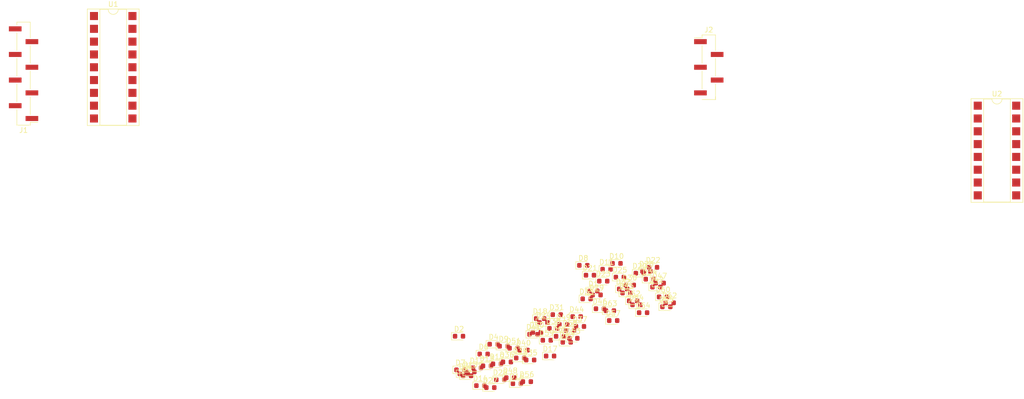
<source format=kicad_pcb>
(kicad_pcb (version 20171130) (host pcbnew "(5.0.2)-1")

  (general
    (thickness 1.6)
    (drawings 0)
    (tracks 0)
    (zones 0)
    (modules 68)
    (nets 31)
  )

  (page A4)
  (title_block
    (title "8 x 8 LED Matrix Display")
    (date 2020-05-24)
    (rev V1.0)
    (company www.ArnabKumarDas.com)
    (comment 1 "Open Source Hardware")
  )

  (layers
    (0 F.Cu signal)
    (31 B.Cu signal)
    (32 B.Adhes user)
    (33 F.Adhes user)
    (34 B.Paste user)
    (35 F.Paste user)
    (36 B.SilkS user)
    (37 F.SilkS user)
    (38 B.Mask user)
    (39 F.Mask user)
    (40 Dwgs.User user)
    (41 Cmts.User user)
    (42 Eco1.User user)
    (43 Eco2.User user)
    (44 Edge.Cuts user)
    (45 Margin user)
    (46 B.CrtYd user)
    (47 F.CrtYd user)
    (48 B.Fab user)
    (49 F.Fab user)
  )

  (setup
    (last_trace_width 0.25)
    (trace_clearance 0.2)
    (zone_clearance 0.508)
    (zone_45_only no)
    (trace_min 0.2)
    (segment_width 0.2)
    (edge_width 0.15)
    (via_size 0.8)
    (via_drill 0.4)
    (via_min_size 0.4)
    (via_min_drill 0.3)
    (uvia_size 0.3)
    (uvia_drill 0.1)
    (uvias_allowed no)
    (uvia_min_size 0.2)
    (uvia_min_drill 0.1)
    (pcb_text_width 0.3)
    (pcb_text_size 1.5 1.5)
    (mod_edge_width 0.15)
    (mod_text_size 1 1)
    (mod_text_width 0.15)
    (pad_size 1.524 1.524)
    (pad_drill 0.762)
    (pad_to_mask_clearance 0.051)
    (solder_mask_min_width 0.25)
    (aux_axis_origin 0 0)
    (visible_elements FFFFFF7F)
    (pcbplotparams
      (layerselection 0x010fc_ffffffff)
      (usegerberextensions false)
      (usegerberattributes false)
      (usegerberadvancedattributes false)
      (creategerberjobfile false)
      (excludeedgelayer true)
      (linewidth 0.100000)
      (plotframeref false)
      (viasonmask false)
      (mode 1)
      (useauxorigin false)
      (hpglpennumber 1)
      (hpglpenspeed 20)
      (hpglpendiameter 15.000000)
      (psnegative false)
      (psa4output false)
      (plotreference true)
      (plotvalue true)
      (plotinvisibletext false)
      (padsonsilk false)
      (subtractmaskfromsilk false)
      (outputformat 1)
      (mirror false)
      (drillshape 1)
      (scaleselection 1)
      (outputdirectory ""))
  )

  (net 0 "")
  (net 1 "Net-(D1-Pad2)")
  (net 2 "Net-(D1-Pad1)")
  (net 3 "Net-(D10-Pad2)")
  (net 4 "Net-(D11-Pad2)")
  (net 5 "Net-(D12-Pad2)")
  (net 6 "Net-(D13-Pad2)")
  (net 7 "Net-(D14-Pad2)")
  (net 8 "Net-(D15-Pad2)")
  (net 9 "Net-(D16-Pad2)")
  (net 10 "Net-(D10-Pad1)")
  (net 11 "Net-(D17-Pad1)")
  (net 12 "Net-(D25-Pad1)")
  (net 13 "Net-(D33-Pad1)")
  (net 14 "Net-(D41-Pad1)")
  (net 15 "Net-(D49-Pad1)")
  (net 16 "Net-(D57-Pad1)")
  (net 17 "Net-(J1-Pad1)")
  (net 18 "Net-(J1-Pad3)")
  (net 19 "Net-(J1-Pad5)")
  (net 20 "Net-(J1-Pad7)")
  (net 21 "Net-(J1-Pad2)")
  (net 22 "Net-(J1-Pad4)")
  (net 23 "Net-(J1-Pad6)")
  (net 24 "Net-(J1-Pad8)")
  (net 25 +3V3)
  (net 26 "Net-(J2-Pad3)")
  (net 27 GND)
  (net 28 "Net-(J2-Pad2)")
  (net 29 "Net-(J2-Pad4)")
  (net 30 "Net-(U2-Pad9)")

  (net_class Default "This is the default net class."
    (clearance 0.2)
    (trace_width 0.25)
    (via_dia 0.8)
    (via_drill 0.4)
    (uvia_dia 0.3)
    (uvia_drill 0.1)
    (add_net +3V3)
    (add_net GND)
    (add_net "Net-(D1-Pad1)")
    (add_net "Net-(D1-Pad2)")
    (add_net "Net-(D10-Pad1)")
    (add_net "Net-(D10-Pad2)")
    (add_net "Net-(D11-Pad2)")
    (add_net "Net-(D12-Pad2)")
    (add_net "Net-(D13-Pad2)")
    (add_net "Net-(D14-Pad2)")
    (add_net "Net-(D15-Pad2)")
    (add_net "Net-(D16-Pad2)")
    (add_net "Net-(D17-Pad1)")
    (add_net "Net-(D25-Pad1)")
    (add_net "Net-(D33-Pad1)")
    (add_net "Net-(D41-Pad1)")
    (add_net "Net-(D49-Pad1)")
    (add_net "Net-(D57-Pad1)")
    (add_net "Net-(J1-Pad1)")
    (add_net "Net-(J1-Pad2)")
    (add_net "Net-(J1-Pad3)")
    (add_net "Net-(J1-Pad4)")
    (add_net "Net-(J1-Pad5)")
    (add_net "Net-(J1-Pad6)")
    (add_net "Net-(J1-Pad7)")
    (add_net "Net-(J1-Pad8)")
    (add_net "Net-(J2-Pad2)")
    (add_net "Net-(J2-Pad3)")
    (add_net "Net-(J2-Pad4)")
    (add_net "Net-(U2-Pad9)")
  )

  (module LED_SMD:LED_0603_1608Metric (layer F.Cu) (tedit 5B301BBE) (tstamp 5ED87210)
    (at 134.574201 68.498329)
    (descr "LED SMD 0603 (1608 Metric), square (rectangular) end terminal, IPC_7351 nominal, (Body size source: http://www.tortai-tech.com/upload/download/2011102023233369053.pdf), generated with kicad-footprint-generator")
    (tags diode)
    (path /5ECA231D)
    (attr smd)
    (fp_text reference D1 (at 0 -1.43) (layer F.SilkS)
      (effects (font (size 1 1) (thickness 0.15)))
    )
    (fp_text value LED (at 0 1.43) (layer F.Fab)
      (effects (font (size 1 1) (thickness 0.15)))
    )
    (fp_text user %R (at 0 0) (layer F.Fab)
      (effects (font (size 0.4 0.4) (thickness 0.06)))
    )
    (fp_line (start 1.48 0.73) (end -1.48 0.73) (layer F.CrtYd) (width 0.05))
    (fp_line (start 1.48 -0.73) (end 1.48 0.73) (layer F.CrtYd) (width 0.05))
    (fp_line (start -1.48 -0.73) (end 1.48 -0.73) (layer F.CrtYd) (width 0.05))
    (fp_line (start -1.48 0.73) (end -1.48 -0.73) (layer F.CrtYd) (width 0.05))
    (fp_line (start -1.485 0.735) (end 0.8 0.735) (layer F.SilkS) (width 0.12))
    (fp_line (start -1.485 -0.735) (end -1.485 0.735) (layer F.SilkS) (width 0.12))
    (fp_line (start 0.8 -0.735) (end -1.485 -0.735) (layer F.SilkS) (width 0.12))
    (fp_line (start 0.8 0.4) (end 0.8 -0.4) (layer F.Fab) (width 0.1))
    (fp_line (start -0.8 0.4) (end 0.8 0.4) (layer F.Fab) (width 0.1))
    (fp_line (start -0.8 -0.1) (end -0.8 0.4) (layer F.Fab) (width 0.1))
    (fp_line (start -0.5 -0.4) (end -0.8 -0.1) (layer F.Fab) (width 0.1))
    (fp_line (start 0.8 -0.4) (end -0.5 -0.4) (layer F.Fab) (width 0.1))
    (pad 2 smd roundrect (at 0.7875 0) (size 0.875 0.95) (layers F.Cu F.Paste F.Mask) (roundrect_rratio 0.25)
      (net 1 "Net-(D1-Pad2)"))
    (pad 1 smd roundrect (at -0.7875 0) (size 0.875 0.95) (layers F.Cu F.Paste F.Mask) (roundrect_rratio 0.25)
      (net 2 "Net-(D1-Pad1)"))
    (model ${KISYS3DMOD}/LED_SMD.3dshapes/LED_0603_1608Metric.wrl
      (at (xyz 0 0 0))
      (scale (xyz 1 1 1))
      (rotate (xyz 0 0 0))
    )
  )

  (module LED_SMD:LED_0603_1608Metric (layer F.Cu) (tedit 5B301BBE) (tstamp 5ED87223)
    (at 107.95 77.47)
    (descr "LED SMD 0603 (1608 Metric), square (rectangular) end terminal, IPC_7351 nominal, (Body size source: http://www.tortai-tech.com/upload/download/2011102023233369053.pdf), generated with kicad-footprint-generator")
    (tags diode)
    (path /5ECA2602)
    (attr smd)
    (fp_text reference D2 (at 0 -1.43) (layer F.SilkS)
      (effects (font (size 1 1) (thickness 0.15)))
    )
    (fp_text value LED (at 0 1.43) (layer F.Fab)
      (effects (font (size 1 1) (thickness 0.15)))
    )
    (fp_text user %R (at 0 0) (layer F.Fab)
      (effects (font (size 0.4 0.4) (thickness 0.06)))
    )
    (fp_line (start 1.48 0.73) (end -1.48 0.73) (layer F.CrtYd) (width 0.05))
    (fp_line (start 1.48 -0.73) (end 1.48 0.73) (layer F.CrtYd) (width 0.05))
    (fp_line (start -1.48 -0.73) (end 1.48 -0.73) (layer F.CrtYd) (width 0.05))
    (fp_line (start -1.48 0.73) (end -1.48 -0.73) (layer F.CrtYd) (width 0.05))
    (fp_line (start -1.485 0.735) (end 0.8 0.735) (layer F.SilkS) (width 0.12))
    (fp_line (start -1.485 -0.735) (end -1.485 0.735) (layer F.SilkS) (width 0.12))
    (fp_line (start 0.8 -0.735) (end -1.485 -0.735) (layer F.SilkS) (width 0.12))
    (fp_line (start 0.8 0.4) (end 0.8 -0.4) (layer F.Fab) (width 0.1))
    (fp_line (start -0.8 0.4) (end 0.8 0.4) (layer F.Fab) (width 0.1))
    (fp_line (start -0.8 -0.1) (end -0.8 0.4) (layer F.Fab) (width 0.1))
    (fp_line (start -0.5 -0.4) (end -0.8 -0.1) (layer F.Fab) (width 0.1))
    (fp_line (start 0.8 -0.4) (end -0.5 -0.4) (layer F.Fab) (width 0.1))
    (pad 2 smd roundrect (at 0.7875 0) (size 0.875 0.95) (layers F.Cu F.Paste F.Mask) (roundrect_rratio 0.25)
      (net 3 "Net-(D10-Pad2)"))
    (pad 1 smd roundrect (at -0.7875 0) (size 0.875 0.95) (layers F.Cu F.Paste F.Mask) (roundrect_rratio 0.25)
      (net 2 "Net-(D1-Pad1)"))
    (model ${KISYS3DMOD}/LED_SMD.3dshapes/LED_0603_1608Metric.wrl
      (at (xyz 0 0 0))
      (scale (xyz 1 1 1))
      (rotate (xyz 0 0 0))
    )
  )

  (module LED_SMD:LED_0603_1608Metric (layer F.Cu) (tedit 5B301BBE) (tstamp 5ED87236)
    (at 108.883731 84.918313)
    (descr "LED SMD 0603 (1608 Metric), square (rectangular) end terminal, IPC_7351 nominal, (Body size source: http://www.tortai-tech.com/upload/download/2011102023233369053.pdf), generated with kicad-footprint-generator")
    (tags diode)
    (path /5ECA29B2)
    (attr smd)
    (fp_text reference D3 (at 0 -1.43) (layer F.SilkS)
      (effects (font (size 1 1) (thickness 0.15)))
    )
    (fp_text value LED (at 0 1.43) (layer F.Fab)
      (effects (font (size 1 1) (thickness 0.15)))
    )
    (fp_line (start 0.8 -0.4) (end -0.5 -0.4) (layer F.Fab) (width 0.1))
    (fp_line (start -0.5 -0.4) (end -0.8 -0.1) (layer F.Fab) (width 0.1))
    (fp_line (start -0.8 -0.1) (end -0.8 0.4) (layer F.Fab) (width 0.1))
    (fp_line (start -0.8 0.4) (end 0.8 0.4) (layer F.Fab) (width 0.1))
    (fp_line (start 0.8 0.4) (end 0.8 -0.4) (layer F.Fab) (width 0.1))
    (fp_line (start 0.8 -0.735) (end -1.485 -0.735) (layer F.SilkS) (width 0.12))
    (fp_line (start -1.485 -0.735) (end -1.485 0.735) (layer F.SilkS) (width 0.12))
    (fp_line (start -1.485 0.735) (end 0.8 0.735) (layer F.SilkS) (width 0.12))
    (fp_line (start -1.48 0.73) (end -1.48 -0.73) (layer F.CrtYd) (width 0.05))
    (fp_line (start -1.48 -0.73) (end 1.48 -0.73) (layer F.CrtYd) (width 0.05))
    (fp_line (start 1.48 -0.73) (end 1.48 0.73) (layer F.CrtYd) (width 0.05))
    (fp_line (start 1.48 0.73) (end -1.48 0.73) (layer F.CrtYd) (width 0.05))
    (fp_text user %R (at 0 0) (layer F.Fab)
      (effects (font (size 0.4 0.4) (thickness 0.06)))
    )
    (pad 1 smd roundrect (at -0.7875 0) (size 0.875 0.95) (layers F.Cu F.Paste F.Mask) (roundrect_rratio 0.25)
      (net 2 "Net-(D1-Pad1)"))
    (pad 2 smd roundrect (at 0.7875 0) (size 0.875 0.95) (layers F.Cu F.Paste F.Mask) (roundrect_rratio 0.25)
      (net 4 "Net-(D11-Pad2)"))
    (model ${KISYS3DMOD}/LED_SMD.3dshapes/LED_0603_1608Metric.wrl
      (at (xyz 0 0 0))
      (scale (xyz 1 1 1))
      (rotate (xyz 0 0 0))
    )
  )

  (module LED_SMD:LED_0603_1608Metric (layer F.Cu) (tedit 5B301BBE) (tstamp 5ED87249)
    (at 114.812301 79.054033)
    (descr "LED SMD 0603 (1608 Metric), square (rectangular) end terminal, IPC_7351 nominal, (Body size source: http://www.tortai-tech.com/upload/download/2011102023233369053.pdf), generated with kicad-footprint-generator")
    (tags diode)
    (path /5ECA29E2)
    (attr smd)
    (fp_text reference D4 (at 0 -1.43) (layer F.SilkS)
      (effects (font (size 1 1) (thickness 0.15)))
    )
    (fp_text value LED (at 0 1.43) (layer F.Fab)
      (effects (font (size 1 1) (thickness 0.15)))
    )
    (fp_text user %R (at 0 0) (layer F.Fab)
      (effects (font (size 0.4 0.4) (thickness 0.06)))
    )
    (fp_line (start 1.48 0.73) (end -1.48 0.73) (layer F.CrtYd) (width 0.05))
    (fp_line (start 1.48 -0.73) (end 1.48 0.73) (layer F.CrtYd) (width 0.05))
    (fp_line (start -1.48 -0.73) (end 1.48 -0.73) (layer F.CrtYd) (width 0.05))
    (fp_line (start -1.48 0.73) (end -1.48 -0.73) (layer F.CrtYd) (width 0.05))
    (fp_line (start -1.485 0.735) (end 0.8 0.735) (layer F.SilkS) (width 0.12))
    (fp_line (start -1.485 -0.735) (end -1.485 0.735) (layer F.SilkS) (width 0.12))
    (fp_line (start 0.8 -0.735) (end -1.485 -0.735) (layer F.SilkS) (width 0.12))
    (fp_line (start 0.8 0.4) (end 0.8 -0.4) (layer F.Fab) (width 0.1))
    (fp_line (start -0.8 0.4) (end 0.8 0.4) (layer F.Fab) (width 0.1))
    (fp_line (start -0.8 -0.1) (end -0.8 0.4) (layer F.Fab) (width 0.1))
    (fp_line (start -0.5 -0.4) (end -0.8 -0.1) (layer F.Fab) (width 0.1))
    (fp_line (start 0.8 -0.4) (end -0.5 -0.4) (layer F.Fab) (width 0.1))
    (pad 2 smd roundrect (at 0.7875 0) (size 0.875 0.95) (layers F.Cu F.Paste F.Mask) (roundrect_rratio 0.25)
      (net 5 "Net-(D12-Pad2)"))
    (pad 1 smd roundrect (at -0.7875 0) (size 0.875 0.95) (layers F.Cu F.Paste F.Mask) (roundrect_rratio 0.25)
      (net 2 "Net-(D1-Pad1)"))
    (model ${KISYS3DMOD}/LED_SMD.3dshapes/LED_0603_1608Metric.wrl
      (at (xyz 0 0 0))
      (scale (xyz 1 1 1))
      (rotate (xyz 0 0 0))
    )
  )

  (module LED_SMD:LED_0603_1608Metric (layer F.Cu) (tedit 5B301BBE) (tstamp 5ED8725C)
    (at 109.542461 85.309265)
    (descr "LED SMD 0603 (1608 Metric), square (rectangular) end terminal, IPC_7351 nominal, (Body size source: http://www.tortai-tech.com/upload/download/2011102023233369053.pdf), generated with kicad-footprint-generator")
    (tags diode)
    (path /5ECA2EF2)
    (attr smd)
    (fp_text reference D5 (at 0 -1.43) (layer F.SilkS)
      (effects (font (size 1 1) (thickness 0.15)))
    )
    (fp_text value LED (at 0 1.43) (layer F.Fab)
      (effects (font (size 1 1) (thickness 0.15)))
    )
    (fp_line (start 0.8 -0.4) (end -0.5 -0.4) (layer F.Fab) (width 0.1))
    (fp_line (start -0.5 -0.4) (end -0.8 -0.1) (layer F.Fab) (width 0.1))
    (fp_line (start -0.8 -0.1) (end -0.8 0.4) (layer F.Fab) (width 0.1))
    (fp_line (start -0.8 0.4) (end 0.8 0.4) (layer F.Fab) (width 0.1))
    (fp_line (start 0.8 0.4) (end 0.8 -0.4) (layer F.Fab) (width 0.1))
    (fp_line (start 0.8 -0.735) (end -1.485 -0.735) (layer F.SilkS) (width 0.12))
    (fp_line (start -1.485 -0.735) (end -1.485 0.735) (layer F.SilkS) (width 0.12))
    (fp_line (start -1.485 0.735) (end 0.8 0.735) (layer F.SilkS) (width 0.12))
    (fp_line (start -1.48 0.73) (end -1.48 -0.73) (layer F.CrtYd) (width 0.05))
    (fp_line (start -1.48 -0.73) (end 1.48 -0.73) (layer F.CrtYd) (width 0.05))
    (fp_line (start 1.48 -0.73) (end 1.48 0.73) (layer F.CrtYd) (width 0.05))
    (fp_line (start 1.48 0.73) (end -1.48 0.73) (layer F.CrtYd) (width 0.05))
    (fp_text user %R (at 0 0) (layer F.Fab)
      (effects (font (size 0.4 0.4) (thickness 0.06)))
    )
    (pad 1 smd roundrect (at -0.7875 0) (size 0.875 0.95) (layers F.Cu F.Paste F.Mask) (roundrect_rratio 0.25)
      (net 2 "Net-(D1-Pad1)"))
    (pad 2 smd roundrect (at 0.7875 0) (size 0.875 0.95) (layers F.Cu F.Paste F.Mask) (roundrect_rratio 0.25)
      (net 6 "Net-(D13-Pad2)"))
    (model ${KISYS3DMOD}/LED_SMD.3dshapes/LED_0603_1608Metric.wrl
      (at (xyz 0 0 0))
      (scale (xyz 1 1 1))
      (rotate (xyz 0 0 0))
    )
  )

  (module LED_SMD:LED_0603_1608Metric (layer F.Cu) (tedit 5B301BBE) (tstamp 5ED8726F)
    (at 112.836111 81.008793)
    (descr "LED SMD 0603 (1608 Metric), square (rectangular) end terminal, IPC_7351 nominal, (Body size source: http://www.tortai-tech.com/upload/download/2011102023233369053.pdf), generated with kicad-footprint-generator")
    (tags diode)
    (path /5ECA2F22)
    (attr smd)
    (fp_text reference D6 (at 0 -1.43) (layer F.SilkS)
      (effects (font (size 1 1) (thickness 0.15)))
    )
    (fp_text value LED (at 0 1.43) (layer F.Fab)
      (effects (font (size 1 1) (thickness 0.15)))
    )
    (fp_text user %R (at 0 0) (layer F.Fab)
      (effects (font (size 0.4 0.4) (thickness 0.06)))
    )
    (fp_line (start 1.48 0.73) (end -1.48 0.73) (layer F.CrtYd) (width 0.05))
    (fp_line (start 1.48 -0.73) (end 1.48 0.73) (layer F.CrtYd) (width 0.05))
    (fp_line (start -1.48 -0.73) (end 1.48 -0.73) (layer F.CrtYd) (width 0.05))
    (fp_line (start -1.48 0.73) (end -1.48 -0.73) (layer F.CrtYd) (width 0.05))
    (fp_line (start -1.485 0.735) (end 0.8 0.735) (layer F.SilkS) (width 0.12))
    (fp_line (start -1.485 -0.735) (end -1.485 0.735) (layer F.SilkS) (width 0.12))
    (fp_line (start 0.8 -0.735) (end -1.485 -0.735) (layer F.SilkS) (width 0.12))
    (fp_line (start 0.8 0.4) (end 0.8 -0.4) (layer F.Fab) (width 0.1))
    (fp_line (start -0.8 0.4) (end 0.8 0.4) (layer F.Fab) (width 0.1))
    (fp_line (start -0.8 -0.1) (end -0.8 0.4) (layer F.Fab) (width 0.1))
    (fp_line (start -0.5 -0.4) (end -0.8 -0.1) (layer F.Fab) (width 0.1))
    (fp_line (start 0.8 -0.4) (end -0.5 -0.4) (layer F.Fab) (width 0.1))
    (pad 2 smd roundrect (at 0.7875 0) (size 0.875 0.95) (layers F.Cu F.Paste F.Mask) (roundrect_rratio 0.25)
      (net 7 "Net-(D14-Pad2)"))
    (pad 1 smd roundrect (at -0.7875 0) (size 0.875 0.95) (layers F.Cu F.Paste F.Mask) (roundrect_rratio 0.25)
      (net 2 "Net-(D1-Pad1)"))
    (model ${KISYS3DMOD}/LED_SMD.3dshapes/LED_0603_1608Metric.wrl
      (at (xyz 0 0 0))
      (scale (xyz 1 1 1))
      (rotate (xyz 0 0 0))
    )
  )

  (module LED_SMD:LED_0603_1608Metric (layer F.Cu) (tedit 5B301BBE) (tstamp 5ED87282)
    (at 108.225001 84.136409)
    (descr "LED SMD 0603 (1608 Metric), square (rectangular) end terminal, IPC_7351 nominal, (Body size source: http://www.tortai-tech.com/upload/download/2011102023233369053.pdf), generated with kicad-footprint-generator")
    (tags diode)
    (path /5ECA2F52)
    (attr smd)
    (fp_text reference D7 (at 0 -1.43) (layer F.SilkS)
      (effects (font (size 1 1) (thickness 0.15)))
    )
    (fp_text value LED (at 0 1.43) (layer F.Fab)
      (effects (font (size 1 1) (thickness 0.15)))
    )
    (fp_line (start 0.8 -0.4) (end -0.5 -0.4) (layer F.Fab) (width 0.1))
    (fp_line (start -0.5 -0.4) (end -0.8 -0.1) (layer F.Fab) (width 0.1))
    (fp_line (start -0.8 -0.1) (end -0.8 0.4) (layer F.Fab) (width 0.1))
    (fp_line (start -0.8 0.4) (end 0.8 0.4) (layer F.Fab) (width 0.1))
    (fp_line (start 0.8 0.4) (end 0.8 -0.4) (layer F.Fab) (width 0.1))
    (fp_line (start 0.8 -0.735) (end -1.485 -0.735) (layer F.SilkS) (width 0.12))
    (fp_line (start -1.485 -0.735) (end -1.485 0.735) (layer F.SilkS) (width 0.12))
    (fp_line (start -1.485 0.735) (end 0.8 0.735) (layer F.SilkS) (width 0.12))
    (fp_line (start -1.48 0.73) (end -1.48 -0.73) (layer F.CrtYd) (width 0.05))
    (fp_line (start -1.48 -0.73) (end 1.48 -0.73) (layer F.CrtYd) (width 0.05))
    (fp_line (start 1.48 -0.73) (end 1.48 0.73) (layer F.CrtYd) (width 0.05))
    (fp_line (start 1.48 0.73) (end -1.48 0.73) (layer F.CrtYd) (width 0.05))
    (fp_text user %R (at 0 0) (layer F.Fab)
      (effects (font (size 0.4 0.4) (thickness 0.06)))
    )
    (pad 1 smd roundrect (at -0.7875 0) (size 0.875 0.95) (layers F.Cu F.Paste F.Mask) (roundrect_rratio 0.25)
      (net 2 "Net-(D1-Pad1)"))
    (pad 2 smd roundrect (at 0.7875 0) (size 0.875 0.95) (layers F.Cu F.Paste F.Mask) (roundrect_rratio 0.25)
      (net 8 "Net-(D15-Pad2)"))
    (model ${KISYS3DMOD}/LED_SMD.3dshapes/LED_0603_1608Metric.wrl
      (at (xyz 0 0 0))
      (scale (xyz 1 1 1))
      (rotate (xyz 0 0 0))
    )
  )

  (module LED_SMD:LED_0603_1608Metric (layer F.Cu) (tedit 5B301BBE) (tstamp 5ED87295)
    (at 132.598011 63.415953)
    (descr "LED SMD 0603 (1608 Metric), square (rectangular) end terminal, IPC_7351 nominal, (Body size source: http://www.tortai-tech.com/upload/download/2011102023233369053.pdf), generated with kicad-footprint-generator")
    (tags diode)
    (path /5ECA2F82)
    (attr smd)
    (fp_text reference D8 (at 0 -1.43) (layer F.SilkS)
      (effects (font (size 1 1) (thickness 0.15)))
    )
    (fp_text value LED (at 0 1.43) (layer F.Fab)
      (effects (font (size 1 1) (thickness 0.15)))
    )
    (fp_text user %R (at 0 0) (layer F.Fab)
      (effects (font (size 0.4 0.4) (thickness 0.06)))
    )
    (fp_line (start 1.48 0.73) (end -1.48 0.73) (layer F.CrtYd) (width 0.05))
    (fp_line (start 1.48 -0.73) (end 1.48 0.73) (layer F.CrtYd) (width 0.05))
    (fp_line (start -1.48 -0.73) (end 1.48 -0.73) (layer F.CrtYd) (width 0.05))
    (fp_line (start -1.48 0.73) (end -1.48 -0.73) (layer F.CrtYd) (width 0.05))
    (fp_line (start -1.485 0.735) (end 0.8 0.735) (layer F.SilkS) (width 0.12))
    (fp_line (start -1.485 -0.735) (end -1.485 0.735) (layer F.SilkS) (width 0.12))
    (fp_line (start 0.8 -0.735) (end -1.485 -0.735) (layer F.SilkS) (width 0.12))
    (fp_line (start 0.8 0.4) (end 0.8 -0.4) (layer F.Fab) (width 0.1))
    (fp_line (start -0.8 0.4) (end 0.8 0.4) (layer F.Fab) (width 0.1))
    (fp_line (start -0.8 -0.1) (end -0.8 0.4) (layer F.Fab) (width 0.1))
    (fp_line (start -0.5 -0.4) (end -0.8 -0.1) (layer F.Fab) (width 0.1))
    (fp_line (start 0.8 -0.4) (end -0.5 -0.4) (layer F.Fab) (width 0.1))
    (pad 2 smd roundrect (at 0.7875 0) (size 0.875 0.95) (layers F.Cu F.Paste F.Mask) (roundrect_rratio 0.25)
      (net 9 "Net-(D16-Pad2)"))
    (pad 1 smd roundrect (at -0.7875 0) (size 0.875 0.95) (layers F.Cu F.Paste F.Mask) (roundrect_rratio 0.25)
      (net 2 "Net-(D1-Pad1)"))
    (model ${KISYS3DMOD}/LED_SMD.3dshapes/LED_0603_1608Metric.wrl
      (at (xyz 0 0 0))
      (scale (xyz 1 1 1))
      (rotate (xyz 0 0 0))
    )
  )

  (module LED_SMD:LED_0603_1608Metric (layer F.Cu) (tedit 5B301BBE) (tstamp 5ED872A8)
    (at 116.788491 79.444985)
    (descr "LED SMD 0603 (1608 Metric), square (rectangular) end terminal, IPC_7351 nominal, (Body size source: http://www.tortai-tech.com/upload/download/2011102023233369053.pdf), generated with kicad-footprint-generator")
    (tags diode)
    (path /5ECA23A4)
    (attr smd)
    (fp_text reference D9 (at 0 -1.43) (layer F.SilkS)
      (effects (font (size 1 1) (thickness 0.15)))
    )
    (fp_text value LED (at 0 1.43) (layer F.Fab)
      (effects (font (size 1 1) (thickness 0.15)))
    )
    (fp_text user %R (at 0 0) (layer F.Fab)
      (effects (font (size 0.4 0.4) (thickness 0.06)))
    )
    (fp_line (start 1.48 0.73) (end -1.48 0.73) (layer F.CrtYd) (width 0.05))
    (fp_line (start 1.48 -0.73) (end 1.48 0.73) (layer F.CrtYd) (width 0.05))
    (fp_line (start -1.48 -0.73) (end 1.48 -0.73) (layer F.CrtYd) (width 0.05))
    (fp_line (start -1.48 0.73) (end -1.48 -0.73) (layer F.CrtYd) (width 0.05))
    (fp_line (start -1.485 0.735) (end 0.8 0.735) (layer F.SilkS) (width 0.12))
    (fp_line (start -1.485 -0.735) (end -1.485 0.735) (layer F.SilkS) (width 0.12))
    (fp_line (start 0.8 -0.735) (end -1.485 -0.735) (layer F.SilkS) (width 0.12))
    (fp_line (start 0.8 0.4) (end 0.8 -0.4) (layer F.Fab) (width 0.1))
    (fp_line (start -0.8 0.4) (end 0.8 0.4) (layer F.Fab) (width 0.1))
    (fp_line (start -0.8 -0.1) (end -0.8 0.4) (layer F.Fab) (width 0.1))
    (fp_line (start -0.5 -0.4) (end -0.8 -0.1) (layer F.Fab) (width 0.1))
    (fp_line (start 0.8 -0.4) (end -0.5 -0.4) (layer F.Fab) (width 0.1))
    (pad 2 smd roundrect (at 0.7875 0) (size 0.875 0.95) (layers F.Cu F.Paste F.Mask) (roundrect_rratio 0.25)
      (net 1 "Net-(D1-Pad2)"))
    (pad 1 smd roundrect (at -0.7875 0) (size 0.875 0.95) (layers F.Cu F.Paste F.Mask) (roundrect_rratio 0.25)
      (net 10 "Net-(D10-Pad1)"))
    (model ${KISYS3DMOD}/LED_SMD.3dshapes/LED_0603_1608Metric.wrl
      (at (xyz 0 0 0))
      (scale (xyz 1 1 1))
      (rotate (xyz 0 0 0))
    )
  )

  (module LED_SMD:LED_0603_1608Metric (layer F.Cu) (tedit 5B301BBE) (tstamp 5ED872BB)
    (at 139.185311 63.025001)
    (descr "LED SMD 0603 (1608 Metric), square (rectangular) end terminal, IPC_7351 nominal, (Body size source: http://www.tortai-tech.com/upload/download/2011102023233369053.pdf), generated with kicad-footprint-generator")
    (tags diode)
    (path /5ECA2608)
    (attr smd)
    (fp_text reference D10 (at 0 -1.43) (layer F.SilkS)
      (effects (font (size 1 1) (thickness 0.15)))
    )
    (fp_text value LED (at 0 1.43) (layer F.Fab)
      (effects (font (size 1 1) (thickness 0.15)))
    )
    (fp_text user %R (at 0 0) (layer F.Fab)
      (effects (font (size 0.4 0.4) (thickness 0.06)))
    )
    (fp_line (start 1.48 0.73) (end -1.48 0.73) (layer F.CrtYd) (width 0.05))
    (fp_line (start 1.48 -0.73) (end 1.48 0.73) (layer F.CrtYd) (width 0.05))
    (fp_line (start -1.48 -0.73) (end 1.48 -0.73) (layer F.CrtYd) (width 0.05))
    (fp_line (start -1.48 0.73) (end -1.48 -0.73) (layer F.CrtYd) (width 0.05))
    (fp_line (start -1.485 0.735) (end 0.8 0.735) (layer F.SilkS) (width 0.12))
    (fp_line (start -1.485 -0.735) (end -1.485 0.735) (layer F.SilkS) (width 0.12))
    (fp_line (start 0.8 -0.735) (end -1.485 -0.735) (layer F.SilkS) (width 0.12))
    (fp_line (start 0.8 0.4) (end 0.8 -0.4) (layer F.Fab) (width 0.1))
    (fp_line (start -0.8 0.4) (end 0.8 0.4) (layer F.Fab) (width 0.1))
    (fp_line (start -0.8 -0.1) (end -0.8 0.4) (layer F.Fab) (width 0.1))
    (fp_line (start -0.5 -0.4) (end -0.8 -0.1) (layer F.Fab) (width 0.1))
    (fp_line (start 0.8 -0.4) (end -0.5 -0.4) (layer F.Fab) (width 0.1))
    (pad 2 smd roundrect (at 0.7875 0) (size 0.875 0.95) (layers F.Cu F.Paste F.Mask) (roundrect_rratio 0.25)
      (net 3 "Net-(D10-Pad2)"))
    (pad 1 smd roundrect (at -0.7875 0) (size 0.875 0.95) (layers F.Cu F.Paste F.Mask) (roundrect_rratio 0.25)
      (net 10 "Net-(D10-Pad1)"))
    (model ${KISYS3DMOD}/LED_SMD.3dshapes/LED_0603_1608Metric.wrl
      (at (xyz 0 0 0))
      (scale (xyz 1 1 1))
      (rotate (xyz 0 0 0))
    )
  )

  (module LED_SMD:LED_0603_1608Metric (layer F.Cu) (tedit 5B301BBE) (tstamp 5ED872CE)
    (at 137.209121 64.197857)
    (descr "LED SMD 0603 (1608 Metric), square (rectangular) end terminal, IPC_7351 nominal, (Body size source: http://www.tortai-tech.com/upload/download/2011102023233369053.pdf), generated with kicad-footprint-generator")
    (tags diode)
    (path /5ECA29B8)
    (attr smd)
    (fp_text reference D11 (at 0 -1.43) (layer F.SilkS)
      (effects (font (size 1 1) (thickness 0.15)))
    )
    (fp_text value LED (at 0 1.43) (layer F.Fab)
      (effects (font (size 1 1) (thickness 0.15)))
    )
    (fp_text user %R (at 0 0) (layer F.Fab)
      (effects (font (size 0.4 0.4) (thickness 0.06)))
    )
    (fp_line (start 1.48 0.73) (end -1.48 0.73) (layer F.CrtYd) (width 0.05))
    (fp_line (start 1.48 -0.73) (end 1.48 0.73) (layer F.CrtYd) (width 0.05))
    (fp_line (start -1.48 -0.73) (end 1.48 -0.73) (layer F.CrtYd) (width 0.05))
    (fp_line (start -1.48 0.73) (end -1.48 -0.73) (layer F.CrtYd) (width 0.05))
    (fp_line (start -1.485 0.735) (end 0.8 0.735) (layer F.SilkS) (width 0.12))
    (fp_line (start -1.485 -0.735) (end -1.485 0.735) (layer F.SilkS) (width 0.12))
    (fp_line (start 0.8 -0.735) (end -1.485 -0.735) (layer F.SilkS) (width 0.12))
    (fp_line (start 0.8 0.4) (end 0.8 -0.4) (layer F.Fab) (width 0.1))
    (fp_line (start -0.8 0.4) (end 0.8 0.4) (layer F.Fab) (width 0.1))
    (fp_line (start -0.8 -0.1) (end -0.8 0.4) (layer F.Fab) (width 0.1))
    (fp_line (start -0.5 -0.4) (end -0.8 -0.1) (layer F.Fab) (width 0.1))
    (fp_line (start 0.8 -0.4) (end -0.5 -0.4) (layer F.Fab) (width 0.1))
    (pad 2 smd roundrect (at 0.7875 0) (size 0.875 0.95) (layers F.Cu F.Paste F.Mask) (roundrect_rratio 0.25)
      (net 4 "Net-(D11-Pad2)"))
    (pad 1 smd roundrect (at -0.7875 0) (size 0.875 0.95) (layers F.Cu F.Paste F.Mask) (roundrect_rratio 0.25)
      (net 10 "Net-(D10-Pad1)"))
    (model ${KISYS3DMOD}/LED_SMD.3dshapes/LED_0603_1608Metric.wrl
      (at (xyz 0 0 0))
      (scale (xyz 1 1 1))
      (rotate (xyz 0 0 0))
    )
  )

  (module LED_SMD:LED_0603_1608Metric (layer F.Cu) (tedit 5B301BBE) (tstamp 5ED872E1)
    (at 111.518651 83.745457)
    (descr "LED SMD 0603 (1608 Metric), square (rectangular) end terminal, IPC_7351 nominal, (Body size source: http://www.tortai-tech.com/upload/download/2011102023233369053.pdf), generated with kicad-footprint-generator")
    (tags diode)
    (path /5ECA29E8)
    (attr smd)
    (fp_text reference D12 (at 0 -1.43) (layer F.SilkS)
      (effects (font (size 1 1) (thickness 0.15)))
    )
    (fp_text value LED (at 0 1.43) (layer F.Fab)
      (effects (font (size 1 1) (thickness 0.15)))
    )
    (fp_line (start 0.8 -0.4) (end -0.5 -0.4) (layer F.Fab) (width 0.1))
    (fp_line (start -0.5 -0.4) (end -0.8 -0.1) (layer F.Fab) (width 0.1))
    (fp_line (start -0.8 -0.1) (end -0.8 0.4) (layer F.Fab) (width 0.1))
    (fp_line (start -0.8 0.4) (end 0.8 0.4) (layer F.Fab) (width 0.1))
    (fp_line (start 0.8 0.4) (end 0.8 -0.4) (layer F.Fab) (width 0.1))
    (fp_line (start 0.8 -0.735) (end -1.485 -0.735) (layer F.SilkS) (width 0.12))
    (fp_line (start -1.485 -0.735) (end -1.485 0.735) (layer F.SilkS) (width 0.12))
    (fp_line (start -1.485 0.735) (end 0.8 0.735) (layer F.SilkS) (width 0.12))
    (fp_line (start -1.48 0.73) (end -1.48 -0.73) (layer F.CrtYd) (width 0.05))
    (fp_line (start -1.48 -0.73) (end 1.48 -0.73) (layer F.CrtYd) (width 0.05))
    (fp_line (start 1.48 -0.73) (end 1.48 0.73) (layer F.CrtYd) (width 0.05))
    (fp_line (start 1.48 0.73) (end -1.48 0.73) (layer F.CrtYd) (width 0.05))
    (fp_text user %R (at 0 0) (layer F.Fab)
      (effects (font (size 0.4 0.4) (thickness 0.06)))
    )
    (pad 1 smd roundrect (at -0.7875 0) (size 0.875 0.95) (layers F.Cu F.Paste F.Mask) (roundrect_rratio 0.25)
      (net 10 "Net-(D10-Pad1)"))
    (pad 2 smd roundrect (at 0.7875 0) (size 0.875 0.95) (layers F.Cu F.Paste F.Mask) (roundrect_rratio 0.25)
      (net 5 "Net-(D12-Pad2)"))
    (model ${KISYS3DMOD}/LED_SMD.3dshapes/LED_0603_1608Metric.wrl
      (at (xyz 0 0 0))
      (scale (xyz 1 1 1))
      (rotate (xyz 0 0 0))
    )
  )

  (module LED_SMD:LED_0603_1608Metric (layer F.Cu) (tedit 5B301BBE) (tstamp 5ED872F4)
    (at 113.494841 83.354505)
    (descr "LED SMD 0603 (1608 Metric), square (rectangular) end terminal, IPC_7351 nominal, (Body size source: http://www.tortai-tech.com/upload/download/2011102023233369053.pdf), generated with kicad-footprint-generator")
    (tags diode)
    (path /5ECA2EF8)
    (attr smd)
    (fp_text reference D13 (at 0 -1.43) (layer F.SilkS)
      (effects (font (size 1 1) (thickness 0.15)))
    )
    (fp_text value LED (at 0 1.43) (layer F.Fab)
      (effects (font (size 1 1) (thickness 0.15)))
    )
    (fp_text user %R (at 0 0) (layer F.Fab)
      (effects (font (size 0.4 0.4) (thickness 0.06)))
    )
    (fp_line (start 1.48 0.73) (end -1.48 0.73) (layer F.CrtYd) (width 0.05))
    (fp_line (start 1.48 -0.73) (end 1.48 0.73) (layer F.CrtYd) (width 0.05))
    (fp_line (start -1.48 -0.73) (end 1.48 -0.73) (layer F.CrtYd) (width 0.05))
    (fp_line (start -1.48 0.73) (end -1.48 -0.73) (layer F.CrtYd) (width 0.05))
    (fp_line (start -1.485 0.735) (end 0.8 0.735) (layer F.SilkS) (width 0.12))
    (fp_line (start -1.485 -0.735) (end -1.485 0.735) (layer F.SilkS) (width 0.12))
    (fp_line (start 0.8 -0.735) (end -1.485 -0.735) (layer F.SilkS) (width 0.12))
    (fp_line (start 0.8 0.4) (end 0.8 -0.4) (layer F.Fab) (width 0.1))
    (fp_line (start -0.8 0.4) (end 0.8 0.4) (layer F.Fab) (width 0.1))
    (fp_line (start -0.8 -0.1) (end -0.8 0.4) (layer F.Fab) (width 0.1))
    (fp_line (start -0.5 -0.4) (end -0.8 -0.1) (layer F.Fab) (width 0.1))
    (fp_line (start 0.8 -0.4) (end -0.5 -0.4) (layer F.Fab) (width 0.1))
    (pad 2 smd roundrect (at 0.7875 0) (size 0.875 0.95) (layers F.Cu F.Paste F.Mask) (roundrect_rratio 0.25)
      (net 6 "Net-(D13-Pad2)"))
    (pad 1 smd roundrect (at -0.7875 0) (size 0.875 0.95) (layers F.Cu F.Paste F.Mask) (roundrect_rratio 0.25)
      (net 10 "Net-(D10-Pad1)"))
    (model ${KISYS3DMOD}/LED_SMD.3dshapes/LED_0603_1608Metric.wrl
      (at (xyz 0 0 0))
      (scale (xyz 1 1 1))
      (rotate (xyz 0 0 0))
    )
  )

  (module LED_SMD:LED_0603_1608Metric (layer F.Cu) (tedit 5B301BBE) (tstamp 5ED87307)
    (at 112.177381 87.264025)
    (descr "LED SMD 0603 (1608 Metric), square (rectangular) end terminal, IPC_7351 nominal, (Body size source: http://www.tortai-tech.com/upload/download/2011102023233369053.pdf), generated with kicad-footprint-generator")
    (tags diode)
    (path /5ECA2F28)
    (attr smd)
    (fp_text reference D14 (at 0 -1.43) (layer F.SilkS)
      (effects (font (size 1 1) (thickness 0.15)))
    )
    (fp_text value LED (at 0 1.43) (layer F.Fab)
      (effects (font (size 1 1) (thickness 0.15)))
    )
    (fp_line (start 0.8 -0.4) (end -0.5 -0.4) (layer F.Fab) (width 0.1))
    (fp_line (start -0.5 -0.4) (end -0.8 -0.1) (layer F.Fab) (width 0.1))
    (fp_line (start -0.8 -0.1) (end -0.8 0.4) (layer F.Fab) (width 0.1))
    (fp_line (start -0.8 0.4) (end 0.8 0.4) (layer F.Fab) (width 0.1))
    (fp_line (start 0.8 0.4) (end 0.8 -0.4) (layer F.Fab) (width 0.1))
    (fp_line (start 0.8 -0.735) (end -1.485 -0.735) (layer F.SilkS) (width 0.12))
    (fp_line (start -1.485 -0.735) (end -1.485 0.735) (layer F.SilkS) (width 0.12))
    (fp_line (start -1.485 0.735) (end 0.8 0.735) (layer F.SilkS) (width 0.12))
    (fp_line (start -1.48 0.73) (end -1.48 -0.73) (layer F.CrtYd) (width 0.05))
    (fp_line (start -1.48 -0.73) (end 1.48 -0.73) (layer F.CrtYd) (width 0.05))
    (fp_line (start 1.48 -0.73) (end 1.48 0.73) (layer F.CrtYd) (width 0.05))
    (fp_line (start 1.48 0.73) (end -1.48 0.73) (layer F.CrtYd) (width 0.05))
    (fp_text user %R (at 0 0) (layer F.Fab)
      (effects (font (size 0.4 0.4) (thickness 0.06)))
    )
    (pad 1 smd roundrect (at -0.7875 0) (size 0.875 0.95) (layers F.Cu F.Paste F.Mask) (roundrect_rratio 0.25)
      (net 10 "Net-(D10-Pad1)"))
    (pad 2 smd roundrect (at 0.7875 0) (size 0.875 0.95) (layers F.Cu F.Paste F.Mask) (roundrect_rratio 0.25)
      (net 7 "Net-(D14-Pad2)"))
    (model ${KISYS3DMOD}/LED_SMD.3dshapes/LED_0603_1608Metric.wrl
      (at (xyz 0 0 0))
      (scale (xyz 1 1 1))
      (rotate (xyz 0 0 0))
    )
  )

  (module LED_SMD:LED_0603_1608Metric (layer F.Cu) (tedit 5B301BBE) (tstamp 5ED8731A)
    (at 110.201191 84.527361)
    (descr "LED SMD 0603 (1608 Metric), square (rectangular) end terminal, IPC_7351 nominal, (Body size source: http://www.tortai-tech.com/upload/download/2011102023233369053.pdf), generated with kicad-footprint-generator")
    (tags diode)
    (path /5ECA2F58)
    (attr smd)
    (fp_text reference D15 (at 0 -1.43) (layer F.SilkS)
      (effects (font (size 1 1) (thickness 0.15)))
    )
    (fp_text value LED (at 0 1.43) (layer F.Fab)
      (effects (font (size 1 1) (thickness 0.15)))
    )
    (fp_line (start 0.8 -0.4) (end -0.5 -0.4) (layer F.Fab) (width 0.1))
    (fp_line (start -0.5 -0.4) (end -0.8 -0.1) (layer F.Fab) (width 0.1))
    (fp_line (start -0.8 -0.1) (end -0.8 0.4) (layer F.Fab) (width 0.1))
    (fp_line (start -0.8 0.4) (end 0.8 0.4) (layer F.Fab) (width 0.1))
    (fp_line (start 0.8 0.4) (end 0.8 -0.4) (layer F.Fab) (width 0.1))
    (fp_line (start 0.8 -0.735) (end -1.485 -0.735) (layer F.SilkS) (width 0.12))
    (fp_line (start -1.485 -0.735) (end -1.485 0.735) (layer F.SilkS) (width 0.12))
    (fp_line (start -1.485 0.735) (end 0.8 0.735) (layer F.SilkS) (width 0.12))
    (fp_line (start -1.48 0.73) (end -1.48 -0.73) (layer F.CrtYd) (width 0.05))
    (fp_line (start -1.48 -0.73) (end 1.48 -0.73) (layer F.CrtYd) (width 0.05))
    (fp_line (start 1.48 -0.73) (end 1.48 0.73) (layer F.CrtYd) (width 0.05))
    (fp_line (start 1.48 0.73) (end -1.48 0.73) (layer F.CrtYd) (width 0.05))
    (fp_text user %R (at 0 0) (layer F.Fab)
      (effects (font (size 0.4 0.4) (thickness 0.06)))
    )
    (pad 1 smd roundrect (at -0.7875 0) (size 0.875 0.95) (layers F.Cu F.Paste F.Mask) (roundrect_rratio 0.25)
      (net 10 "Net-(D10-Pad1)"))
    (pad 2 smd roundrect (at 0.7875 0) (size 0.875 0.95) (layers F.Cu F.Paste F.Mask) (roundrect_rratio 0.25)
      (net 8 "Net-(D15-Pad2)"))
    (model ${KISYS3DMOD}/LED_SMD.3dshapes/LED_0603_1608Metric.wrl
      (at (xyz 0 0 0))
      (scale (xyz 1 1 1))
      (rotate (xyz 0 0 0))
    )
  )

  (module LED_SMD:LED_0603_1608Metric (layer F.Cu) (tedit 5B301BBE) (tstamp 5ED8732D)
    (at 119.423411 86.873073)
    (descr "LED SMD 0603 (1608 Metric), square (rectangular) end terminal, IPC_7351 nominal, (Body size source: http://www.tortai-tech.com/upload/download/2011102023233369053.pdf), generated with kicad-footprint-generator")
    (tags diode)
    (path /5ECA2F88)
    (attr smd)
    (fp_text reference D16 (at 0 -1.43) (layer F.SilkS)
      (effects (font (size 1 1) (thickness 0.15)))
    )
    (fp_text value LED (at 0 1.43) (layer F.Fab)
      (effects (font (size 1 1) (thickness 0.15)))
    )
    (fp_line (start 0.8 -0.4) (end -0.5 -0.4) (layer F.Fab) (width 0.1))
    (fp_line (start -0.5 -0.4) (end -0.8 -0.1) (layer F.Fab) (width 0.1))
    (fp_line (start -0.8 -0.1) (end -0.8 0.4) (layer F.Fab) (width 0.1))
    (fp_line (start -0.8 0.4) (end 0.8 0.4) (layer F.Fab) (width 0.1))
    (fp_line (start 0.8 0.4) (end 0.8 -0.4) (layer F.Fab) (width 0.1))
    (fp_line (start 0.8 -0.735) (end -1.485 -0.735) (layer F.SilkS) (width 0.12))
    (fp_line (start -1.485 -0.735) (end -1.485 0.735) (layer F.SilkS) (width 0.12))
    (fp_line (start -1.485 0.735) (end 0.8 0.735) (layer F.SilkS) (width 0.12))
    (fp_line (start -1.48 0.73) (end -1.48 -0.73) (layer F.CrtYd) (width 0.05))
    (fp_line (start -1.48 -0.73) (end 1.48 -0.73) (layer F.CrtYd) (width 0.05))
    (fp_line (start 1.48 -0.73) (end 1.48 0.73) (layer F.CrtYd) (width 0.05))
    (fp_line (start 1.48 0.73) (end -1.48 0.73) (layer F.CrtYd) (width 0.05))
    (fp_text user %R (at 0 0) (layer F.Fab)
      (effects (font (size 0.4 0.4) (thickness 0.06)))
    )
    (pad 1 smd roundrect (at -0.7875 0) (size 0.875 0.95) (layers F.Cu F.Paste F.Mask) (roundrect_rratio 0.25)
      (net 10 "Net-(D10-Pad1)"))
    (pad 2 smd roundrect (at 0.7875 0) (size 0.875 0.95) (layers F.Cu F.Paste F.Mask) (roundrect_rratio 0.25)
      (net 9 "Net-(D16-Pad2)"))
    (model ${KISYS3DMOD}/LED_SMD.3dshapes/LED_0603_1608Metric.wrl
      (at (xyz 0 0 0))
      (scale (xyz 1 1 1))
      (rotate (xyz 0 0 0))
    )
  )

  (module LED_SMD:LED_0603_1608Metric (layer F.Cu) (tedit 5B301BBE) (tstamp 5ED87340)
    (at 126.010711 81.399745)
    (descr "LED SMD 0603 (1608 Metric), square (rectangular) end terminal, IPC_7351 nominal, (Body size source: http://www.tortai-tech.com/upload/download/2011102023233369053.pdf), generated with kicad-footprint-generator")
    (tags diode)
    (path /5ECA2442)
    (attr smd)
    (fp_text reference D17 (at 0 -1.43) (layer F.SilkS)
      (effects (font (size 1 1) (thickness 0.15)))
    )
    (fp_text value LED (at 0 1.43) (layer F.Fab)
      (effects (font (size 1 1) (thickness 0.15)))
    )
    (fp_line (start 0.8 -0.4) (end -0.5 -0.4) (layer F.Fab) (width 0.1))
    (fp_line (start -0.5 -0.4) (end -0.8 -0.1) (layer F.Fab) (width 0.1))
    (fp_line (start -0.8 -0.1) (end -0.8 0.4) (layer F.Fab) (width 0.1))
    (fp_line (start -0.8 0.4) (end 0.8 0.4) (layer F.Fab) (width 0.1))
    (fp_line (start 0.8 0.4) (end 0.8 -0.4) (layer F.Fab) (width 0.1))
    (fp_line (start 0.8 -0.735) (end -1.485 -0.735) (layer F.SilkS) (width 0.12))
    (fp_line (start -1.485 -0.735) (end -1.485 0.735) (layer F.SilkS) (width 0.12))
    (fp_line (start -1.485 0.735) (end 0.8 0.735) (layer F.SilkS) (width 0.12))
    (fp_line (start -1.48 0.73) (end -1.48 -0.73) (layer F.CrtYd) (width 0.05))
    (fp_line (start -1.48 -0.73) (end 1.48 -0.73) (layer F.CrtYd) (width 0.05))
    (fp_line (start 1.48 -0.73) (end 1.48 0.73) (layer F.CrtYd) (width 0.05))
    (fp_line (start 1.48 0.73) (end -1.48 0.73) (layer F.CrtYd) (width 0.05))
    (fp_text user %R (at 0 0) (layer F.Fab)
      (effects (font (size 0.4 0.4) (thickness 0.06)))
    )
    (pad 1 smd roundrect (at -0.7875 0) (size 0.875 0.95) (layers F.Cu F.Paste F.Mask) (roundrect_rratio 0.25)
      (net 11 "Net-(D17-Pad1)"))
    (pad 2 smd roundrect (at 0.7875 0) (size 0.875 0.95) (layers F.Cu F.Paste F.Mask) (roundrect_rratio 0.25)
      (net 1 "Net-(D1-Pad2)"))
    (model ${KISYS3DMOD}/LED_SMD.3dshapes/LED_0603_1608Metric.wrl
      (at (xyz 0 0 0))
      (scale (xyz 1 1 1))
      (rotate (xyz 0 0 0))
    )
  )

  (module LED_SMD:LED_0603_1608Metric (layer F.Cu) (tedit 5B301BBE) (tstamp 5ED87353)
    (at 124.034521 73.971657)
    (descr "LED SMD 0603 (1608 Metric), square (rectangular) end terminal, IPC_7351 nominal, (Body size source: http://www.tortai-tech.com/upload/download/2011102023233369053.pdf), generated with kicad-footprint-generator")
    (tags diode)
    (path /5ECA260E)
    (attr smd)
    (fp_text reference D18 (at 0 -1.43) (layer F.SilkS)
      (effects (font (size 1 1) (thickness 0.15)))
    )
    (fp_text value LED (at 0 1.43) (layer F.Fab)
      (effects (font (size 1 1) (thickness 0.15)))
    )
    (fp_line (start 0.8 -0.4) (end -0.5 -0.4) (layer F.Fab) (width 0.1))
    (fp_line (start -0.5 -0.4) (end -0.8 -0.1) (layer F.Fab) (width 0.1))
    (fp_line (start -0.8 -0.1) (end -0.8 0.4) (layer F.Fab) (width 0.1))
    (fp_line (start -0.8 0.4) (end 0.8 0.4) (layer F.Fab) (width 0.1))
    (fp_line (start 0.8 0.4) (end 0.8 -0.4) (layer F.Fab) (width 0.1))
    (fp_line (start 0.8 -0.735) (end -1.485 -0.735) (layer F.SilkS) (width 0.12))
    (fp_line (start -1.485 -0.735) (end -1.485 0.735) (layer F.SilkS) (width 0.12))
    (fp_line (start -1.485 0.735) (end 0.8 0.735) (layer F.SilkS) (width 0.12))
    (fp_line (start -1.48 0.73) (end -1.48 -0.73) (layer F.CrtYd) (width 0.05))
    (fp_line (start -1.48 -0.73) (end 1.48 -0.73) (layer F.CrtYd) (width 0.05))
    (fp_line (start 1.48 -0.73) (end 1.48 0.73) (layer F.CrtYd) (width 0.05))
    (fp_line (start 1.48 0.73) (end -1.48 0.73) (layer F.CrtYd) (width 0.05))
    (fp_text user %R (at 0 0) (layer F.Fab)
      (effects (font (size 0.4 0.4) (thickness 0.06)))
    )
    (pad 1 smd roundrect (at -0.7875 0) (size 0.875 0.95) (layers F.Cu F.Paste F.Mask) (roundrect_rratio 0.25)
      (net 11 "Net-(D17-Pad1)"))
    (pad 2 smd roundrect (at 0.7875 0) (size 0.875 0.95) (layers F.Cu F.Paste F.Mask) (roundrect_rratio 0.25)
      (net 3 "Net-(D10-Pad2)"))
    (model ${KISYS3DMOD}/LED_SMD.3dshapes/LED_0603_1608Metric.wrl
      (at (xyz 0 0 0))
      (scale (xyz 1 1 1))
      (rotate (xyz 0 0 0))
    )
  )

  (module LED_SMD:LED_0603_1608Metric (layer F.Cu) (tedit 5B301BBE) (tstamp 5ED87366)
    (at 115.471031 82.963553)
    (descr "LED SMD 0603 (1608 Metric), square (rectangular) end terminal, IPC_7351 nominal, (Body size source: http://www.tortai-tech.com/upload/download/2011102023233369053.pdf), generated with kicad-footprint-generator")
    (tags diode)
    (path /5ECA29BE)
    (attr smd)
    (fp_text reference D19 (at 0 -1.43) (layer F.SilkS)
      (effects (font (size 1 1) (thickness 0.15)))
    )
    (fp_text value LED (at 0 1.43) (layer F.Fab)
      (effects (font (size 1 1) (thickness 0.15)))
    )
    (fp_line (start 0.8 -0.4) (end -0.5 -0.4) (layer F.Fab) (width 0.1))
    (fp_line (start -0.5 -0.4) (end -0.8 -0.1) (layer F.Fab) (width 0.1))
    (fp_line (start -0.8 -0.1) (end -0.8 0.4) (layer F.Fab) (width 0.1))
    (fp_line (start -0.8 0.4) (end 0.8 0.4) (layer F.Fab) (width 0.1))
    (fp_line (start 0.8 0.4) (end 0.8 -0.4) (layer F.Fab) (width 0.1))
    (fp_line (start 0.8 -0.735) (end -1.485 -0.735) (layer F.SilkS) (width 0.12))
    (fp_line (start -1.485 -0.735) (end -1.485 0.735) (layer F.SilkS) (width 0.12))
    (fp_line (start -1.485 0.735) (end 0.8 0.735) (layer F.SilkS) (width 0.12))
    (fp_line (start -1.48 0.73) (end -1.48 -0.73) (layer F.CrtYd) (width 0.05))
    (fp_line (start -1.48 -0.73) (end 1.48 -0.73) (layer F.CrtYd) (width 0.05))
    (fp_line (start 1.48 -0.73) (end 1.48 0.73) (layer F.CrtYd) (width 0.05))
    (fp_line (start 1.48 0.73) (end -1.48 0.73) (layer F.CrtYd) (width 0.05))
    (fp_text user %R (at 0 0) (layer F.Fab)
      (effects (font (size 0.4 0.4) (thickness 0.06)))
    )
    (pad 1 smd roundrect (at -0.7875 0) (size 0.875 0.95) (layers F.Cu F.Paste F.Mask) (roundrect_rratio 0.25)
      (net 11 "Net-(D17-Pad1)"))
    (pad 2 smd roundrect (at 0.7875 0) (size 0.875 0.95) (layers F.Cu F.Paste F.Mask) (roundrect_rratio 0.25)
      (net 4 "Net-(D11-Pad2)"))
    (model ${KISYS3DMOD}/LED_SMD.3dshapes/LED_0603_1608Metric.wrl
      (at (xyz 0 0 0))
      (scale (xyz 1 1 1))
      (rotate (xyz 0 0 0))
    )
  )

  (module LED_SMD:LED_0603_1608Metric (layer F.Cu) (tedit 5B301BBE) (tstamp 5ED87379)
    (at 143.796421 64.979761)
    (descr "LED SMD 0603 (1608 Metric), square (rectangular) end terminal, IPC_7351 nominal, (Body size source: http://www.tortai-tech.com/upload/download/2011102023233369053.pdf), generated with kicad-footprint-generator")
    (tags diode)
    (path /5ECA29EE)
    (attr smd)
    (fp_text reference D20 (at 0 -1.43) (layer F.SilkS)
      (effects (font (size 1 1) (thickness 0.15)))
    )
    (fp_text value LED (at 0 1.43) (layer F.Fab)
      (effects (font (size 1 1) (thickness 0.15)))
    )
    (fp_text user %R (at 0 0) (layer F.Fab)
      (effects (font (size 0.4 0.4) (thickness 0.06)))
    )
    (fp_line (start 1.48 0.73) (end -1.48 0.73) (layer F.CrtYd) (width 0.05))
    (fp_line (start 1.48 -0.73) (end 1.48 0.73) (layer F.CrtYd) (width 0.05))
    (fp_line (start -1.48 -0.73) (end 1.48 -0.73) (layer F.CrtYd) (width 0.05))
    (fp_line (start -1.48 0.73) (end -1.48 -0.73) (layer F.CrtYd) (width 0.05))
    (fp_line (start -1.485 0.735) (end 0.8 0.735) (layer F.SilkS) (width 0.12))
    (fp_line (start -1.485 -0.735) (end -1.485 0.735) (layer F.SilkS) (width 0.12))
    (fp_line (start 0.8 -0.735) (end -1.485 -0.735) (layer F.SilkS) (width 0.12))
    (fp_line (start 0.8 0.4) (end 0.8 -0.4) (layer F.Fab) (width 0.1))
    (fp_line (start -0.8 0.4) (end 0.8 0.4) (layer F.Fab) (width 0.1))
    (fp_line (start -0.8 -0.1) (end -0.8 0.4) (layer F.Fab) (width 0.1))
    (fp_line (start -0.5 -0.4) (end -0.8 -0.1) (layer F.Fab) (width 0.1))
    (fp_line (start 0.8 -0.4) (end -0.5 -0.4) (layer F.Fab) (width 0.1))
    (pad 2 smd roundrect (at 0.7875 0) (size 0.875 0.95) (layers F.Cu F.Paste F.Mask) (roundrect_rratio 0.25)
      (net 5 "Net-(D12-Pad2)"))
    (pad 1 smd roundrect (at -0.7875 0) (size 0.875 0.95) (layers F.Cu F.Paste F.Mask) (roundrect_rratio 0.25)
      (net 11 "Net-(D17-Pad1)"))
    (model ${KISYS3DMOD}/LED_SMD.3dshapes/LED_0603_1608Metric.wrl
      (at (xyz 0 0 0))
      (scale (xyz 1 1 1))
      (rotate (xyz 0 0 0))
    )
  )

  (module LED_SMD:LED_0603_1608Metric (layer F.Cu) (tedit 5B301BBE) (tstamp 5ED8738C)
    (at 133.915471 65.370713)
    (descr "LED SMD 0603 (1608 Metric), square (rectangular) end terminal, IPC_7351 nominal, (Body size source: http://www.tortai-tech.com/upload/download/2011102023233369053.pdf), generated with kicad-footprint-generator")
    (tags diode)
    (path /5ECA2EFE)
    (attr smd)
    (fp_text reference D21 (at 0 -1.43) (layer F.SilkS)
      (effects (font (size 1 1) (thickness 0.15)))
    )
    (fp_text value LED (at 0 1.43) (layer F.Fab)
      (effects (font (size 1 1) (thickness 0.15)))
    )
    (fp_text user %R (at 0 0) (layer F.Fab)
      (effects (font (size 0.4 0.4) (thickness 0.06)))
    )
    (fp_line (start 1.48 0.73) (end -1.48 0.73) (layer F.CrtYd) (width 0.05))
    (fp_line (start 1.48 -0.73) (end 1.48 0.73) (layer F.CrtYd) (width 0.05))
    (fp_line (start -1.48 -0.73) (end 1.48 -0.73) (layer F.CrtYd) (width 0.05))
    (fp_line (start -1.48 0.73) (end -1.48 -0.73) (layer F.CrtYd) (width 0.05))
    (fp_line (start -1.485 0.735) (end 0.8 0.735) (layer F.SilkS) (width 0.12))
    (fp_line (start -1.485 -0.735) (end -1.485 0.735) (layer F.SilkS) (width 0.12))
    (fp_line (start 0.8 -0.735) (end -1.485 -0.735) (layer F.SilkS) (width 0.12))
    (fp_line (start 0.8 0.4) (end 0.8 -0.4) (layer F.Fab) (width 0.1))
    (fp_line (start -0.8 0.4) (end 0.8 0.4) (layer F.Fab) (width 0.1))
    (fp_line (start -0.8 -0.1) (end -0.8 0.4) (layer F.Fab) (width 0.1))
    (fp_line (start -0.5 -0.4) (end -0.8 -0.1) (layer F.Fab) (width 0.1))
    (fp_line (start 0.8 -0.4) (end -0.5 -0.4) (layer F.Fab) (width 0.1))
    (pad 2 smd roundrect (at 0.7875 0) (size 0.875 0.95) (layers F.Cu F.Paste F.Mask) (roundrect_rratio 0.25)
      (net 6 "Net-(D13-Pad2)"))
    (pad 1 smd roundrect (at -0.7875 0) (size 0.875 0.95) (layers F.Cu F.Paste F.Mask) (roundrect_rratio 0.25)
      (net 11 "Net-(D17-Pad1)"))
    (model ${KISYS3DMOD}/LED_SMD.3dshapes/LED_0603_1608Metric.wrl
      (at (xyz 0 0 0))
      (scale (xyz 1 1 1))
      (rotate (xyz 0 0 0))
    )
  )

  (module LED_SMD:LED_0603_1608Metric (layer F.Cu) (tedit 5B301BBE) (tstamp 5ED8739F)
    (at 146.431341 63.806905)
    (descr "LED SMD 0603 (1608 Metric), square (rectangular) end terminal, IPC_7351 nominal, (Body size source: http://www.tortai-tech.com/upload/download/2011102023233369053.pdf), generated with kicad-footprint-generator")
    (tags diode)
    (path /5ECA2F2E)
    (attr smd)
    (fp_text reference D22 (at 0 -1.43) (layer F.SilkS)
      (effects (font (size 1 1) (thickness 0.15)))
    )
    (fp_text value LED (at 0 1.43) (layer F.Fab)
      (effects (font (size 1 1) (thickness 0.15)))
    )
    (fp_text user %R (at 0 0) (layer F.Fab)
      (effects (font (size 0.4 0.4) (thickness 0.06)))
    )
    (fp_line (start 1.48 0.73) (end -1.48 0.73) (layer F.CrtYd) (width 0.05))
    (fp_line (start 1.48 -0.73) (end 1.48 0.73) (layer F.CrtYd) (width 0.05))
    (fp_line (start -1.48 -0.73) (end 1.48 -0.73) (layer F.CrtYd) (width 0.05))
    (fp_line (start -1.48 0.73) (end -1.48 -0.73) (layer F.CrtYd) (width 0.05))
    (fp_line (start -1.485 0.735) (end 0.8 0.735) (layer F.SilkS) (width 0.12))
    (fp_line (start -1.485 -0.735) (end -1.485 0.735) (layer F.SilkS) (width 0.12))
    (fp_line (start 0.8 -0.735) (end -1.485 -0.735) (layer F.SilkS) (width 0.12))
    (fp_line (start 0.8 0.4) (end 0.8 -0.4) (layer F.Fab) (width 0.1))
    (fp_line (start -0.8 0.4) (end 0.8 0.4) (layer F.Fab) (width 0.1))
    (fp_line (start -0.8 -0.1) (end -0.8 0.4) (layer F.Fab) (width 0.1))
    (fp_line (start -0.5 -0.4) (end -0.8 -0.1) (layer F.Fab) (width 0.1))
    (fp_line (start 0.8 -0.4) (end -0.5 -0.4) (layer F.Fab) (width 0.1))
    (pad 2 smd roundrect (at 0.7875 0) (size 0.875 0.95) (layers F.Cu F.Paste F.Mask) (roundrect_rratio 0.25)
      (net 7 "Net-(D14-Pad2)"))
    (pad 1 smd roundrect (at -0.7875 0) (size 0.875 0.95) (layers F.Cu F.Paste F.Mask) (roundrect_rratio 0.25)
      (net 11 "Net-(D17-Pad1)"))
    (model ${KISYS3DMOD}/LED_SMD.3dshapes/LED_0603_1608Metric.wrl
      (at (xyz 0 0 0))
      (scale (xyz 1 1 1))
      (rotate (xyz 0 0 0))
    )
  )

  (module LED_SMD:LED_0603_1608Metric (layer F.Cu) (tedit 5B301BBE) (tstamp 5ED873B2)
    (at 136.550391 66.543569)
    (descr "LED SMD 0603 (1608 Metric), square (rectangular) end terminal, IPC_7351 nominal, (Body size source: http://www.tortai-tech.com/upload/download/2011102023233369053.pdf), generated with kicad-footprint-generator")
    (tags diode)
    (path /5ECA2F5E)
    (attr smd)
    (fp_text reference D23 (at 0 -1.43) (layer F.SilkS)
      (effects (font (size 1 1) (thickness 0.15)))
    )
    (fp_text value LED (at 0 1.43) (layer F.Fab)
      (effects (font (size 1 1) (thickness 0.15)))
    )
    (fp_text user %R (at 0 0) (layer F.Fab)
      (effects (font (size 0.4 0.4) (thickness 0.06)))
    )
    (fp_line (start 1.48 0.73) (end -1.48 0.73) (layer F.CrtYd) (width 0.05))
    (fp_line (start 1.48 -0.73) (end 1.48 0.73) (layer F.CrtYd) (width 0.05))
    (fp_line (start -1.48 -0.73) (end 1.48 -0.73) (layer F.CrtYd) (width 0.05))
    (fp_line (start -1.48 0.73) (end -1.48 -0.73) (layer F.CrtYd) (width 0.05))
    (fp_line (start -1.485 0.735) (end 0.8 0.735) (layer F.SilkS) (width 0.12))
    (fp_line (start -1.485 -0.735) (end -1.485 0.735) (layer F.SilkS) (width 0.12))
    (fp_line (start 0.8 -0.735) (end -1.485 -0.735) (layer F.SilkS) (width 0.12))
    (fp_line (start 0.8 0.4) (end 0.8 -0.4) (layer F.Fab) (width 0.1))
    (fp_line (start -0.8 0.4) (end 0.8 0.4) (layer F.Fab) (width 0.1))
    (fp_line (start -0.8 -0.1) (end -0.8 0.4) (layer F.Fab) (width 0.1))
    (fp_line (start -0.5 -0.4) (end -0.8 -0.1) (layer F.Fab) (width 0.1))
    (fp_line (start 0.8 -0.4) (end -0.5 -0.4) (layer F.Fab) (width 0.1))
    (pad 2 smd roundrect (at 0.7875 0) (size 0.875 0.95) (layers F.Cu F.Paste F.Mask) (roundrect_rratio 0.25)
      (net 8 "Net-(D15-Pad2)"))
    (pad 1 smd roundrect (at -0.7875 0) (size 0.875 0.95) (layers F.Cu F.Paste F.Mask) (roundrect_rratio 0.25)
      (net 11 "Net-(D17-Pad1)"))
    (model ${KISYS3DMOD}/LED_SMD.3dshapes/LED_0603_1608Metric.wrl
      (at (xyz 0 0 0))
      (scale (xyz 1 1 1))
      (rotate (xyz 0 0 0))
    )
  )

  (module LED_SMD:LED_0603_1608Metric (layer F.Cu) (tedit 5B301BBE) (tstamp 5ED873C5)
    (at 124.693251 74.753561)
    (descr "LED SMD 0603 (1608 Metric), square (rectangular) end terminal, IPC_7351 nominal, (Body size source: http://www.tortai-tech.com/upload/download/2011102023233369053.pdf), generated with kicad-footprint-generator")
    (tags diode)
    (path /5ECA2F8E)
    (attr smd)
    (fp_text reference D24 (at 0 -1.43) (layer F.SilkS)
      (effects (font (size 1 1) (thickness 0.15)))
    )
    (fp_text value LED (at 0 1.43) (layer F.Fab)
      (effects (font (size 1 1) (thickness 0.15)))
    )
    (fp_text user %R (at 0 0) (layer F.Fab)
      (effects (font (size 0.4 0.4) (thickness 0.06)))
    )
    (fp_line (start 1.48 0.73) (end -1.48 0.73) (layer F.CrtYd) (width 0.05))
    (fp_line (start 1.48 -0.73) (end 1.48 0.73) (layer F.CrtYd) (width 0.05))
    (fp_line (start -1.48 -0.73) (end 1.48 -0.73) (layer F.CrtYd) (width 0.05))
    (fp_line (start -1.48 0.73) (end -1.48 -0.73) (layer F.CrtYd) (width 0.05))
    (fp_line (start -1.485 0.735) (end 0.8 0.735) (layer F.SilkS) (width 0.12))
    (fp_line (start -1.485 -0.735) (end -1.485 0.735) (layer F.SilkS) (width 0.12))
    (fp_line (start 0.8 -0.735) (end -1.485 -0.735) (layer F.SilkS) (width 0.12))
    (fp_line (start 0.8 0.4) (end 0.8 -0.4) (layer F.Fab) (width 0.1))
    (fp_line (start -0.8 0.4) (end 0.8 0.4) (layer F.Fab) (width 0.1))
    (fp_line (start -0.8 -0.1) (end -0.8 0.4) (layer F.Fab) (width 0.1))
    (fp_line (start -0.5 -0.4) (end -0.8 -0.1) (layer F.Fab) (width 0.1))
    (fp_line (start 0.8 -0.4) (end -0.5 -0.4) (layer F.Fab) (width 0.1))
    (pad 2 smd roundrect (at 0.7875 0) (size 0.875 0.95) (layers F.Cu F.Paste F.Mask) (roundrect_rratio 0.25)
      (net 9 "Net-(D16-Pad2)"))
    (pad 1 smd roundrect (at -0.7875 0) (size 0.875 0.95) (layers F.Cu F.Paste F.Mask) (roundrect_rratio 0.25)
      (net 11 "Net-(D17-Pad1)"))
    (model ${KISYS3DMOD}/LED_SMD.3dshapes/LED_0603_1608Metric.wrl
      (at (xyz 0 0 0))
      (scale (xyz 1 1 1))
      (rotate (xyz 0 0 0))
    )
  )

  (module LED_SMD:LED_0603_1608Metric (layer F.Cu) (tedit 5B301BBE) (tstamp 5ED873D8)
    (at 139.844041 65.761665)
    (descr "LED SMD 0603 (1608 Metric), square (rectangular) end terminal, IPC_7351 nominal, (Body size source: http://www.tortai-tech.com/upload/download/2011102023233369053.pdf), generated with kicad-footprint-generator")
    (tags diode)
    (path /5ECA2448)
    (attr smd)
    (fp_text reference D25 (at 0 -1.43) (layer F.SilkS)
      (effects (font (size 1 1) (thickness 0.15)))
    )
    (fp_text value LED (at 0 1.43) (layer F.Fab)
      (effects (font (size 1 1) (thickness 0.15)))
    )
    (fp_text user %R (at 0 0) (layer F.Fab)
      (effects (font (size 0.4 0.4) (thickness 0.06)))
    )
    (fp_line (start 1.48 0.73) (end -1.48 0.73) (layer F.CrtYd) (width 0.05))
    (fp_line (start 1.48 -0.73) (end 1.48 0.73) (layer F.CrtYd) (width 0.05))
    (fp_line (start -1.48 -0.73) (end 1.48 -0.73) (layer F.CrtYd) (width 0.05))
    (fp_line (start -1.48 0.73) (end -1.48 -0.73) (layer F.CrtYd) (width 0.05))
    (fp_line (start -1.485 0.735) (end 0.8 0.735) (layer F.SilkS) (width 0.12))
    (fp_line (start -1.485 -0.735) (end -1.485 0.735) (layer F.SilkS) (width 0.12))
    (fp_line (start 0.8 -0.735) (end -1.485 -0.735) (layer F.SilkS) (width 0.12))
    (fp_line (start 0.8 0.4) (end 0.8 -0.4) (layer F.Fab) (width 0.1))
    (fp_line (start -0.8 0.4) (end 0.8 0.4) (layer F.Fab) (width 0.1))
    (fp_line (start -0.8 -0.1) (end -0.8 0.4) (layer F.Fab) (width 0.1))
    (fp_line (start -0.5 -0.4) (end -0.8 -0.1) (layer F.Fab) (width 0.1))
    (fp_line (start 0.8 -0.4) (end -0.5 -0.4) (layer F.Fab) (width 0.1))
    (pad 2 smd roundrect (at 0.7875 0) (size 0.875 0.95) (layers F.Cu F.Paste F.Mask) (roundrect_rratio 0.25)
      (net 1 "Net-(D1-Pad2)"))
    (pad 1 smd roundrect (at -0.7875 0) (size 0.875 0.95) (layers F.Cu F.Paste F.Mask) (roundrect_rratio 0.25)
      (net 12 "Net-(D25-Pad1)"))
    (model ${KISYS3DMOD}/LED_SMD.3dshapes/LED_0603_1608Metric.wrl
      (at (xyz 0 0 0))
      (scale (xyz 1 1 1))
      (rotate (xyz 0 0 0))
    )
  )

  (module LED_SMD:LED_0603_1608Metric (layer F.Cu) (tedit 5B301BBE) (tstamp 5ED873EB)
    (at 145.113881 64.588809)
    (descr "LED SMD 0603 (1608 Metric), square (rectangular) end terminal, IPC_7351 nominal, (Body size source: http://www.tortai-tech.com/upload/download/2011102023233369053.pdf), generated with kicad-footprint-generator")
    (tags diode)
    (path /5ECA2614)
    (attr smd)
    (fp_text reference D26 (at 0 -1.43) (layer F.SilkS)
      (effects (font (size 1 1) (thickness 0.15)))
    )
    (fp_text value LED (at 0 1.43) (layer F.Fab)
      (effects (font (size 1 1) (thickness 0.15)))
    )
    (fp_text user %R (at 0 0) (layer F.Fab)
      (effects (font (size 0.4 0.4) (thickness 0.06)))
    )
    (fp_line (start 1.48 0.73) (end -1.48 0.73) (layer F.CrtYd) (width 0.05))
    (fp_line (start 1.48 -0.73) (end 1.48 0.73) (layer F.CrtYd) (width 0.05))
    (fp_line (start -1.48 -0.73) (end 1.48 -0.73) (layer F.CrtYd) (width 0.05))
    (fp_line (start -1.48 0.73) (end -1.48 -0.73) (layer F.CrtYd) (width 0.05))
    (fp_line (start -1.485 0.735) (end 0.8 0.735) (layer F.SilkS) (width 0.12))
    (fp_line (start -1.485 -0.735) (end -1.485 0.735) (layer F.SilkS) (width 0.12))
    (fp_line (start 0.8 -0.735) (end -1.485 -0.735) (layer F.SilkS) (width 0.12))
    (fp_line (start 0.8 0.4) (end 0.8 -0.4) (layer F.Fab) (width 0.1))
    (fp_line (start -0.8 0.4) (end 0.8 0.4) (layer F.Fab) (width 0.1))
    (fp_line (start -0.8 -0.1) (end -0.8 0.4) (layer F.Fab) (width 0.1))
    (fp_line (start -0.5 -0.4) (end -0.8 -0.1) (layer F.Fab) (width 0.1))
    (fp_line (start 0.8 -0.4) (end -0.5 -0.4) (layer F.Fab) (width 0.1))
    (pad 2 smd roundrect (at 0.7875 0) (size 0.875 0.95) (layers F.Cu F.Paste F.Mask) (roundrect_rratio 0.25)
      (net 3 "Net-(D10-Pad2)"))
    (pad 1 smd roundrect (at -0.7875 0) (size 0.875 0.95) (layers F.Cu F.Paste F.Mask) (roundrect_rratio 0.25)
      (net 12 "Net-(D25-Pad1)"))
    (model ${KISYS3DMOD}/LED_SMD.3dshapes/LED_0603_1608Metric.wrl
      (at (xyz 0 0 0))
      (scale (xyz 1 1 1))
      (rotate (xyz 0 0 0))
    )
  )

  (module LED_SMD:LED_0603_1608Metric (layer F.Cu) (tedit 5B301BBE) (tstamp 5ED873FE)
    (at 114.153571 87.654977)
    (descr "LED SMD 0603 (1608 Metric), square (rectangular) end terminal, IPC_7351 nominal, (Body size source: http://www.tortai-tech.com/upload/download/2011102023233369053.pdf), generated with kicad-footprint-generator")
    (tags diode)
    (path /5ECA29C4)
    (attr smd)
    (fp_text reference D27 (at 0 -1.43) (layer F.SilkS)
      (effects (font (size 1 1) (thickness 0.15)))
    )
    (fp_text value LED (at 0 1.43) (layer F.Fab)
      (effects (font (size 1 1) (thickness 0.15)))
    )
    (fp_line (start 0.8 -0.4) (end -0.5 -0.4) (layer F.Fab) (width 0.1))
    (fp_line (start -0.5 -0.4) (end -0.8 -0.1) (layer F.Fab) (width 0.1))
    (fp_line (start -0.8 -0.1) (end -0.8 0.4) (layer F.Fab) (width 0.1))
    (fp_line (start -0.8 0.4) (end 0.8 0.4) (layer F.Fab) (width 0.1))
    (fp_line (start 0.8 0.4) (end 0.8 -0.4) (layer F.Fab) (width 0.1))
    (fp_line (start 0.8 -0.735) (end -1.485 -0.735) (layer F.SilkS) (width 0.12))
    (fp_line (start -1.485 -0.735) (end -1.485 0.735) (layer F.SilkS) (width 0.12))
    (fp_line (start -1.485 0.735) (end 0.8 0.735) (layer F.SilkS) (width 0.12))
    (fp_line (start -1.48 0.73) (end -1.48 -0.73) (layer F.CrtYd) (width 0.05))
    (fp_line (start -1.48 -0.73) (end 1.48 -0.73) (layer F.CrtYd) (width 0.05))
    (fp_line (start 1.48 -0.73) (end 1.48 0.73) (layer F.CrtYd) (width 0.05))
    (fp_line (start 1.48 0.73) (end -1.48 0.73) (layer F.CrtYd) (width 0.05))
    (fp_text user %R (at 0 0) (layer F.Fab)
      (effects (font (size 0.4 0.4) (thickness 0.06)))
    )
    (pad 1 smd roundrect (at -0.7875 0) (size 0.875 0.95) (layers F.Cu F.Paste F.Mask) (roundrect_rratio 0.25)
      (net 12 "Net-(D25-Pad1)"))
    (pad 2 smd roundrect (at 0.7875 0) (size 0.875 0.95) (layers F.Cu F.Paste F.Mask) (roundrect_rratio 0.25)
      (net 4 "Net-(D11-Pad2)"))
    (model ${KISYS3DMOD}/LED_SMD.3dshapes/LED_0603_1608Metric.wrl
      (at (xyz 0 0 0))
      (scale (xyz 1 1 1))
      (rotate (xyz 0 0 0))
    )
  )

  (module LED_SMD:LED_0603_1608Metric (layer F.Cu) (tedit 5B301BBE) (tstamp 5ED87411)
    (at 116.129761 86.091169)
    (descr "LED SMD 0603 (1608 Metric), square (rectangular) end terminal, IPC_7351 nominal, (Body size source: http://www.tortai-tech.com/upload/download/2011102023233369053.pdf), generated with kicad-footprint-generator")
    (tags diode)
    (path /5ECA29F4)
    (attr smd)
    (fp_text reference D28 (at 0 -1.43) (layer F.SilkS)
      (effects (font (size 1 1) (thickness 0.15)))
    )
    (fp_text value LED (at 0 1.43) (layer F.Fab)
      (effects (font (size 1 1) (thickness 0.15)))
    )
    (fp_line (start 0.8 -0.4) (end -0.5 -0.4) (layer F.Fab) (width 0.1))
    (fp_line (start -0.5 -0.4) (end -0.8 -0.1) (layer F.Fab) (width 0.1))
    (fp_line (start -0.8 -0.1) (end -0.8 0.4) (layer F.Fab) (width 0.1))
    (fp_line (start -0.8 0.4) (end 0.8 0.4) (layer F.Fab) (width 0.1))
    (fp_line (start 0.8 0.4) (end 0.8 -0.4) (layer F.Fab) (width 0.1))
    (fp_line (start 0.8 -0.735) (end -1.485 -0.735) (layer F.SilkS) (width 0.12))
    (fp_line (start -1.485 -0.735) (end -1.485 0.735) (layer F.SilkS) (width 0.12))
    (fp_line (start -1.485 0.735) (end 0.8 0.735) (layer F.SilkS) (width 0.12))
    (fp_line (start -1.48 0.73) (end -1.48 -0.73) (layer F.CrtYd) (width 0.05))
    (fp_line (start -1.48 -0.73) (end 1.48 -0.73) (layer F.CrtYd) (width 0.05))
    (fp_line (start 1.48 -0.73) (end 1.48 0.73) (layer F.CrtYd) (width 0.05))
    (fp_line (start 1.48 0.73) (end -1.48 0.73) (layer F.CrtYd) (width 0.05))
    (fp_text user %R (at 0 0) (layer F.Fab)
      (effects (font (size 0.4 0.4) (thickness 0.06)))
    )
    (pad 1 smd roundrect (at -0.7875 0) (size 0.875 0.95) (layers F.Cu F.Paste F.Mask) (roundrect_rratio 0.25)
      (net 12 "Net-(D25-Pad1)"))
    (pad 2 smd roundrect (at 0.7875 0) (size 0.875 0.95) (layers F.Cu F.Paste F.Mask) (roundrect_rratio 0.25)
      (net 5 "Net-(D12-Pad2)"))
    (model ${KISYS3DMOD}/LED_SMD.3dshapes/LED_0603_1608Metric.wrl
      (at (xyz 0 0 0))
      (scale (xyz 1 1 1))
      (rotate (xyz 0 0 0))
    )
  )

  (module LED_SMD:LED_0603_1608Metric (layer F.Cu) (tedit 5B301BBE) (tstamp 5ED87424)
    (at 135.232931 69.280233)
    (descr "LED SMD 0603 (1608 Metric), square (rectangular) end terminal, IPC_7351 nominal, (Body size source: http://www.tortai-tech.com/upload/download/2011102023233369053.pdf), generated with kicad-footprint-generator")
    (tags diode)
    (path /5ECA2F04)
    (attr smd)
    (fp_text reference D29 (at 0 -1.43) (layer F.SilkS)
      (effects (font (size 1 1) (thickness 0.15)))
    )
    (fp_text value LED (at 0 1.43) (layer F.Fab)
      (effects (font (size 1 1) (thickness 0.15)))
    )
    (fp_line (start 0.8 -0.4) (end -0.5 -0.4) (layer F.Fab) (width 0.1))
    (fp_line (start -0.5 -0.4) (end -0.8 -0.1) (layer F.Fab) (width 0.1))
    (fp_line (start -0.8 -0.1) (end -0.8 0.4) (layer F.Fab) (width 0.1))
    (fp_line (start -0.8 0.4) (end 0.8 0.4) (layer F.Fab) (width 0.1))
    (fp_line (start 0.8 0.4) (end 0.8 -0.4) (layer F.Fab) (width 0.1))
    (fp_line (start 0.8 -0.735) (end -1.485 -0.735) (layer F.SilkS) (width 0.12))
    (fp_line (start -1.485 -0.735) (end -1.485 0.735) (layer F.SilkS) (width 0.12))
    (fp_line (start -1.485 0.735) (end 0.8 0.735) (layer F.SilkS) (width 0.12))
    (fp_line (start -1.48 0.73) (end -1.48 -0.73) (layer F.CrtYd) (width 0.05))
    (fp_line (start -1.48 -0.73) (end 1.48 -0.73) (layer F.CrtYd) (width 0.05))
    (fp_line (start 1.48 -0.73) (end 1.48 0.73) (layer F.CrtYd) (width 0.05))
    (fp_line (start 1.48 0.73) (end -1.48 0.73) (layer F.CrtYd) (width 0.05))
    (fp_text user %R (at 0 0) (layer F.Fab)
      (effects (font (size 0.4 0.4) (thickness 0.06)))
    )
    (pad 1 smd roundrect (at -0.7875 0) (size 0.875 0.95) (layers F.Cu F.Paste F.Mask) (roundrect_rratio 0.25)
      (net 12 "Net-(D25-Pad1)"))
    (pad 2 smd roundrect (at 0.7875 0) (size 0.875 0.95) (layers F.Cu F.Paste F.Mask) (roundrect_rratio 0.25)
      (net 6 "Net-(D13-Pad2)"))
    (model ${KISYS3DMOD}/LED_SMD.3dshapes/LED_0603_1608Metric.wrl
      (at (xyz 0 0 0))
      (scale (xyz 1 1 1))
      (rotate (xyz 0 0 0))
    )
  )

  (module LED_SMD:LED_0603_1608Metric (layer F.Cu) (tedit 5B301BBE) (tstamp 5ED87437)
    (at 141.820231 67.325473)
    (descr "LED SMD 0603 (1608 Metric), square (rectangular) end terminal, IPC_7351 nominal, (Body size source: http://www.tortai-tech.com/upload/download/2011102023233369053.pdf), generated with kicad-footprint-generator")
    (tags diode)
    (path /5ECA2F34)
    (attr smd)
    (fp_text reference D30 (at 0 -1.43) (layer F.SilkS)
      (effects (font (size 1 1) (thickness 0.15)))
    )
    (fp_text value LED (at 0 1.43) (layer F.Fab)
      (effects (font (size 1 1) (thickness 0.15)))
    )
    (fp_line (start 0.8 -0.4) (end -0.5 -0.4) (layer F.Fab) (width 0.1))
    (fp_line (start -0.5 -0.4) (end -0.8 -0.1) (layer F.Fab) (width 0.1))
    (fp_line (start -0.8 -0.1) (end -0.8 0.4) (layer F.Fab) (width 0.1))
    (fp_line (start -0.8 0.4) (end 0.8 0.4) (layer F.Fab) (width 0.1))
    (fp_line (start 0.8 0.4) (end 0.8 -0.4) (layer F.Fab) (width 0.1))
    (fp_line (start 0.8 -0.735) (end -1.485 -0.735) (layer F.SilkS) (width 0.12))
    (fp_line (start -1.485 -0.735) (end -1.485 0.735) (layer F.SilkS) (width 0.12))
    (fp_line (start -1.485 0.735) (end 0.8 0.735) (layer F.SilkS) (width 0.12))
    (fp_line (start -1.48 0.73) (end -1.48 -0.73) (layer F.CrtYd) (width 0.05))
    (fp_line (start -1.48 -0.73) (end 1.48 -0.73) (layer F.CrtYd) (width 0.05))
    (fp_line (start 1.48 -0.73) (end 1.48 0.73) (layer F.CrtYd) (width 0.05))
    (fp_line (start 1.48 0.73) (end -1.48 0.73) (layer F.CrtYd) (width 0.05))
    (fp_text user %R (at 0 0) (layer F.Fab)
      (effects (font (size 0.4 0.4) (thickness 0.06)))
    )
    (pad 1 smd roundrect (at -0.7875 0) (size 0.875 0.95) (layers F.Cu F.Paste F.Mask) (roundrect_rratio 0.25)
      (net 12 "Net-(D25-Pad1)"))
    (pad 2 smd roundrect (at 0.7875 0) (size 0.875 0.95) (layers F.Cu F.Paste F.Mask) (roundrect_rratio 0.25)
      (net 7 "Net-(D14-Pad2)"))
    (model ${KISYS3DMOD}/LED_SMD.3dshapes/LED_0603_1608Metric.wrl
      (at (xyz 0 0 0))
      (scale (xyz 1 1 1))
      (rotate (xyz 0 0 0))
    )
  )

  (module LED_SMD:LED_0603_1608Metric (layer F.Cu) (tedit 5B301BBE) (tstamp 5ED8744A)
    (at 127.328171 73.189753)
    (descr "LED SMD 0603 (1608 Metric), square (rectangular) end terminal, IPC_7351 nominal, (Body size source: http://www.tortai-tech.com/upload/download/2011102023233369053.pdf), generated with kicad-footprint-generator")
    (tags diode)
    (path /5ECA2F64)
    (attr smd)
    (fp_text reference D31 (at 0 -1.43) (layer F.SilkS)
      (effects (font (size 1 1) (thickness 0.15)))
    )
    (fp_text value LED (at 0 1.43) (layer F.Fab)
      (effects (font (size 1 1) (thickness 0.15)))
    )
    (fp_line (start 0.8 -0.4) (end -0.5 -0.4) (layer F.Fab) (width 0.1))
    (fp_line (start -0.5 -0.4) (end -0.8 -0.1) (layer F.Fab) (width 0.1))
    (fp_line (start -0.8 -0.1) (end -0.8 0.4) (layer F.Fab) (width 0.1))
    (fp_line (start -0.8 0.4) (end 0.8 0.4) (layer F.Fab) (width 0.1))
    (fp_line (start 0.8 0.4) (end 0.8 -0.4) (layer F.Fab) (width 0.1))
    (fp_line (start 0.8 -0.735) (end -1.485 -0.735) (layer F.SilkS) (width 0.12))
    (fp_line (start -1.485 -0.735) (end -1.485 0.735) (layer F.SilkS) (width 0.12))
    (fp_line (start -1.485 0.735) (end 0.8 0.735) (layer F.SilkS) (width 0.12))
    (fp_line (start -1.48 0.73) (end -1.48 -0.73) (layer F.CrtYd) (width 0.05))
    (fp_line (start -1.48 -0.73) (end 1.48 -0.73) (layer F.CrtYd) (width 0.05))
    (fp_line (start 1.48 -0.73) (end 1.48 0.73) (layer F.CrtYd) (width 0.05))
    (fp_line (start 1.48 0.73) (end -1.48 0.73) (layer F.CrtYd) (width 0.05))
    (fp_text user %R (at 0 0) (layer F.Fab)
      (effects (font (size 0.4 0.4) (thickness 0.06)))
    )
    (pad 1 smd roundrect (at -0.7875 0) (size 0.875 0.95) (layers F.Cu F.Paste F.Mask) (roundrect_rratio 0.25)
      (net 12 "Net-(D25-Pad1)"))
    (pad 2 smd roundrect (at 0.7875 0) (size 0.875 0.95) (layers F.Cu F.Paste F.Mask) (roundrect_rratio 0.25)
      (net 8 "Net-(D15-Pad2)"))
    (model ${KISYS3DMOD}/LED_SMD.3dshapes/LED_0603_1608Metric.wrl
      (at (xyz 0 0 0))
      (scale (xyz 1 1 1))
      (rotate (xyz 0 0 0))
    )
  )

  (module LED_SMD:LED_0603_1608Metric (layer F.Cu) (tedit 5B301BBE) (tstamp 5ED8745D)
    (at 140.502771 68.107377)
    (descr "LED SMD 0603 (1608 Metric), square (rectangular) end terminal, IPC_7351 nominal, (Body size source: http://www.tortai-tech.com/upload/download/2011102023233369053.pdf), generated with kicad-footprint-generator")
    (tags diode)
    (path /5ECA2F94)
    (attr smd)
    (fp_text reference D32 (at 0 -1.43) (layer F.SilkS)
      (effects (font (size 1 1) (thickness 0.15)))
    )
    (fp_text value LED (at 0 1.43) (layer F.Fab)
      (effects (font (size 1 1) (thickness 0.15)))
    )
    (fp_line (start 0.8 -0.4) (end -0.5 -0.4) (layer F.Fab) (width 0.1))
    (fp_line (start -0.5 -0.4) (end -0.8 -0.1) (layer F.Fab) (width 0.1))
    (fp_line (start -0.8 -0.1) (end -0.8 0.4) (layer F.Fab) (width 0.1))
    (fp_line (start -0.8 0.4) (end 0.8 0.4) (layer F.Fab) (width 0.1))
    (fp_line (start 0.8 0.4) (end 0.8 -0.4) (layer F.Fab) (width 0.1))
    (fp_line (start 0.8 -0.735) (end -1.485 -0.735) (layer F.SilkS) (width 0.12))
    (fp_line (start -1.485 -0.735) (end -1.485 0.735) (layer F.SilkS) (width 0.12))
    (fp_line (start -1.485 0.735) (end 0.8 0.735) (layer F.SilkS) (width 0.12))
    (fp_line (start -1.48 0.73) (end -1.48 -0.73) (layer F.CrtYd) (width 0.05))
    (fp_line (start -1.48 -0.73) (end 1.48 -0.73) (layer F.CrtYd) (width 0.05))
    (fp_line (start 1.48 -0.73) (end 1.48 0.73) (layer F.CrtYd) (width 0.05))
    (fp_line (start 1.48 0.73) (end -1.48 0.73) (layer F.CrtYd) (width 0.05))
    (fp_text user %R (at 0 0) (layer F.Fab)
      (effects (font (size 0.4 0.4) (thickness 0.06)))
    )
    (pad 1 smd roundrect (at -0.7875 0) (size 0.875 0.95) (layers F.Cu F.Paste F.Mask) (roundrect_rratio 0.25)
      (net 12 "Net-(D25-Pad1)"))
    (pad 2 smd roundrect (at 0.7875 0) (size 0.875 0.95) (layers F.Cu F.Paste F.Mask) (roundrect_rratio 0.25)
      (net 9 "Net-(D16-Pad2)"))
    (model ${KISYS3DMOD}/LED_SMD.3dshapes/LED_0603_1608Metric.wrl
      (at (xyz 0 0 0))
      (scale (xyz 1 1 1))
      (rotate (xyz 0 0 0))
    )
  )

  (module LED_SMD:LED_0603_1608Metric (layer F.Cu) (tedit 5B301BBE) (tstamp 5ED87470)
    (at 133.256741 70.062137)
    (descr "LED SMD 0603 (1608 Metric), square (rectangular) end terminal, IPC_7351 nominal, (Body size source: http://www.tortai-tech.com/upload/download/2011102023233369053.pdf), generated with kicad-footprint-generator")
    (tags diode)
    (path /5ECA2522)
    (attr smd)
    (fp_text reference D33 (at 0 -1.43) (layer F.SilkS)
      (effects (font (size 1 1) (thickness 0.15)))
    )
    (fp_text value LED (at 0 1.43) (layer F.Fab)
      (effects (font (size 1 1) (thickness 0.15)))
    )
    (fp_line (start 0.8 -0.4) (end -0.5 -0.4) (layer F.Fab) (width 0.1))
    (fp_line (start -0.5 -0.4) (end -0.8 -0.1) (layer F.Fab) (width 0.1))
    (fp_line (start -0.8 -0.1) (end -0.8 0.4) (layer F.Fab) (width 0.1))
    (fp_line (start -0.8 0.4) (end 0.8 0.4) (layer F.Fab) (width 0.1))
    (fp_line (start 0.8 0.4) (end 0.8 -0.4) (layer F.Fab) (width 0.1))
    (fp_line (start 0.8 -0.735) (end -1.485 -0.735) (layer F.SilkS) (width 0.12))
    (fp_line (start -1.485 -0.735) (end -1.485 0.735) (layer F.SilkS) (width 0.12))
    (fp_line (start -1.485 0.735) (end 0.8 0.735) (layer F.SilkS) (width 0.12))
    (fp_line (start -1.48 0.73) (end -1.48 -0.73) (layer F.CrtYd) (width 0.05))
    (fp_line (start -1.48 -0.73) (end 1.48 -0.73) (layer F.CrtYd) (width 0.05))
    (fp_line (start 1.48 -0.73) (end 1.48 0.73) (layer F.CrtYd) (width 0.05))
    (fp_line (start 1.48 0.73) (end -1.48 0.73) (layer F.CrtYd) (width 0.05))
    (fp_text user %R (at 0 0) (layer F.Fab)
      (effects (font (size 0.4 0.4) (thickness 0.06)))
    )
    (pad 1 smd roundrect (at -0.7875 0) (size 0.875 0.95) (layers F.Cu F.Paste F.Mask) (roundrect_rratio 0.25)
      (net 13 "Net-(D33-Pad1)"))
    (pad 2 smd roundrect (at 0.7875 0) (size 0.875 0.95) (layers F.Cu F.Paste F.Mask) (roundrect_rratio 0.25)
      (net 1 "Net-(D1-Pad2)"))
    (model ${KISYS3DMOD}/LED_SMD.3dshapes/LED_0603_1608Metric.wrl
      (at (xyz 0 0 0))
      (scale (xyz 1 1 1))
      (rotate (xyz 0 0 0))
    )
  )

  (module LED_SMD:LED_0603_1608Metric (layer F.Cu) (tedit 5B301BBE) (tstamp 5ED87483)
    (at 145.772611 66.152617)
    (descr "LED SMD 0603 (1608 Metric), square (rectangular) end terminal, IPC_7351 nominal, (Body size source: http://www.tortai-tech.com/upload/download/2011102023233369053.pdf), generated with kicad-footprint-generator")
    (tags diode)
    (path /5ECA261A)
    (attr smd)
    (fp_text reference D34 (at 0 -1.43) (layer F.SilkS)
      (effects (font (size 1 1) (thickness 0.15)))
    )
    (fp_text value LED (at 0 1.43) (layer F.Fab)
      (effects (font (size 1 1) (thickness 0.15)))
    )
    (fp_line (start 0.8 -0.4) (end -0.5 -0.4) (layer F.Fab) (width 0.1))
    (fp_line (start -0.5 -0.4) (end -0.8 -0.1) (layer F.Fab) (width 0.1))
    (fp_line (start -0.8 -0.1) (end -0.8 0.4) (layer F.Fab) (width 0.1))
    (fp_line (start -0.8 0.4) (end 0.8 0.4) (layer F.Fab) (width 0.1))
    (fp_line (start 0.8 0.4) (end 0.8 -0.4) (layer F.Fab) (width 0.1))
    (fp_line (start 0.8 -0.735) (end -1.485 -0.735) (layer F.SilkS) (width 0.12))
    (fp_line (start -1.485 -0.735) (end -1.485 0.735) (layer F.SilkS) (width 0.12))
    (fp_line (start -1.485 0.735) (end 0.8 0.735) (layer F.SilkS) (width 0.12))
    (fp_line (start -1.48 0.73) (end -1.48 -0.73) (layer F.CrtYd) (width 0.05))
    (fp_line (start -1.48 -0.73) (end 1.48 -0.73) (layer F.CrtYd) (width 0.05))
    (fp_line (start 1.48 -0.73) (end 1.48 0.73) (layer F.CrtYd) (width 0.05))
    (fp_line (start 1.48 0.73) (end -1.48 0.73) (layer F.CrtYd) (width 0.05))
    (fp_text user %R (at 0 0) (layer F.Fab)
      (effects (font (size 0.4 0.4) (thickness 0.06)))
    )
    (pad 1 smd roundrect (at -0.7875 0) (size 0.875 0.95) (layers F.Cu F.Paste F.Mask) (roundrect_rratio 0.25)
      (net 13 "Net-(D33-Pad1)"))
    (pad 2 smd roundrect (at 0.7875 0) (size 0.875 0.95) (layers F.Cu F.Paste F.Mask) (roundrect_rratio 0.25)
      (net 3 "Net-(D10-Pad2)"))
    (model ${KISYS3DMOD}/LED_SMD.3dshapes/LED_0603_1608Metric.wrl
      (at (xyz 0 0 0))
      (scale (xyz 1 1 1))
      (rotate (xyz 0 0 0))
    )
  )

  (module LED_SMD:LED_0603_1608Metric (layer F.Cu) (tedit 5B301BBE) (tstamp 5ED87496)
    (at 122.058331 82.181649)
    (descr "LED SMD 0603 (1608 Metric), square (rectangular) end terminal, IPC_7351 nominal, (Body size source: http://www.tortai-tech.com/upload/download/2011102023233369053.pdf), generated with kicad-footprint-generator")
    (tags diode)
    (path /5ECA29CA)
    (attr smd)
    (fp_text reference D35 (at 0 -1.43) (layer F.SilkS)
      (effects (font (size 1 1) (thickness 0.15)))
    )
    (fp_text value LED (at 0 1.43) (layer F.Fab)
      (effects (font (size 1 1) (thickness 0.15)))
    )
    (fp_text user %R (at 0 0) (layer F.Fab)
      (effects (font (size 0.4 0.4) (thickness 0.06)))
    )
    (fp_line (start 1.48 0.73) (end -1.48 0.73) (layer F.CrtYd) (width 0.05))
    (fp_line (start 1.48 -0.73) (end 1.48 0.73) (layer F.CrtYd) (width 0.05))
    (fp_line (start -1.48 -0.73) (end 1.48 -0.73) (layer F.CrtYd) (width 0.05))
    (fp_line (start -1.48 0.73) (end -1.48 -0.73) (layer F.CrtYd) (width 0.05))
    (fp_line (start -1.485 0.735) (end 0.8 0.735) (layer F.SilkS) (width 0.12))
    (fp_line (start -1.485 -0.735) (end -1.485 0.735) (layer F.SilkS) (width 0.12))
    (fp_line (start 0.8 -0.735) (end -1.485 -0.735) (layer F.SilkS) (width 0.12))
    (fp_line (start 0.8 0.4) (end 0.8 -0.4) (layer F.Fab) (width 0.1))
    (fp_line (start -0.8 0.4) (end 0.8 0.4) (layer F.Fab) (width 0.1))
    (fp_line (start -0.8 -0.1) (end -0.8 0.4) (layer F.Fab) (width 0.1))
    (fp_line (start -0.5 -0.4) (end -0.8 -0.1) (layer F.Fab) (width 0.1))
    (fp_line (start 0.8 -0.4) (end -0.5 -0.4) (layer F.Fab) (width 0.1))
    (pad 2 smd roundrect (at 0.7875 0) (size 0.875 0.95) (layers F.Cu F.Paste F.Mask) (roundrect_rratio 0.25)
      (net 4 "Net-(D11-Pad2)"))
    (pad 1 smd roundrect (at -0.7875 0) (size 0.875 0.95) (layers F.Cu F.Paste F.Mask) (roundrect_rratio 0.25)
      (net 13 "Net-(D33-Pad1)"))
    (model ${KISYS3DMOD}/LED_SMD.3dshapes/LED_0603_1608Metric.wrl
      (at (xyz 0 0 0))
      (scale (xyz 1 1 1))
      (rotate (xyz 0 0 0))
    )
  )

  (module LED_SMD:LED_0603_1608Metric (layer F.Cu) (tedit 5B301BBE) (tstamp 5ED874A9)
    (at 117.447221 82.572601)
    (descr "LED SMD 0603 (1608 Metric), square (rectangular) end terminal, IPC_7351 nominal, (Body size source: http://www.tortai-tech.com/upload/download/2011102023233369053.pdf), generated with kicad-footprint-generator")
    (tags diode)
    (path /5ECA29FA)
    (attr smd)
    (fp_text reference D36 (at 0 -1.43) (layer F.SilkS)
      (effects (font (size 1 1) (thickness 0.15)))
    )
    (fp_text value LED (at 0 1.43) (layer F.Fab)
      (effects (font (size 1 1) (thickness 0.15)))
    )
    (fp_text user %R (at 0 0) (layer F.Fab)
      (effects (font (size 0.4 0.4) (thickness 0.06)))
    )
    (fp_line (start 1.48 0.73) (end -1.48 0.73) (layer F.CrtYd) (width 0.05))
    (fp_line (start 1.48 -0.73) (end 1.48 0.73) (layer F.CrtYd) (width 0.05))
    (fp_line (start -1.48 -0.73) (end 1.48 -0.73) (layer F.CrtYd) (width 0.05))
    (fp_line (start -1.48 0.73) (end -1.48 -0.73) (layer F.CrtYd) (width 0.05))
    (fp_line (start -1.485 0.735) (end 0.8 0.735) (layer F.SilkS) (width 0.12))
    (fp_line (start -1.485 -0.735) (end -1.485 0.735) (layer F.SilkS) (width 0.12))
    (fp_line (start 0.8 -0.735) (end -1.485 -0.735) (layer F.SilkS) (width 0.12))
    (fp_line (start 0.8 0.4) (end 0.8 -0.4) (layer F.Fab) (width 0.1))
    (fp_line (start -0.8 0.4) (end 0.8 0.4) (layer F.Fab) (width 0.1))
    (fp_line (start -0.8 -0.1) (end -0.8 0.4) (layer F.Fab) (width 0.1))
    (fp_line (start -0.5 -0.4) (end -0.8 -0.1) (layer F.Fab) (width 0.1))
    (fp_line (start 0.8 -0.4) (end -0.5 -0.4) (layer F.Fab) (width 0.1))
    (pad 2 smd roundrect (at 0.7875 0) (size 0.875 0.95) (layers F.Cu F.Paste F.Mask) (roundrect_rratio 0.25)
      (net 5 "Net-(D12-Pad2)"))
    (pad 1 smd roundrect (at -0.7875 0) (size 0.875 0.95) (layers F.Cu F.Paste F.Mask) (roundrect_rratio 0.25)
      (net 13 "Net-(D33-Pad1)"))
    (model ${KISYS3DMOD}/LED_SMD.3dshapes/LED_0603_1608Metric.wrl
      (at (xyz 0 0 0))
      (scale (xyz 1 1 1))
      (rotate (xyz 0 0 0))
    )
  )

  (module LED_SMD:LED_0603_1608Metric (layer F.Cu) (tedit 5B301BBE) (tstamp 5ED874BC)
    (at 131.939281 75.535465)
    (descr "LED SMD 0603 (1608 Metric), square (rectangular) end terminal, IPC_7351 nominal, (Body size source: http://www.tortai-tech.com/upload/download/2011102023233369053.pdf), generated with kicad-footprint-generator")
    (tags diode)
    (path /5ECA2F0A)
    (attr smd)
    (fp_text reference D37 (at 0 -1.43) (layer F.SilkS)
      (effects (font (size 1 1) (thickness 0.15)))
    )
    (fp_text value LED (at 0 1.43) (layer F.Fab)
      (effects (font (size 1 1) (thickness 0.15)))
    )
    (fp_text user %R (at 0 0) (layer F.Fab)
      (effects (font (size 0.4 0.4) (thickness 0.06)))
    )
    (fp_line (start 1.48 0.73) (end -1.48 0.73) (layer F.CrtYd) (width 0.05))
    (fp_line (start 1.48 -0.73) (end 1.48 0.73) (layer F.CrtYd) (width 0.05))
    (fp_line (start -1.48 -0.73) (end 1.48 -0.73) (layer F.CrtYd) (width 0.05))
    (fp_line (start -1.48 0.73) (end -1.48 -0.73) (layer F.CrtYd) (width 0.05))
    (fp_line (start -1.485 0.735) (end 0.8 0.735) (layer F.SilkS) (width 0.12))
    (fp_line (start -1.485 -0.735) (end -1.485 0.735) (layer F.SilkS) (width 0.12))
    (fp_line (start 0.8 -0.735) (end -1.485 -0.735) (layer F.SilkS) (width 0.12))
    (fp_line (start 0.8 0.4) (end 0.8 -0.4) (layer F.Fab) (width 0.1))
    (fp_line (start -0.8 0.4) (end 0.8 0.4) (layer F.Fab) (width 0.1))
    (fp_line (start -0.8 -0.1) (end -0.8 0.4) (layer F.Fab) (width 0.1))
    (fp_line (start -0.5 -0.4) (end -0.8 -0.1) (layer F.Fab) (width 0.1))
    (fp_line (start 0.8 -0.4) (end -0.5 -0.4) (layer F.Fab) (width 0.1))
    (pad 2 smd roundrect (at 0.7875 0) (size 0.875 0.95) (layers F.Cu F.Paste F.Mask) (roundrect_rratio 0.25)
      (net 6 "Net-(D13-Pad2)"))
    (pad 1 smd roundrect (at -0.7875 0) (size 0.875 0.95) (layers F.Cu F.Paste F.Mask) (roundrect_rratio 0.25)
      (net 13 "Net-(D33-Pad1)"))
    (model ${KISYS3DMOD}/LED_SMD.3dshapes/LED_0603_1608Metric.wrl
      (at (xyz 0 0 0))
      (scale (xyz 1 1 1))
      (rotate (xyz 0 0 0))
    )
  )

  (module LED_SMD:LED_0603_1608Metric (layer F.Cu) (tedit 5B301BBE) (tstamp 5ED874CF)
    (at 126.669441 75.926417)
    (descr "LED SMD 0603 (1608 Metric), square (rectangular) end terminal, IPC_7351 nominal, (Body size source: http://www.tortai-tech.com/upload/download/2011102023233369053.pdf), generated with kicad-footprint-generator")
    (tags diode)
    (path /5ECA2F3A)
    (attr smd)
    (fp_text reference D38 (at 0 -1.43) (layer F.SilkS)
      (effects (font (size 1 1) (thickness 0.15)))
    )
    (fp_text value LED (at 0 1.43) (layer F.Fab)
      (effects (font (size 1 1) (thickness 0.15)))
    )
    (fp_text user %R (at 0 0) (layer F.Fab)
      (effects (font (size 0.4 0.4) (thickness 0.06)))
    )
    (fp_line (start 1.48 0.73) (end -1.48 0.73) (layer F.CrtYd) (width 0.05))
    (fp_line (start 1.48 -0.73) (end 1.48 0.73) (layer F.CrtYd) (width 0.05))
    (fp_line (start -1.48 -0.73) (end 1.48 -0.73) (layer F.CrtYd) (width 0.05))
    (fp_line (start -1.48 0.73) (end -1.48 -0.73) (layer F.CrtYd) (width 0.05))
    (fp_line (start -1.485 0.735) (end 0.8 0.735) (layer F.SilkS) (width 0.12))
    (fp_line (start -1.485 -0.735) (end -1.485 0.735) (layer F.SilkS) (width 0.12))
    (fp_line (start 0.8 -0.735) (end -1.485 -0.735) (layer F.SilkS) (width 0.12))
    (fp_line (start 0.8 0.4) (end 0.8 -0.4) (layer F.Fab) (width 0.1))
    (fp_line (start -0.8 0.4) (end 0.8 0.4) (layer F.Fab) (width 0.1))
    (fp_line (start -0.8 -0.1) (end -0.8 0.4) (layer F.Fab) (width 0.1))
    (fp_line (start -0.5 -0.4) (end -0.8 -0.1) (layer F.Fab) (width 0.1))
    (fp_line (start 0.8 -0.4) (end -0.5 -0.4) (layer F.Fab) (width 0.1))
    (pad 2 smd roundrect (at 0.7875 0) (size 0.875 0.95) (layers F.Cu F.Paste F.Mask) (roundrect_rratio 0.25)
      (net 7 "Net-(D14-Pad2)"))
    (pad 1 smd roundrect (at -0.7875 0) (size 0.875 0.95) (layers F.Cu F.Paste F.Mask) (roundrect_rratio 0.25)
      (net 13 "Net-(D33-Pad1)"))
    (model ${KISYS3DMOD}/LED_SMD.3dshapes/LED_0603_1608Metric.wrl
      (at (xyz 0 0 0))
      (scale (xyz 1 1 1))
      (rotate (xyz 0 0 0))
    )
  )

  (module LED_SMD:LED_0603_1608Metric (layer F.Cu) (tedit 5B301BBE) (tstamp 5ED874E2)
    (at 120.082141 81.790697)
    (descr "LED SMD 0603 (1608 Metric), square (rectangular) end terminal, IPC_7351 nominal, (Body size source: http://www.tortai-tech.com/upload/download/2011102023233369053.pdf), generated with kicad-footprint-generator")
    (tags diode)
    (path /5ECA2F6A)
    (attr smd)
    (fp_text reference D39 (at 0 -1.43) (layer F.SilkS)
      (effects (font (size 1 1) (thickness 0.15)))
    )
    (fp_text value LED (at 0 1.43) (layer F.Fab)
      (effects (font (size 1 1) (thickness 0.15)))
    )
    (fp_text user %R (at 0 0) (layer F.Fab)
      (effects (font (size 0.4 0.4) (thickness 0.06)))
    )
    (fp_line (start 1.48 0.73) (end -1.48 0.73) (layer F.CrtYd) (width 0.05))
    (fp_line (start 1.48 -0.73) (end 1.48 0.73) (layer F.CrtYd) (width 0.05))
    (fp_line (start -1.48 -0.73) (end 1.48 -0.73) (layer F.CrtYd) (width 0.05))
    (fp_line (start -1.48 0.73) (end -1.48 -0.73) (layer F.CrtYd) (width 0.05))
    (fp_line (start -1.485 0.735) (end 0.8 0.735) (layer F.SilkS) (width 0.12))
    (fp_line (start -1.485 -0.735) (end -1.485 0.735) (layer F.SilkS) (width 0.12))
    (fp_line (start 0.8 -0.735) (end -1.485 -0.735) (layer F.SilkS) (width 0.12))
    (fp_line (start 0.8 0.4) (end 0.8 -0.4) (layer F.Fab) (width 0.1))
    (fp_line (start -0.8 0.4) (end 0.8 0.4) (layer F.Fab) (width 0.1))
    (fp_line (start -0.8 -0.1) (end -0.8 0.4) (layer F.Fab) (width 0.1))
    (fp_line (start -0.5 -0.4) (end -0.8 -0.1) (layer F.Fab) (width 0.1))
    (fp_line (start 0.8 -0.4) (end -0.5 -0.4) (layer F.Fab) (width 0.1))
    (pad 2 smd roundrect (at 0.7875 0) (size 0.875 0.95) (layers F.Cu F.Paste F.Mask) (roundrect_rratio 0.25)
      (net 8 "Net-(D15-Pad2)"))
    (pad 1 smd roundrect (at -0.7875 0) (size 0.875 0.95) (layers F.Cu F.Paste F.Mask) (roundrect_rratio 0.25)
      (net 13 "Net-(D33-Pad1)"))
    (model ${KISYS3DMOD}/LED_SMD.3dshapes/LED_0603_1608Metric.wrl
      (at (xyz 0 0 0))
      (scale (xyz 1 1 1))
      (rotate (xyz 0 0 0))
    )
  )

  (module LED_SMD:LED_0603_1608Metric (layer F.Cu) (tedit 5B301BBE) (tstamp 5ED874F5)
    (at 120.740871 80.226889)
    (descr "LED SMD 0603 (1608 Metric), square (rectangular) end terminal, IPC_7351 nominal, (Body size source: http://www.tortai-tech.com/upload/download/2011102023233369053.pdf), generated with kicad-footprint-generator")
    (tags diode)
    (path /5ECA2F9A)
    (attr smd)
    (fp_text reference D40 (at 0 -1.43) (layer F.SilkS)
      (effects (font (size 1 1) (thickness 0.15)))
    )
    (fp_text value LED (at 0 1.43) (layer F.Fab)
      (effects (font (size 1 1) (thickness 0.15)))
    )
    (fp_text user %R (at 0 0) (layer F.Fab)
      (effects (font (size 0.4 0.4) (thickness 0.06)))
    )
    (fp_line (start 1.48 0.73) (end -1.48 0.73) (layer F.CrtYd) (width 0.05))
    (fp_line (start 1.48 -0.73) (end 1.48 0.73) (layer F.CrtYd) (width 0.05))
    (fp_line (start -1.48 -0.73) (end 1.48 -0.73) (layer F.CrtYd) (width 0.05))
    (fp_line (start -1.48 0.73) (end -1.48 -0.73) (layer F.CrtYd) (width 0.05))
    (fp_line (start -1.485 0.735) (end 0.8 0.735) (layer F.SilkS) (width 0.12))
    (fp_line (start -1.485 -0.735) (end -1.485 0.735) (layer F.SilkS) (width 0.12))
    (fp_line (start 0.8 -0.735) (end -1.485 -0.735) (layer F.SilkS) (width 0.12))
    (fp_line (start 0.8 0.4) (end 0.8 -0.4) (layer F.Fab) (width 0.1))
    (fp_line (start -0.8 0.4) (end 0.8 0.4) (layer F.Fab) (width 0.1))
    (fp_line (start -0.8 -0.1) (end -0.8 0.4) (layer F.Fab) (width 0.1))
    (fp_line (start -0.5 -0.4) (end -0.8 -0.1) (layer F.Fab) (width 0.1))
    (fp_line (start 0.8 -0.4) (end -0.5 -0.4) (layer F.Fab) (width 0.1))
    (pad 2 smd roundrect (at 0.7875 0) (size 0.875 0.95) (layers F.Cu F.Paste F.Mask) (roundrect_rratio 0.25)
      (net 9 "Net-(D16-Pad2)"))
    (pad 1 smd roundrect (at -0.7875 0) (size 0.875 0.95) (layers F.Cu F.Paste F.Mask) (roundrect_rratio 0.25)
      (net 13 "Net-(D33-Pad1)"))
    (model ${KISYS3DMOD}/LED_SMD.3dshapes/LED_0603_1608Metric.wrl
      (at (xyz 0 0 0))
      (scale (xyz 1 1 1))
      (rotate (xyz 0 0 0))
    )
  )

  (module LED_SMD:LED_0603_1608Metric (layer F.Cu) (tedit 5B301BBE) (tstamp 5ED87508)
    (at 122.717061 77.099273)
    (descr "LED SMD 0603 (1608 Metric), square (rectangular) end terminal, IPC_7351 nominal, (Body size source: http://www.tortai-tech.com/upload/download/2011102023233369053.pdf), generated with kicad-footprint-generator")
    (tags diode)
    (path /5ECA2528)
    (attr smd)
    (fp_text reference D41 (at 0 -1.43) (layer F.SilkS)
      (effects (font (size 1 1) (thickness 0.15)))
    )
    (fp_text value LED (at 0 1.43) (layer F.Fab)
      (effects (font (size 1 1) (thickness 0.15)))
    )
    (fp_text user %R (at 0 0) (layer F.Fab)
      (effects (font (size 0.4 0.4) (thickness 0.06)))
    )
    (fp_line (start 1.48 0.73) (end -1.48 0.73) (layer F.CrtYd) (width 0.05))
    (fp_line (start 1.48 -0.73) (end 1.48 0.73) (layer F.CrtYd) (width 0.05))
    (fp_line (start -1.48 -0.73) (end 1.48 -0.73) (layer F.CrtYd) (width 0.05))
    (fp_line (start -1.48 0.73) (end -1.48 -0.73) (layer F.CrtYd) (width 0.05))
    (fp_line (start -1.485 0.735) (end 0.8 0.735) (layer F.SilkS) (width 0.12))
    (fp_line (start -1.485 -0.735) (end -1.485 0.735) (layer F.SilkS) (width 0.12))
    (fp_line (start 0.8 -0.735) (end -1.485 -0.735) (layer F.SilkS) (width 0.12))
    (fp_line (start 0.8 0.4) (end 0.8 -0.4) (layer F.Fab) (width 0.1))
    (fp_line (start -0.8 0.4) (end 0.8 0.4) (layer F.Fab) (width 0.1))
    (fp_line (start -0.8 -0.1) (end -0.8 0.4) (layer F.Fab) (width 0.1))
    (fp_line (start -0.5 -0.4) (end -0.8 -0.1) (layer F.Fab) (width 0.1))
    (fp_line (start 0.8 -0.4) (end -0.5 -0.4) (layer F.Fab) (width 0.1))
    (pad 2 smd roundrect (at 0.7875 0) (size 0.875 0.95) (layers F.Cu F.Paste F.Mask) (roundrect_rratio 0.25)
      (net 1 "Net-(D1-Pad2)"))
    (pad 1 smd roundrect (at -0.7875 0) (size 0.875 0.95) (layers F.Cu F.Paste F.Mask) (roundrect_rratio 0.25)
      (net 14 "Net-(D41-Pad1)"))
    (model ${KISYS3DMOD}/LED_SMD.3dshapes/LED_0603_1608Metric.wrl
      (at (xyz 0 0 0))
      (scale (xyz 1 1 1))
      (rotate (xyz 0 0 0))
    )
  )

  (module LED_SMD:LED_0603_1608Metric (layer F.Cu) (tedit 5B301BBE) (tstamp 5ED8751B)
    (at 147.090071 67.716425)
    (descr "LED SMD 0603 (1608 Metric), square (rectangular) end terminal, IPC_7351 nominal, (Body size source: http://www.tortai-tech.com/upload/download/2011102023233369053.pdf), generated with kicad-footprint-generator")
    (tags diode)
    (path /5ECA2620)
    (attr smd)
    (fp_text reference D42 (at 0 -1.43) (layer F.SilkS)
      (effects (font (size 1 1) (thickness 0.15)))
    )
    (fp_text value LED (at 0 1.43) (layer F.Fab)
      (effects (font (size 1 1) (thickness 0.15)))
    )
    (fp_text user %R (at 0 0) (layer F.Fab)
      (effects (font (size 0.4 0.4) (thickness 0.06)))
    )
    (fp_line (start 1.48 0.73) (end -1.48 0.73) (layer F.CrtYd) (width 0.05))
    (fp_line (start 1.48 -0.73) (end 1.48 0.73) (layer F.CrtYd) (width 0.05))
    (fp_line (start -1.48 -0.73) (end 1.48 -0.73) (layer F.CrtYd) (width 0.05))
    (fp_line (start -1.48 0.73) (end -1.48 -0.73) (layer F.CrtYd) (width 0.05))
    (fp_line (start -1.485 0.735) (end 0.8 0.735) (layer F.SilkS) (width 0.12))
    (fp_line (start -1.485 -0.735) (end -1.485 0.735) (layer F.SilkS) (width 0.12))
    (fp_line (start 0.8 -0.735) (end -1.485 -0.735) (layer F.SilkS) (width 0.12))
    (fp_line (start 0.8 0.4) (end 0.8 -0.4) (layer F.Fab) (width 0.1))
    (fp_line (start -0.8 0.4) (end 0.8 0.4) (layer F.Fab) (width 0.1))
    (fp_line (start -0.8 -0.1) (end -0.8 0.4) (layer F.Fab) (width 0.1))
    (fp_line (start -0.5 -0.4) (end -0.8 -0.1) (layer F.Fab) (width 0.1))
    (fp_line (start 0.8 -0.4) (end -0.5 -0.4) (layer F.Fab) (width 0.1))
    (pad 2 smd roundrect (at 0.7875 0) (size 0.875 0.95) (layers F.Cu F.Paste F.Mask) (roundrect_rratio 0.25)
      (net 3 "Net-(D10-Pad2)"))
    (pad 1 smd roundrect (at -0.7875 0) (size 0.875 0.95) (layers F.Cu F.Paste F.Mask) (roundrect_rratio 0.25)
      (net 14 "Net-(D41-Pad1)"))
    (model ${KISYS3DMOD}/LED_SMD.3dshapes/LED_0603_1608Metric.wrl
      (at (xyz 0 0 0))
      (scale (xyz 1 1 1))
      (rotate (xyz 0 0 0))
    )
  )

  (module LED_SMD:LED_0603_1608Metric (layer F.Cu) (tedit 5B301BBE) (tstamp 5ED8752E)
    (at 129.304361 78.663081)
    (descr "LED SMD 0603 (1608 Metric), square (rectangular) end terminal, IPC_7351 nominal, (Body size source: http://www.tortai-tech.com/upload/download/2011102023233369053.pdf), generated with kicad-footprint-generator")
    (tags diode)
    (path /5ECA29D0)
    (attr smd)
    (fp_text reference D43 (at 0 -1.43) (layer F.SilkS)
      (effects (font (size 1 1) (thickness 0.15)))
    )
    (fp_text value LED (at 0 1.43) (layer F.Fab)
      (effects (font (size 1 1) (thickness 0.15)))
    )
    (fp_line (start 0.8 -0.4) (end -0.5 -0.4) (layer F.Fab) (width 0.1))
    (fp_line (start -0.5 -0.4) (end -0.8 -0.1) (layer F.Fab) (width 0.1))
    (fp_line (start -0.8 -0.1) (end -0.8 0.4) (layer F.Fab) (width 0.1))
    (fp_line (start -0.8 0.4) (end 0.8 0.4) (layer F.Fab) (width 0.1))
    (fp_line (start 0.8 0.4) (end 0.8 -0.4) (layer F.Fab) (width 0.1))
    (fp_line (start 0.8 -0.735) (end -1.485 -0.735) (layer F.SilkS) (width 0.12))
    (fp_line (start -1.485 -0.735) (end -1.485 0.735) (layer F.SilkS) (width 0.12))
    (fp_line (start -1.485 0.735) (end 0.8 0.735) (layer F.SilkS) (width 0.12))
    (fp_line (start -1.48 0.73) (end -1.48 -0.73) (layer F.CrtYd) (width 0.05))
    (fp_line (start -1.48 -0.73) (end 1.48 -0.73) (layer F.CrtYd) (width 0.05))
    (fp_line (start 1.48 -0.73) (end 1.48 0.73) (layer F.CrtYd) (width 0.05))
    (fp_line (start 1.48 0.73) (end -1.48 0.73) (layer F.CrtYd) (width 0.05))
    (fp_text user %R (at 0 0) (layer F.Fab)
      (effects (font (size 0.4 0.4) (thickness 0.06)))
    )
    (pad 1 smd roundrect (at -0.7875 0) (size 0.875 0.95) (layers F.Cu F.Paste F.Mask) (roundrect_rratio 0.25)
      (net 14 "Net-(D41-Pad1)"))
    (pad 2 smd roundrect (at 0.7875 0) (size 0.875 0.95) (layers F.Cu F.Paste F.Mask) (roundrect_rratio 0.25)
      (net 4 "Net-(D11-Pad2)"))
    (model ${KISYS3DMOD}/LED_SMD.3dshapes/LED_0603_1608Metric.wrl
      (at (xyz 0 0 0))
      (scale (xyz 1 1 1))
      (rotate (xyz 0 0 0))
    )
  )

  (module LED_SMD:LED_0603_1608Metric (layer F.Cu) (tedit 5B301BBE) (tstamp 5ED87541)
    (at 131.280551 73.580705)
    (descr "LED SMD 0603 (1608 Metric), square (rectangular) end terminal, IPC_7351 nominal, (Body size source: http://www.tortai-tech.com/upload/download/2011102023233369053.pdf), generated with kicad-footprint-generator")
    (tags diode)
    (path /5ECA2A00)
    (attr smd)
    (fp_text reference D44 (at 0 -1.43) (layer F.SilkS)
      (effects (font (size 1 1) (thickness 0.15)))
    )
    (fp_text value LED (at 0 1.43) (layer F.Fab)
      (effects (font (size 1 1) (thickness 0.15)))
    )
    (fp_line (start 0.8 -0.4) (end -0.5 -0.4) (layer F.Fab) (width 0.1))
    (fp_line (start -0.5 -0.4) (end -0.8 -0.1) (layer F.Fab) (width 0.1))
    (fp_line (start -0.8 -0.1) (end -0.8 0.4) (layer F.Fab) (width 0.1))
    (fp_line (start -0.8 0.4) (end 0.8 0.4) (layer F.Fab) (width 0.1))
    (fp_line (start 0.8 0.4) (end 0.8 -0.4) (layer F.Fab) (width 0.1))
    (fp_line (start 0.8 -0.735) (end -1.485 -0.735) (layer F.SilkS) (width 0.12))
    (fp_line (start -1.485 -0.735) (end -1.485 0.735) (layer F.SilkS) (width 0.12))
    (fp_line (start -1.485 0.735) (end 0.8 0.735) (layer F.SilkS) (width 0.12))
    (fp_line (start -1.48 0.73) (end -1.48 -0.73) (layer F.CrtYd) (width 0.05))
    (fp_line (start -1.48 -0.73) (end 1.48 -0.73) (layer F.CrtYd) (width 0.05))
    (fp_line (start 1.48 -0.73) (end 1.48 0.73) (layer F.CrtYd) (width 0.05))
    (fp_line (start 1.48 0.73) (end -1.48 0.73) (layer F.CrtYd) (width 0.05))
    (fp_text user %R (at 0 0) (layer F.Fab)
      (effects (font (size 0.4 0.4) (thickness 0.06)))
    )
    (pad 1 smd roundrect (at -0.7875 0) (size 0.875 0.95) (layers F.Cu F.Paste F.Mask) (roundrect_rratio 0.25)
      (net 14 "Net-(D41-Pad1)"))
    (pad 2 smd roundrect (at 0.7875 0) (size 0.875 0.95) (layers F.Cu F.Paste F.Mask) (roundrect_rratio 0.25)
      (net 5 "Net-(D12-Pad2)"))
    (model ${KISYS3DMOD}/LED_SMD.3dshapes/LED_0603_1608Metric.wrl
      (at (xyz 0 0 0))
      (scale (xyz 1 1 1))
      (rotate (xyz 0 0 0))
    )
  )

  (module LED_SMD:LED_0603_1608Metric (layer F.Cu) (tedit 5B301BBE) (tstamp 5ED87554)
    (at 141.161501 68.889281)
    (descr "LED SMD 0603 (1608 Metric), square (rectangular) end terminal, IPC_7351 nominal, (Body size source: http://www.tortai-tech.com/upload/download/2011102023233369053.pdf), generated with kicad-footprint-generator")
    (tags diode)
    (path /5ECA2F10)
    (attr smd)
    (fp_text reference D45 (at 0 -1.43) (layer F.SilkS)
      (effects (font (size 1 1) (thickness 0.15)))
    )
    (fp_text value LED (at 0 1.43) (layer F.Fab)
      (effects (font (size 1 1) (thickness 0.15)))
    )
    (fp_line (start 0.8 -0.4) (end -0.5 -0.4) (layer F.Fab) (width 0.1))
    (fp_line (start -0.5 -0.4) (end -0.8 -0.1) (layer F.Fab) (width 0.1))
    (fp_line (start -0.8 -0.1) (end -0.8 0.4) (layer F.Fab) (width 0.1))
    (fp_line (start -0.8 0.4) (end 0.8 0.4) (layer F.Fab) (width 0.1))
    (fp_line (start 0.8 0.4) (end 0.8 -0.4) (layer F.Fab) (width 0.1))
    (fp_line (start 0.8 -0.735) (end -1.485 -0.735) (layer F.SilkS) (width 0.12))
    (fp_line (start -1.485 -0.735) (end -1.485 0.735) (layer F.SilkS) (width 0.12))
    (fp_line (start -1.485 0.735) (end 0.8 0.735) (layer F.SilkS) (width 0.12))
    (fp_line (start -1.48 0.73) (end -1.48 -0.73) (layer F.CrtYd) (width 0.05))
    (fp_line (start -1.48 -0.73) (end 1.48 -0.73) (layer F.CrtYd) (width 0.05))
    (fp_line (start 1.48 -0.73) (end 1.48 0.73) (layer F.CrtYd) (width 0.05))
    (fp_line (start 1.48 0.73) (end -1.48 0.73) (layer F.CrtYd) (width 0.05))
    (fp_text user %R (at 0 0) (layer F.Fab)
      (effects (font (size 0.4 0.4) (thickness 0.06)))
    )
    (pad 1 smd roundrect (at -0.7875 0) (size 0.875 0.95) (layers F.Cu F.Paste F.Mask) (roundrect_rratio 0.25)
      (net 14 "Net-(D41-Pad1)"))
    (pad 2 smd roundrect (at 0.7875 0) (size 0.875 0.95) (layers F.Cu F.Paste F.Mask) (roundrect_rratio 0.25)
      (net 6 "Net-(D13-Pad2)"))
    (model ${KISYS3DMOD}/LED_SMD.3dshapes/LED_0603_1608Metric.wrl
      (at (xyz 0 0 0))
      (scale (xyz 1 1 1))
      (rotate (xyz 0 0 0))
    )
  )

  (module LED_SMD:LED_0603_1608Metric (layer F.Cu) (tedit 5B301BBE) (tstamp 5ED87567)
    (at 135.891661 72.016897)
    (descr "LED SMD 0603 (1608 Metric), square (rectangular) end terminal, IPC_7351 nominal, (Body size source: http://www.tortai-tech.com/upload/download/2011102023233369053.pdf), generated with kicad-footprint-generator")
    (tags diode)
    (path /5ECA2F40)
    (attr smd)
    (fp_text reference D46 (at 0 -1.43) (layer F.SilkS)
      (effects (font (size 1 1) (thickness 0.15)))
    )
    (fp_text value LED (at 0 1.43) (layer F.Fab)
      (effects (font (size 1 1) (thickness 0.15)))
    )
    (fp_line (start 0.8 -0.4) (end -0.5 -0.4) (layer F.Fab) (width 0.1))
    (fp_line (start -0.5 -0.4) (end -0.8 -0.1) (layer F.Fab) (width 0.1))
    (fp_line (start -0.8 -0.1) (end -0.8 0.4) (layer F.Fab) (width 0.1))
    (fp_line (start -0.8 0.4) (end 0.8 0.4) (layer F.Fab) (width 0.1))
    (fp_line (start 0.8 0.4) (end 0.8 -0.4) (layer F.Fab) (width 0.1))
    (fp_line (start 0.8 -0.735) (end -1.485 -0.735) (layer F.SilkS) (width 0.12))
    (fp_line (start -1.485 -0.735) (end -1.485 0.735) (layer F.SilkS) (width 0.12))
    (fp_line (start -1.485 0.735) (end 0.8 0.735) (layer F.SilkS) (width 0.12))
    (fp_line (start -1.48 0.73) (end -1.48 -0.73) (layer F.CrtYd) (width 0.05))
    (fp_line (start -1.48 -0.73) (end 1.48 -0.73) (layer F.CrtYd) (width 0.05))
    (fp_line (start 1.48 -0.73) (end 1.48 0.73) (layer F.CrtYd) (width 0.05))
    (fp_line (start 1.48 0.73) (end -1.48 0.73) (layer F.CrtYd) (width 0.05))
    (fp_text user %R (at 0 0) (layer F.Fab)
      (effects (font (size 0.4 0.4) (thickness 0.06)))
    )
    (pad 1 smd roundrect (at -0.7875 0) (size 0.875 0.95) (layers F.Cu F.Paste F.Mask) (roundrect_rratio 0.25)
      (net 14 "Net-(D41-Pad1)"))
    (pad 2 smd roundrect (at 0.7875 0) (size 0.875 0.95) (layers F.Cu F.Paste F.Mask) (roundrect_rratio 0.25)
      (net 7 "Net-(D14-Pad2)"))
    (model ${KISYS3DMOD}/LED_SMD.3dshapes/LED_0603_1608Metric.wrl
      (at (xyz 0 0 0))
      (scale (xyz 1 1 1))
      (rotate (xyz 0 0 0))
    )
  )

  (module LED_SMD:LED_0603_1608Metric (layer F.Cu) (tedit 5B301BBE) (tstamp 5ED8757A)
    (at 147.748801 66.934521)
    (descr "LED SMD 0603 (1608 Metric), square (rectangular) end terminal, IPC_7351 nominal, (Body size source: http://www.tortai-tech.com/upload/download/2011102023233369053.pdf), generated with kicad-footprint-generator")
    (tags diode)
    (path /5ECA2F70)
    (attr smd)
    (fp_text reference D47 (at 0 -1.43) (layer F.SilkS)
      (effects (font (size 1 1) (thickness 0.15)))
    )
    (fp_text value LED (at 0 1.43) (layer F.Fab)
      (effects (font (size 1 1) (thickness 0.15)))
    )
    (fp_line (start 0.8 -0.4) (end -0.5 -0.4) (layer F.Fab) (width 0.1))
    (fp_line (start -0.5 -0.4) (end -0.8 -0.1) (layer F.Fab) (width 0.1))
    (fp_line (start -0.8 -0.1) (end -0.8 0.4) (layer F.Fab) (width 0.1))
    (fp_line (start -0.8 0.4) (end 0.8 0.4) (layer F.Fab) (width 0.1))
    (fp_line (start 0.8 0.4) (end 0.8 -0.4) (layer F.Fab) (width 0.1))
    (fp_line (start 0.8 -0.735) (end -1.485 -0.735) (layer F.SilkS) (width 0.12))
    (fp_line (start -1.485 -0.735) (end -1.485 0.735) (layer F.SilkS) (width 0.12))
    (fp_line (start -1.485 0.735) (end 0.8 0.735) (layer F.SilkS) (width 0.12))
    (fp_line (start -1.48 0.73) (end -1.48 -0.73) (layer F.CrtYd) (width 0.05))
    (fp_line (start -1.48 -0.73) (end 1.48 -0.73) (layer F.CrtYd) (width 0.05))
    (fp_line (start 1.48 -0.73) (end 1.48 0.73) (layer F.CrtYd) (width 0.05))
    (fp_line (start 1.48 0.73) (end -1.48 0.73) (layer F.CrtYd) (width 0.05))
    (fp_text user %R (at 0 0) (layer F.Fab)
      (effects (font (size 0.4 0.4) (thickness 0.06)))
    )
    (pad 1 smd roundrect (at -0.7875 0) (size 0.875 0.95) (layers F.Cu F.Paste F.Mask) (roundrect_rratio 0.25)
      (net 14 "Net-(D41-Pad1)"))
    (pad 2 smd roundrect (at 0.7875 0) (size 0.875 0.95) (layers F.Cu F.Paste F.Mask) (roundrect_rratio 0.25)
      (net 8 "Net-(D15-Pad2)"))
    (model ${KISYS3DMOD}/LED_SMD.3dshapes/LED_0603_1608Metric.wrl
      (at (xyz 0 0 0))
      (scale (xyz 1 1 1))
      (rotate (xyz 0 0 0))
    )
  )

  (module LED_SMD:LED_0603_1608Metric (layer F.Cu) (tedit 5B301BBE) (tstamp 5ED8758D)
    (at 118.105951 85.700217)
    (descr "LED SMD 0603 (1608 Metric), square (rectangular) end terminal, IPC_7351 nominal, (Body size source: http://www.tortai-tech.com/upload/download/2011102023233369053.pdf), generated with kicad-footprint-generator")
    (tags diode)
    (path /5ECA2FA0)
    (attr smd)
    (fp_text reference D48 (at 0 -1.43) (layer F.SilkS)
      (effects (font (size 1 1) (thickness 0.15)))
    )
    (fp_text value LED (at 0 1.43) (layer F.Fab)
      (effects (font (size 1 1) (thickness 0.15)))
    )
    (fp_line (start 0.8 -0.4) (end -0.5 -0.4) (layer F.Fab) (width 0.1))
    (fp_line (start -0.5 -0.4) (end -0.8 -0.1) (layer F.Fab) (width 0.1))
    (fp_line (start -0.8 -0.1) (end -0.8 0.4) (layer F.Fab) (width 0.1))
    (fp_line (start -0.8 0.4) (end 0.8 0.4) (layer F.Fab) (width 0.1))
    (fp_line (start 0.8 0.4) (end 0.8 -0.4) (layer F.Fab) (width 0.1))
    (fp_line (start 0.8 -0.735) (end -1.485 -0.735) (layer F.SilkS) (width 0.12))
    (fp_line (start -1.485 -0.735) (end -1.485 0.735) (layer F.SilkS) (width 0.12))
    (fp_line (start -1.485 0.735) (end 0.8 0.735) (layer F.SilkS) (width 0.12))
    (fp_line (start -1.48 0.73) (end -1.48 -0.73) (layer F.CrtYd) (width 0.05))
    (fp_line (start -1.48 -0.73) (end 1.48 -0.73) (layer F.CrtYd) (width 0.05))
    (fp_line (start 1.48 -0.73) (end 1.48 0.73) (layer F.CrtYd) (width 0.05))
    (fp_line (start 1.48 0.73) (end -1.48 0.73) (layer F.CrtYd) (width 0.05))
    (fp_text user %R (at 0 0) (layer F.Fab)
      (effects (font (size 0.4 0.4) (thickness 0.06)))
    )
    (pad 1 smd roundrect (at -0.7875 0) (size 0.875 0.95) (layers F.Cu F.Paste F.Mask) (roundrect_rratio 0.25)
      (net 14 "Net-(D41-Pad1)"))
    (pad 2 smd roundrect (at 0.7875 0) (size 0.875 0.95) (layers F.Cu F.Paste F.Mask) (roundrect_rratio 0.25)
      (net 9 "Net-(D16-Pad2)"))
    (model ${KISYS3DMOD}/LED_SMD.3dshapes/LED_0603_1608Metric.wrl
      (at (xyz 0 0 0))
      (scale (xyz 1 1 1))
      (rotate (xyz 0 0 0))
    )
  )

  (module LED_SMD:LED_0603_1608Metric (layer F.Cu) (tedit 5B301BBE) (tstamp 5ED875A0)
    (at 128.645631 75.144513)
    (descr "LED SMD 0603 (1608 Metric), square (rectangular) end terminal, IPC_7351 nominal, (Body size source: http://www.tortai-tech.com/upload/download/2011102023233369053.pdf), generated with kicad-footprint-generator")
    (tags diode)
    (path /5ECA252E)
    (attr smd)
    (fp_text reference D49 (at 0 -1.43) (layer F.SilkS)
      (effects (font (size 1 1) (thickness 0.15)))
    )
    (fp_text value LED (at 0 1.43) (layer F.Fab)
      (effects (font (size 1 1) (thickness 0.15)))
    )
    (fp_line (start 0.8 -0.4) (end -0.5 -0.4) (layer F.Fab) (width 0.1))
    (fp_line (start -0.5 -0.4) (end -0.8 -0.1) (layer F.Fab) (width 0.1))
    (fp_line (start -0.8 -0.1) (end -0.8 0.4) (layer F.Fab) (width 0.1))
    (fp_line (start -0.8 0.4) (end 0.8 0.4) (layer F.Fab) (width 0.1))
    (fp_line (start 0.8 0.4) (end 0.8 -0.4) (layer F.Fab) (width 0.1))
    (fp_line (start 0.8 -0.735) (end -1.485 -0.735) (layer F.SilkS) (width 0.12))
    (fp_line (start -1.485 -0.735) (end -1.485 0.735) (layer F.SilkS) (width 0.12))
    (fp_line (start -1.485 0.735) (end 0.8 0.735) (layer F.SilkS) (width 0.12))
    (fp_line (start -1.48 0.73) (end -1.48 -0.73) (layer F.CrtYd) (width 0.05))
    (fp_line (start -1.48 -0.73) (end 1.48 -0.73) (layer F.CrtYd) (width 0.05))
    (fp_line (start 1.48 -0.73) (end 1.48 0.73) (layer F.CrtYd) (width 0.05))
    (fp_line (start 1.48 0.73) (end -1.48 0.73) (layer F.CrtYd) (width 0.05))
    (fp_text user %R (at 0 0) (layer F.Fab)
      (effects (font (size 0.4 0.4) (thickness 0.06)))
    )
    (pad 1 smd roundrect (at -0.7875 0) (size 0.875 0.95) (layers F.Cu F.Paste F.Mask) (roundrect_rratio 0.25)
      (net 15 "Net-(D49-Pad1)"))
    (pad 2 smd roundrect (at 0.7875 0) (size 0.875 0.95) (layers F.Cu F.Paste F.Mask) (roundrect_rratio 0.25)
      (net 1 "Net-(D1-Pad2)"))
    (model ${KISYS3DMOD}/LED_SMD.3dshapes/LED_0603_1608Metric.wrl
      (at (xyz 0 0 0))
      (scale (xyz 1 1 1))
      (rotate (xyz 0 0 0))
    )
  )

  (module LED_SMD:LED_0603_1608Metric (layer F.Cu) (tedit 5B301BBE) (tstamp 5ED875B3)
    (at 123.375791 76.708321)
    (descr "LED SMD 0603 (1608 Metric), square (rectangular) end terminal, IPC_7351 nominal, (Body size source: http://www.tortai-tech.com/upload/download/2011102023233369053.pdf), generated with kicad-footprint-generator")
    (tags diode)
    (path /5ECA2626)
    (attr smd)
    (fp_text reference D50 (at 0 -1.43) (layer F.SilkS)
      (effects (font (size 1 1) (thickness 0.15)))
    )
    (fp_text value LED (at 0 1.43) (layer F.Fab)
      (effects (font (size 1 1) (thickness 0.15)))
    )
    (fp_line (start 0.8 -0.4) (end -0.5 -0.4) (layer F.Fab) (width 0.1))
    (fp_line (start -0.5 -0.4) (end -0.8 -0.1) (layer F.Fab) (width 0.1))
    (fp_line (start -0.8 -0.1) (end -0.8 0.4) (layer F.Fab) (width 0.1))
    (fp_line (start -0.8 0.4) (end 0.8 0.4) (layer F.Fab) (width 0.1))
    (fp_line (start 0.8 0.4) (end 0.8 -0.4) (layer F.Fab) (width 0.1))
    (fp_line (start 0.8 -0.735) (end -1.485 -0.735) (layer F.SilkS) (width 0.12))
    (fp_line (start -1.485 -0.735) (end -1.485 0.735) (layer F.SilkS) (width 0.12))
    (fp_line (start -1.485 0.735) (end 0.8 0.735) (layer F.SilkS) (width 0.12))
    (fp_line (start -1.48 0.73) (end -1.48 -0.73) (layer F.CrtYd) (width 0.05))
    (fp_line (start -1.48 -0.73) (end 1.48 -0.73) (layer F.CrtYd) (width 0.05))
    (fp_line (start 1.48 -0.73) (end 1.48 0.73) (layer F.CrtYd) (width 0.05))
    (fp_line (start 1.48 0.73) (end -1.48 0.73) (layer F.CrtYd) (width 0.05))
    (fp_text user %R (at 0 0) (layer F.Fab)
      (effects (font (size 0.4 0.4) (thickness 0.06)))
    )
    (pad 1 smd roundrect (at -0.7875 0) (size 0.875 0.95) (layers F.Cu F.Paste F.Mask) (roundrect_rratio 0.25)
      (net 15 "Net-(D49-Pad1)"))
    (pad 2 smd roundrect (at 0.7875 0) (size 0.875 0.95) (layers F.Cu F.Paste F.Mask) (roundrect_rratio 0.25)
      (net 3 "Net-(D10-Pad2)"))
    (model ${KISYS3DMOD}/LED_SMD.3dshapes/LED_0603_1608Metric.wrl
      (at (xyz 0 0 0))
      (scale (xyz 1 1 1))
      (rotate (xyz 0 0 0))
    )
  )

  (module LED_SMD:LED_0603_1608Metric (layer F.Cu) (tedit 5B301BBE) (tstamp 5ED875C6)
    (at 118.764681 79.835937)
    (descr "LED SMD 0603 (1608 Metric), square (rectangular) end terminal, IPC_7351 nominal, (Body size source: http://www.tortai-tech.com/upload/download/2011102023233369053.pdf), generated with kicad-footprint-generator")
    (tags diode)
    (path /5ECA29D6)
    (attr smd)
    (fp_text reference D51 (at 0 -1.43) (layer F.SilkS)
      (effects (font (size 1 1) (thickness 0.15)))
    )
    (fp_text value LED (at 0 1.43) (layer F.Fab)
      (effects (font (size 1 1) (thickness 0.15)))
    )
    (fp_text user %R (at 0 0) (layer F.Fab)
      (effects (font (size 0.4 0.4) (thickness 0.06)))
    )
    (fp_line (start 1.48 0.73) (end -1.48 0.73) (layer F.CrtYd) (width 0.05))
    (fp_line (start 1.48 -0.73) (end 1.48 0.73) (layer F.CrtYd) (width 0.05))
    (fp_line (start -1.48 -0.73) (end 1.48 -0.73) (layer F.CrtYd) (width 0.05))
    (fp_line (start -1.48 0.73) (end -1.48 -0.73) (layer F.CrtYd) (width 0.05))
    (fp_line (start -1.485 0.735) (end 0.8 0.735) (layer F.SilkS) (width 0.12))
    (fp_line (start -1.485 -0.735) (end -1.485 0.735) (layer F.SilkS) (width 0.12))
    (fp_line (start 0.8 -0.735) (end -1.485 -0.735) (layer F.SilkS) (width 0.12))
    (fp_line (start 0.8 0.4) (end 0.8 -0.4) (layer F.Fab) (width 0.1))
    (fp_line (start -0.8 0.4) (end 0.8 0.4) (layer F.Fab) (width 0.1))
    (fp_line (start -0.8 -0.1) (end -0.8 0.4) (layer F.Fab) (width 0.1))
    (fp_line (start -0.5 -0.4) (end -0.8 -0.1) (layer F.Fab) (width 0.1))
    (fp_line (start 0.8 -0.4) (end -0.5 -0.4) (layer F.Fab) (width 0.1))
    (pad 2 smd roundrect (at 0.7875 0) (size 0.875 0.95) (layers F.Cu F.Paste F.Mask) (roundrect_rratio 0.25)
      (net 4 "Net-(D11-Pad2)"))
    (pad 1 smd roundrect (at -0.7875 0) (size 0.875 0.95) (layers F.Cu F.Paste F.Mask) (roundrect_rratio 0.25)
      (net 15 "Net-(D49-Pad1)"))
    (model ${KISYS3DMOD}/LED_SMD.3dshapes/LED_0603_1608Metric.wrl
      (at (xyz 0 0 0))
      (scale (xyz 1 1 1))
      (rotate (xyz 0 0 0))
    )
  )

  (module LED_SMD:LED_0603_1608Metric (layer F.Cu) (tedit 5B301BBE) (tstamp 5ED875D9)
    (at 142.478961 70.453089)
    (descr "LED SMD 0603 (1608 Metric), square (rectangular) end terminal, IPC_7351 nominal, (Body size source: http://www.tortai-tech.com/upload/download/2011102023233369053.pdf), generated with kicad-footprint-generator")
    (tags diode)
    (path /5ECA2A06)
    (attr smd)
    (fp_text reference D52 (at 0 -1.43) (layer F.SilkS)
      (effects (font (size 1 1) (thickness 0.15)))
    )
    (fp_text value LED (at 0 1.43) (layer F.Fab)
      (effects (font (size 1 1) (thickness 0.15)))
    )
    (fp_text user %R (at 0 0) (layer F.Fab)
      (effects (font (size 0.4 0.4) (thickness 0.06)))
    )
    (fp_line (start 1.48 0.73) (end -1.48 0.73) (layer F.CrtYd) (width 0.05))
    (fp_line (start 1.48 -0.73) (end 1.48 0.73) (layer F.CrtYd) (width 0.05))
    (fp_line (start -1.48 -0.73) (end 1.48 -0.73) (layer F.CrtYd) (width 0.05))
    (fp_line (start -1.48 0.73) (end -1.48 -0.73) (layer F.CrtYd) (width 0.05))
    (fp_line (start -1.485 0.735) (end 0.8 0.735) (layer F.SilkS) (width 0.12))
    (fp_line (start -1.485 -0.735) (end -1.485 0.735) (layer F.SilkS) (width 0.12))
    (fp_line (start 0.8 -0.735) (end -1.485 -0.735) (layer F.SilkS) (width 0.12))
    (fp_line (start 0.8 0.4) (end 0.8 -0.4) (layer F.Fab) (width 0.1))
    (fp_line (start -0.8 0.4) (end 0.8 0.4) (layer F.Fab) (width 0.1))
    (fp_line (start -0.8 -0.1) (end -0.8 0.4) (layer F.Fab) (width 0.1))
    (fp_line (start -0.5 -0.4) (end -0.8 -0.1) (layer F.Fab) (width 0.1))
    (fp_line (start 0.8 -0.4) (end -0.5 -0.4) (layer F.Fab) (width 0.1))
    (pad 2 smd roundrect (at 0.7875 0) (size 0.875 0.95) (layers F.Cu F.Paste F.Mask) (roundrect_rratio 0.25)
      (net 5 "Net-(D12-Pad2)"))
    (pad 1 smd roundrect (at -0.7875 0) (size 0.875 0.95) (layers F.Cu F.Paste F.Mask) (roundrect_rratio 0.25)
      (net 15 "Net-(D49-Pad1)"))
    (model ${KISYS3DMOD}/LED_SMD.3dshapes/LED_0603_1608Metric.wrl
      (at (xyz 0 0 0))
      (scale (xyz 1 1 1))
      (rotate (xyz 0 0 0))
    )
  )

  (module LED_SMD:LED_0603_1608Metric (layer F.Cu) (tedit 5B301BBE) (tstamp 5ED875EC)
    (at 130.621821 77.881177)
    (descr "LED SMD 0603 (1608 Metric), square (rectangular) end terminal, IPC_7351 nominal, (Body size source: http://www.tortai-tech.com/upload/download/2011102023233369053.pdf), generated with kicad-footprint-generator")
    (tags diode)
    (path /5ECA2F16)
    (attr smd)
    (fp_text reference D53 (at 0 -1.43) (layer F.SilkS)
      (effects (font (size 1 1) (thickness 0.15)))
    )
    (fp_text value LED (at 0 1.43) (layer F.Fab)
      (effects (font (size 1 1) (thickness 0.15)))
    )
    (fp_text user %R (at 0 0) (layer F.Fab)
      (effects (font (size 0.4 0.4) (thickness 0.06)))
    )
    (fp_line (start 1.48 0.73) (end -1.48 0.73) (layer F.CrtYd) (width 0.05))
    (fp_line (start 1.48 -0.73) (end 1.48 0.73) (layer F.CrtYd) (width 0.05))
    (fp_line (start -1.48 -0.73) (end 1.48 -0.73) (layer F.CrtYd) (width 0.05))
    (fp_line (start -1.48 0.73) (end -1.48 -0.73) (layer F.CrtYd) (width 0.05))
    (fp_line (start -1.485 0.735) (end 0.8 0.735) (layer F.SilkS) (width 0.12))
    (fp_line (start -1.485 -0.735) (end -1.485 0.735) (layer F.SilkS) (width 0.12))
    (fp_line (start 0.8 -0.735) (end -1.485 -0.735) (layer F.SilkS) (width 0.12))
    (fp_line (start 0.8 0.4) (end 0.8 -0.4) (layer F.Fab) (width 0.1))
    (fp_line (start -0.8 0.4) (end 0.8 0.4) (layer F.Fab) (width 0.1))
    (fp_line (start -0.8 -0.1) (end -0.8 0.4) (layer F.Fab) (width 0.1))
    (fp_line (start -0.5 -0.4) (end -0.8 -0.1) (layer F.Fab) (width 0.1))
    (fp_line (start 0.8 -0.4) (end -0.5 -0.4) (layer F.Fab) (width 0.1))
    (pad 2 smd roundrect (at 0.7875 0) (size 0.875 0.95) (layers F.Cu F.Paste F.Mask) (roundrect_rratio 0.25)
      (net 6 "Net-(D13-Pad2)"))
    (pad 1 smd roundrect (at -0.7875 0) (size 0.875 0.95) (layers F.Cu F.Paste F.Mask) (roundrect_rratio 0.25)
      (net 15 "Net-(D49-Pad1)"))
    (model ${KISYS3DMOD}/LED_SMD.3dshapes/LED_0603_1608Metric.wrl
      (at (xyz 0 0 0))
      (scale (xyz 1 1 1))
      (rotate (xyz 0 0 0))
    )
  )

  (module LED_SMD:LED_0603_1608Metric (layer F.Cu) (tedit 5B301BBE) (tstamp 5ED875FF)
    (at 144.455151 72.798801)
    (descr "LED SMD 0603 (1608 Metric), square (rectangular) end terminal, IPC_7351 nominal, (Body size source: http://www.tortai-tech.com/upload/download/2011102023233369053.pdf), generated with kicad-footprint-generator")
    (tags diode)
    (path /5ECA2F46)
    (attr smd)
    (fp_text reference D54 (at 0 -1.43) (layer F.SilkS)
      (effects (font (size 1 1) (thickness 0.15)))
    )
    (fp_text value LED (at 0 1.43) (layer F.Fab)
      (effects (font (size 1 1) (thickness 0.15)))
    )
    (fp_text user %R (at 0 0) (layer F.Fab)
      (effects (font (size 0.4 0.4) (thickness 0.06)))
    )
    (fp_line (start 1.48 0.73) (end -1.48 0.73) (layer F.CrtYd) (width 0.05))
    (fp_line (start 1.48 -0.73) (end 1.48 0.73) (layer F.CrtYd) (width 0.05))
    (fp_line (start -1.48 -0.73) (end 1.48 -0.73) (layer F.CrtYd) (width 0.05))
    (fp_line (start -1.48 0.73) (end -1.48 -0.73) (layer F.CrtYd) (width 0.05))
    (fp_line (start -1.485 0.735) (end 0.8 0.735) (layer F.SilkS) (width 0.12))
    (fp_line (start -1.485 -0.735) (end -1.485 0.735) (layer F.SilkS) (width 0.12))
    (fp_line (start 0.8 -0.735) (end -1.485 -0.735) (layer F.SilkS) (width 0.12))
    (fp_line (start 0.8 0.4) (end 0.8 -0.4) (layer F.Fab) (width 0.1))
    (fp_line (start -0.8 0.4) (end 0.8 0.4) (layer F.Fab) (width 0.1))
    (fp_line (start -0.8 -0.1) (end -0.8 0.4) (layer F.Fab) (width 0.1))
    (fp_line (start -0.5 -0.4) (end -0.8 -0.1) (layer F.Fab) (width 0.1))
    (fp_line (start 0.8 -0.4) (end -0.5 -0.4) (layer F.Fab) (width 0.1))
    (pad 2 smd roundrect (at 0.7875 0) (size 0.875 0.95) (layers F.Cu F.Paste F.Mask) (roundrect_rratio 0.25)
      (net 7 "Net-(D14-Pad2)"))
    (pad 1 smd roundrect (at -0.7875 0) (size 0.875 0.95) (layers F.Cu F.Paste F.Mask) (roundrect_rratio 0.25)
      (net 15 "Net-(D49-Pad1)"))
    (model ${KISYS3DMOD}/LED_SMD.3dshapes/LED_0603_1608Metric.wrl
      (at (xyz 0 0 0))
      (scale (xyz 1 1 1))
      (rotate (xyz 0 0 0))
    )
  )

  (module LED_SMD:LED_0603_1608Metric (layer F.Cu) (tedit 5B301BBE) (tstamp 5ED87612)
    (at 149.066261 71.625945)
    (descr "LED SMD 0603 (1608 Metric), square (rectangular) end terminal, IPC_7351 nominal, (Body size source: http://www.tortai-tech.com/upload/download/2011102023233369053.pdf), generated with kicad-footprint-generator")
    (tags diode)
    (path /5ECA2F76)
    (attr smd)
    (fp_text reference D55 (at 0 -1.43) (layer F.SilkS)
      (effects (font (size 1 1) (thickness 0.15)))
    )
    (fp_text value LED (at 0 1.43) (layer F.Fab)
      (effects (font (size 1 1) (thickness 0.15)))
    )
    (fp_text user %R (at 0 0) (layer F.Fab)
      (effects (font (size 0.4 0.4) (thickness 0.06)))
    )
    (fp_line (start 1.48 0.73) (end -1.48 0.73) (layer F.CrtYd) (width 0.05))
    (fp_line (start 1.48 -0.73) (end 1.48 0.73) (layer F.CrtYd) (width 0.05))
    (fp_line (start -1.48 -0.73) (end 1.48 -0.73) (layer F.CrtYd) (width 0.05))
    (fp_line (start -1.48 0.73) (end -1.48 -0.73) (layer F.CrtYd) (width 0.05))
    (fp_line (start -1.485 0.735) (end 0.8 0.735) (layer F.SilkS) (width 0.12))
    (fp_line (start -1.485 -0.735) (end -1.485 0.735) (layer F.SilkS) (width 0.12))
    (fp_line (start 0.8 -0.735) (end -1.485 -0.735) (layer F.SilkS) (width 0.12))
    (fp_line (start 0.8 0.4) (end 0.8 -0.4) (layer F.Fab) (width 0.1))
    (fp_line (start -0.8 0.4) (end 0.8 0.4) (layer F.Fab) (width 0.1))
    (fp_line (start -0.8 -0.1) (end -0.8 0.4) (layer F.Fab) (width 0.1))
    (fp_line (start -0.5 -0.4) (end -0.8 -0.1) (layer F.Fab) (width 0.1))
    (fp_line (start 0.8 -0.4) (end -0.5 -0.4) (layer F.Fab) (width 0.1))
    (pad 2 smd roundrect (at 0.7875 0) (size 0.875 0.95) (layers F.Cu F.Paste F.Mask) (roundrect_rratio 0.25)
      (net 8 "Net-(D15-Pad2)"))
    (pad 1 smd roundrect (at -0.7875 0) (size 0.875 0.95) (layers F.Cu F.Paste F.Mask) (roundrect_rratio 0.25)
      (net 15 "Net-(D49-Pad1)"))
    (model ${KISYS3DMOD}/LED_SMD.3dshapes/LED_0603_1608Metric.wrl
      (at (xyz 0 0 0))
      (scale (xyz 1 1 1))
      (rotate (xyz 0 0 0))
    )
  )

  (module LED_SMD:LED_0603_1608Metric (layer F.Cu) (tedit 5B301BBE) (tstamp 5ED87625)
    (at 121.399601 86.482121)
    (descr "LED SMD 0603 (1608 Metric), square (rectangular) end terminal, IPC_7351 nominal, (Body size source: http://www.tortai-tech.com/upload/download/2011102023233369053.pdf), generated with kicad-footprint-generator")
    (tags diode)
    (path /5ECA2FA6)
    (attr smd)
    (fp_text reference D56 (at 0 -1.43) (layer F.SilkS)
      (effects (font (size 1 1) (thickness 0.15)))
    )
    (fp_text value LED (at 0 1.43) (layer F.Fab)
      (effects (font (size 1 1) (thickness 0.15)))
    )
    (fp_text user %R (at 0 0) (layer F.Fab)
      (effects (font (size 0.4 0.4) (thickness 0.06)))
    )
    (fp_line (start 1.48 0.73) (end -1.48 0.73) (layer F.CrtYd) (width 0.05))
    (fp_line (start 1.48 -0.73) (end 1.48 0.73) (layer F.CrtYd) (width 0.05))
    (fp_line (start -1.48 -0.73) (end 1.48 -0.73) (layer F.CrtYd) (width 0.05))
    (fp_line (start -1.48 0.73) (end -1.48 -0.73) (layer F.CrtYd) (width 0.05))
    (fp_line (start -1.485 0.735) (end 0.8 0.735) (layer F.SilkS) (width 0.12))
    (fp_line (start -1.485 -0.735) (end -1.485 0.735) (layer F.SilkS) (width 0.12))
    (fp_line (start 0.8 -0.735) (end -1.485 -0.735) (layer F.SilkS) (width 0.12))
    (fp_line (start 0.8 0.4) (end 0.8 -0.4) (layer F.Fab) (width 0.1))
    (fp_line (start -0.8 0.4) (end 0.8 0.4) (layer F.Fab) (width 0.1))
    (fp_line (start -0.8 -0.1) (end -0.8 0.4) (layer F.Fab) (width 0.1))
    (fp_line (start -0.5 -0.4) (end -0.8 -0.1) (layer F.Fab) (width 0.1))
    (fp_line (start 0.8 -0.4) (end -0.5 -0.4) (layer F.Fab) (width 0.1))
    (pad 2 smd roundrect (at 0.7875 0) (size 0.875 0.95) (layers F.Cu F.Paste F.Mask) (roundrect_rratio 0.25)
      (net 9 "Net-(D16-Pad2)"))
    (pad 1 smd roundrect (at -0.7875 0) (size 0.875 0.95) (layers F.Cu F.Paste F.Mask) (roundrect_rratio 0.25)
      (net 15 "Net-(D49-Pad1)"))
    (model ${KISYS3DMOD}/LED_SMD.3dshapes/LED_0603_1608Metric.wrl
      (at (xyz 0 0 0))
      (scale (xyz 1 1 1))
      (rotate (xyz 0 0 0))
    )
  )

  (module LED_SMD:LED_0603_1608Metric (layer F.Cu) (tedit 5B301BBE) (tstamp 5ED87638)
    (at 138.526581 74.362609)
    (descr "LED SMD 0603 (1608 Metric), square (rectangular) end terminal, IPC_7351 nominal, (Body size source: http://www.tortai-tech.com/upload/download/2011102023233369053.pdf), generated with kicad-footprint-generator")
    (tags diode)
    (path /5ECA2534)
    (attr smd)
    (fp_text reference D57 (at 0 -1.43) (layer F.SilkS)
      (effects (font (size 1 1) (thickness 0.15)))
    )
    (fp_text value LED (at 0 1.43) (layer F.Fab)
      (effects (font (size 1 1) (thickness 0.15)))
    )
    (fp_text user %R (at 0 0) (layer F.Fab)
      (effects (font (size 0.4 0.4) (thickness 0.06)))
    )
    (fp_line (start 1.48 0.73) (end -1.48 0.73) (layer F.CrtYd) (width 0.05))
    (fp_line (start 1.48 -0.73) (end 1.48 0.73) (layer F.CrtYd) (width 0.05))
    (fp_line (start -1.48 -0.73) (end 1.48 -0.73) (layer F.CrtYd) (width 0.05))
    (fp_line (start -1.48 0.73) (end -1.48 -0.73) (layer F.CrtYd) (width 0.05))
    (fp_line (start -1.485 0.735) (end 0.8 0.735) (layer F.SilkS) (width 0.12))
    (fp_line (start -1.485 -0.735) (end -1.485 0.735) (layer F.SilkS) (width 0.12))
    (fp_line (start 0.8 -0.735) (end -1.485 -0.735) (layer F.SilkS) (width 0.12))
    (fp_line (start 0.8 0.4) (end 0.8 -0.4) (layer F.Fab) (width 0.1))
    (fp_line (start -0.8 0.4) (end 0.8 0.4) (layer F.Fab) (width 0.1))
    (fp_line (start -0.8 -0.1) (end -0.8 0.4) (layer F.Fab) (width 0.1))
    (fp_line (start -0.5 -0.4) (end -0.8 -0.1) (layer F.Fab) (width 0.1))
    (fp_line (start 0.8 -0.4) (end -0.5 -0.4) (layer F.Fab) (width 0.1))
    (pad 2 smd roundrect (at 0.7875 0) (size 0.875 0.95) (layers F.Cu F.Paste F.Mask) (roundrect_rratio 0.25)
      (net 1 "Net-(D1-Pad2)"))
    (pad 1 smd roundrect (at -0.7875 0) (size 0.875 0.95) (layers F.Cu F.Paste F.Mask) (roundrect_rratio 0.25)
      (net 16 "Net-(D57-Pad1)"))
    (model ${KISYS3DMOD}/LED_SMD.3dshapes/LED_0603_1608Metric.wrl
      (at (xyz 0 0 0))
      (scale (xyz 1 1 1))
      (rotate (xyz 0 0 0))
    )
  )

  (module LED_SMD:LED_0603_1608Metric (layer F.Cu) (tedit 5B301BBE) (tstamp 5ED8764B)
    (at 129.963091 76.317369)
    (descr "LED SMD 0603 (1608 Metric), square (rectangular) end terminal, IPC_7351 nominal, (Body size source: http://www.tortai-tech.com/upload/download/2011102023233369053.pdf), generated with kicad-footprint-generator")
    (tags diode)
    (path /5ECA262C)
    (attr smd)
    (fp_text reference D58 (at 0 -1.43) (layer F.SilkS)
      (effects (font (size 1 1) (thickness 0.15)))
    )
    (fp_text value LED (at 0 1.43) (layer F.Fab)
      (effects (font (size 1 1) (thickness 0.15)))
    )
    (fp_text user %R (at 0 0) (layer F.Fab)
      (effects (font (size 0.4 0.4) (thickness 0.06)))
    )
    (fp_line (start 1.48 0.73) (end -1.48 0.73) (layer F.CrtYd) (width 0.05))
    (fp_line (start 1.48 -0.73) (end 1.48 0.73) (layer F.CrtYd) (width 0.05))
    (fp_line (start -1.48 -0.73) (end 1.48 -0.73) (layer F.CrtYd) (width 0.05))
    (fp_line (start -1.48 0.73) (end -1.48 -0.73) (layer F.CrtYd) (width 0.05))
    (fp_line (start -1.485 0.735) (end 0.8 0.735) (layer F.SilkS) (width 0.12))
    (fp_line (start -1.485 -0.735) (end -1.485 0.735) (layer F.SilkS) (width 0.12))
    (fp_line (start 0.8 -0.735) (end -1.485 -0.735) (layer F.SilkS) (width 0.12))
    (fp_line (start 0.8 0.4) (end 0.8 -0.4) (layer F.Fab) (width 0.1))
    (fp_line (start -0.8 0.4) (end 0.8 0.4) (layer F.Fab) (width 0.1))
    (fp_line (start -0.8 -0.1) (end -0.8 0.4) (layer F.Fab) (width 0.1))
    (fp_line (start -0.5 -0.4) (end -0.8 -0.1) (layer F.Fab) (width 0.1))
    (fp_line (start 0.8 -0.4) (end -0.5 -0.4) (layer F.Fab) (width 0.1))
    (pad 2 smd roundrect (at 0.7875 0) (size 0.875 0.95) (layers F.Cu F.Paste F.Mask) (roundrect_rratio 0.25)
      (net 3 "Net-(D10-Pad2)"))
    (pad 1 smd roundrect (at -0.7875 0) (size 0.875 0.95) (layers F.Cu F.Paste F.Mask) (roundrect_rratio 0.25)
      (net 16 "Net-(D57-Pad1)"))
    (model ${KISYS3DMOD}/LED_SMD.3dshapes/LED_0603_1608Metric.wrl
      (at (xyz 0 0 0))
      (scale (xyz 1 1 1))
      (rotate (xyz 0 0 0))
    )
  )

  (module LED_SMD:LED_0603_1608Metric (layer F.Cu) (tedit 5B301BBE) (tstamp 5ED8765E)
    (at 125.351981 78.272129)
    (descr "LED SMD 0603 (1608 Metric), square (rectangular) end terminal, IPC_7351 nominal, (Body size source: http://www.tortai-tech.com/upload/download/2011102023233369053.pdf), generated with kicad-footprint-generator")
    (tags diode)
    (path /5ECA29DC)
    (attr smd)
    (fp_text reference D59 (at 0 -1.43) (layer F.SilkS)
      (effects (font (size 1 1) (thickness 0.15)))
    )
    (fp_text value LED (at 0 1.43) (layer F.Fab)
      (effects (font (size 1 1) (thickness 0.15)))
    )
    (fp_line (start 0.8 -0.4) (end -0.5 -0.4) (layer F.Fab) (width 0.1))
    (fp_line (start -0.5 -0.4) (end -0.8 -0.1) (layer F.Fab) (width 0.1))
    (fp_line (start -0.8 -0.1) (end -0.8 0.4) (layer F.Fab) (width 0.1))
    (fp_line (start -0.8 0.4) (end 0.8 0.4) (layer F.Fab) (width 0.1))
    (fp_line (start 0.8 0.4) (end 0.8 -0.4) (layer F.Fab) (width 0.1))
    (fp_line (start 0.8 -0.735) (end -1.485 -0.735) (layer F.SilkS) (width 0.12))
    (fp_line (start -1.485 -0.735) (end -1.485 0.735) (layer F.SilkS) (width 0.12))
    (fp_line (start -1.485 0.735) (end 0.8 0.735) (layer F.SilkS) (width 0.12))
    (fp_line (start -1.48 0.73) (end -1.48 -0.73) (layer F.CrtYd) (width 0.05))
    (fp_line (start -1.48 -0.73) (end 1.48 -0.73) (layer F.CrtYd) (width 0.05))
    (fp_line (start 1.48 -0.73) (end 1.48 0.73) (layer F.CrtYd) (width 0.05))
    (fp_line (start 1.48 0.73) (end -1.48 0.73) (layer F.CrtYd) (width 0.05))
    (fp_text user %R (at 0 0) (layer F.Fab)
      (effects (font (size 0.4 0.4) (thickness 0.06)))
    )
    (pad 1 smd roundrect (at -0.7875 0) (size 0.875 0.95) (layers F.Cu F.Paste F.Mask) (roundrect_rratio 0.25)
      (net 16 "Net-(D57-Pad1)"))
    (pad 2 smd roundrect (at 0.7875 0) (size 0.875 0.95) (layers F.Cu F.Paste F.Mask) (roundrect_rratio 0.25)
      (net 4 "Net-(D11-Pad2)"))
    (model ${KISYS3DMOD}/LED_SMD.3dshapes/LED_0603_1608Metric.wrl
      (at (xyz 0 0 0))
      (scale (xyz 1 1 1))
      (rotate (xyz 0 0 0))
    )
  )

  (module LED_SMD:LED_0603_1608Metric (layer F.Cu) (tedit 5B301BBE) (tstamp 5ED87671)
    (at 148.407531 69.671185)
    (descr "LED SMD 0603 (1608 Metric), square (rectangular) end terminal, IPC_7351 nominal, (Body size source: http://www.tortai-tech.com/upload/download/2011102023233369053.pdf), generated with kicad-footprint-generator")
    (tags diode)
    (path /5ECA2A0C)
    (attr smd)
    (fp_text reference D60 (at 0 -1.43) (layer F.SilkS)
      (effects (font (size 1 1) (thickness 0.15)))
    )
    (fp_text value LED (at 0 1.43) (layer F.Fab)
      (effects (font (size 1 1) (thickness 0.15)))
    )
    (fp_line (start 0.8 -0.4) (end -0.5 -0.4) (layer F.Fab) (width 0.1))
    (fp_line (start -0.5 -0.4) (end -0.8 -0.1) (layer F.Fab) (width 0.1))
    (fp_line (start -0.8 -0.1) (end -0.8 0.4) (layer F.Fab) (width 0.1))
    (fp_line (start -0.8 0.4) (end 0.8 0.4) (layer F.Fab) (width 0.1))
    (fp_line (start 0.8 0.4) (end 0.8 -0.4) (layer F.Fab) (width 0.1))
    (fp_line (start 0.8 -0.735) (end -1.485 -0.735) (layer F.SilkS) (width 0.12))
    (fp_line (start -1.485 -0.735) (end -1.485 0.735) (layer F.SilkS) (width 0.12))
    (fp_line (start -1.485 0.735) (end 0.8 0.735) (layer F.SilkS) (width 0.12))
    (fp_line (start -1.48 0.73) (end -1.48 -0.73) (layer F.CrtYd) (width 0.05))
    (fp_line (start -1.48 -0.73) (end 1.48 -0.73) (layer F.CrtYd) (width 0.05))
    (fp_line (start 1.48 -0.73) (end 1.48 0.73) (layer F.CrtYd) (width 0.05))
    (fp_line (start 1.48 0.73) (end -1.48 0.73) (layer F.CrtYd) (width 0.05))
    (fp_text user %R (at 0 0) (layer F.Fab)
      (effects (font (size 0.4 0.4) (thickness 0.06)))
    )
    (pad 1 smd roundrect (at -0.7875 0) (size 0.875 0.95) (layers F.Cu F.Paste F.Mask) (roundrect_rratio 0.25)
      (net 16 "Net-(D57-Pad1)"))
    (pad 2 smd roundrect (at 0.7875 0) (size 0.875 0.95) (layers F.Cu F.Paste F.Mask) (roundrect_rratio 0.25)
      (net 5 "Net-(D12-Pad2)"))
    (model ${KISYS3DMOD}/LED_SMD.3dshapes/LED_0603_1608Metric.wrl
      (at (xyz 0 0 0))
      (scale (xyz 1 1 1))
      (rotate (xyz 0 0 0))
    )
  )

  (module LED_SMD:LED_0603_1608Metric (layer F.Cu) (tedit 5B301BBE) (tstamp 5ED87684)
    (at 127.986901 77.490225)
    (descr "LED SMD 0603 (1608 Metric), square (rectangular) end terminal, IPC_7351 nominal, (Body size source: http://www.tortai-tech.com/upload/download/2011102023233369053.pdf), generated with kicad-footprint-generator")
    (tags diode)
    (path /5ECA2F1C)
    (attr smd)
    (fp_text reference D61 (at 0 -1.43) (layer F.SilkS)
      (effects (font (size 1 1) (thickness 0.15)))
    )
    (fp_text value LED (at 0 1.43) (layer F.Fab)
      (effects (font (size 1 1) (thickness 0.15)))
    )
    (fp_line (start 0.8 -0.4) (end -0.5 -0.4) (layer F.Fab) (width 0.1))
    (fp_line (start -0.5 -0.4) (end -0.8 -0.1) (layer F.Fab) (width 0.1))
    (fp_line (start -0.8 -0.1) (end -0.8 0.4) (layer F.Fab) (width 0.1))
    (fp_line (start -0.8 0.4) (end 0.8 0.4) (layer F.Fab) (width 0.1))
    (fp_line (start 0.8 0.4) (end 0.8 -0.4) (layer F.Fab) (width 0.1))
    (fp_line (start 0.8 -0.735) (end -1.485 -0.735) (layer F.SilkS) (width 0.12))
    (fp_line (start -1.485 -0.735) (end -1.485 0.735) (layer F.SilkS) (width 0.12))
    (fp_line (start -1.485 0.735) (end 0.8 0.735) (layer F.SilkS) (width 0.12))
    (fp_line (start -1.48 0.73) (end -1.48 -0.73) (layer F.CrtYd) (width 0.05))
    (fp_line (start -1.48 -0.73) (end 1.48 -0.73) (layer F.CrtYd) (width 0.05))
    (fp_line (start 1.48 -0.73) (end 1.48 0.73) (layer F.CrtYd) (width 0.05))
    (fp_line (start 1.48 0.73) (end -1.48 0.73) (layer F.CrtYd) (width 0.05))
    (fp_text user %R (at 0 0) (layer F.Fab)
      (effects (font (size 0.4 0.4) (thickness 0.06)))
    )
    (pad 1 smd roundrect (at -0.7875 0) (size 0.875 0.95) (layers F.Cu F.Paste F.Mask) (roundrect_rratio 0.25)
      (net 16 "Net-(D57-Pad1)"))
    (pad 2 smd roundrect (at 0.7875 0) (size 0.875 0.95) (layers F.Cu F.Paste F.Mask) (roundrect_rratio 0.25)
      (net 6 "Net-(D13-Pad2)"))
    (model ${KISYS3DMOD}/LED_SMD.3dshapes/LED_0603_1608Metric.wrl
      (at (xyz 0 0 0))
      (scale (xyz 1 1 1))
      (rotate (xyz 0 0 0))
    )
  )

  (module LED_SMD:LED_0603_1608Metric (layer F.Cu) (tedit 5B301BBE) (tstamp 5ED87697)
    (at 149.724991 70.844041)
    (descr "LED SMD 0603 (1608 Metric), square (rectangular) end terminal, IPC_7351 nominal, (Body size source: http://www.tortai-tech.com/upload/download/2011102023233369053.pdf), generated with kicad-footprint-generator")
    (tags diode)
    (path /5ECA2F4C)
    (attr smd)
    (fp_text reference D62 (at 0 -1.43) (layer F.SilkS)
      (effects (font (size 1 1) (thickness 0.15)))
    )
    (fp_text value LED (at 0 1.43) (layer F.Fab)
      (effects (font (size 1 1) (thickness 0.15)))
    )
    (fp_line (start 0.8 -0.4) (end -0.5 -0.4) (layer F.Fab) (width 0.1))
    (fp_line (start -0.5 -0.4) (end -0.8 -0.1) (layer F.Fab) (width 0.1))
    (fp_line (start -0.8 -0.1) (end -0.8 0.4) (layer F.Fab) (width 0.1))
    (fp_line (start -0.8 0.4) (end 0.8 0.4) (layer F.Fab) (width 0.1))
    (fp_line (start 0.8 0.4) (end 0.8 -0.4) (layer F.Fab) (width 0.1))
    (fp_line (start 0.8 -0.735) (end -1.485 -0.735) (layer F.SilkS) (width 0.12))
    (fp_line (start -1.485 -0.735) (end -1.485 0.735) (layer F.SilkS) (width 0.12))
    (fp_line (start -1.485 0.735) (end 0.8 0.735) (layer F.SilkS) (width 0.12))
    (fp_line (start -1.48 0.73) (end -1.48 -0.73) (layer F.CrtYd) (width 0.05))
    (fp_line (start -1.48 -0.73) (end 1.48 -0.73) (layer F.CrtYd) (width 0.05))
    (fp_line (start 1.48 -0.73) (end 1.48 0.73) (layer F.CrtYd) (width 0.05))
    (fp_line (start 1.48 0.73) (end -1.48 0.73) (layer F.CrtYd) (width 0.05))
    (fp_text user %R (at 0 0) (layer F.Fab)
      (effects (font (size 0.4 0.4) (thickness 0.06)))
    )
    (pad 1 smd roundrect (at -0.7875 0) (size 0.875 0.95) (layers F.Cu F.Paste F.Mask) (roundrect_rratio 0.25)
      (net 16 "Net-(D57-Pad1)"))
    (pad 2 smd roundrect (at 0.7875 0) (size 0.875 0.95) (layers F.Cu F.Paste F.Mask) (roundrect_rratio 0.25)
      (net 7 "Net-(D14-Pad2)"))
    (model ${KISYS3DMOD}/LED_SMD.3dshapes/LED_0603_1608Metric.wrl
      (at (xyz 0 0 0))
      (scale (xyz 1 1 1))
      (rotate (xyz 0 0 0))
    )
  )

  (module LED_SMD:LED_0603_1608Metric (layer F.Cu) (tedit 5B301BBE) (tstamp 5ED876AA)
    (at 137.867851 72.407849)
    (descr "LED SMD 0603 (1608 Metric), square (rectangular) end terminal, IPC_7351 nominal, (Body size source: http://www.tortai-tech.com/upload/download/2011102023233369053.pdf), generated with kicad-footprint-generator")
    (tags diode)
    (path /5ECA2F7C)
    (attr smd)
    (fp_text reference D63 (at 0 -1.43) (layer F.SilkS)
      (effects (font (size 1 1) (thickness 0.15)))
    )
    (fp_text value LED (at 0 1.43) (layer F.Fab)
      (effects (font (size 1 1) (thickness 0.15)))
    )
    (fp_line (start 0.8 -0.4) (end -0.5 -0.4) (layer F.Fab) (width 0.1))
    (fp_line (start -0.5 -0.4) (end -0.8 -0.1) (layer F.Fab) (width 0.1))
    (fp_line (start -0.8 -0.1) (end -0.8 0.4) (layer F.Fab) (width 0.1))
    (fp_line (start -0.8 0.4) (end 0.8 0.4) (layer F.Fab) (width 0.1))
    (fp_line (start 0.8 0.4) (end 0.8 -0.4) (layer F.Fab) (width 0.1))
    (fp_line (start 0.8 -0.735) (end -1.485 -0.735) (layer F.SilkS) (width 0.12))
    (fp_line (start -1.485 -0.735) (end -1.485 0.735) (layer F.SilkS) (width 0.12))
    (fp_line (start -1.485 0.735) (end 0.8 0.735) (layer F.SilkS) (width 0.12))
    (fp_line (start -1.48 0.73) (end -1.48 -0.73) (layer F.CrtYd) (width 0.05))
    (fp_line (start -1.48 -0.73) (end 1.48 -0.73) (layer F.CrtYd) (width 0.05))
    (fp_line (start 1.48 -0.73) (end 1.48 0.73) (layer F.CrtYd) (width 0.05))
    (fp_line (start 1.48 0.73) (end -1.48 0.73) (layer F.CrtYd) (width 0.05))
    (fp_text user %R (at 0 0) (layer F.Fab)
      (effects (font (size 0.4 0.4) (thickness 0.06)))
    )
    (pad 1 smd roundrect (at -0.7875 0) (size 0.875 0.95) (layers F.Cu F.Paste F.Mask) (roundrect_rratio 0.25)
      (net 16 "Net-(D57-Pad1)"))
    (pad 2 smd roundrect (at 0.7875 0) (size 0.875 0.95) (layers F.Cu F.Paste F.Mask) (roundrect_rratio 0.25)
      (net 8 "Net-(D15-Pad2)"))
    (model ${KISYS3DMOD}/LED_SMD.3dshapes/LED_0603_1608Metric.wrl
      (at (xyz 0 0 0))
      (scale (xyz 1 1 1))
      (rotate (xyz 0 0 0))
    )
  )

  (module LED_SMD:LED_0603_1608Metric (layer F.Cu) (tedit 5B301BBE) (tstamp 5ED876BD)
    (at 143.137691 71.234993)
    (descr "LED SMD 0603 (1608 Metric), square (rectangular) end terminal, IPC_7351 nominal, (Body size source: http://www.tortai-tech.com/upload/download/2011102023233369053.pdf), generated with kicad-footprint-generator")
    (tags diode)
    (path /5ECA2FAC)
    (attr smd)
    (fp_text reference D64 (at 0 -1.43) (layer F.SilkS)
      (effects (font (size 1 1) (thickness 0.15)))
    )
    (fp_text value LED (at 0 1.43) (layer F.Fab)
      (effects (font (size 1 1) (thickness 0.15)))
    )
    (fp_line (start 0.8 -0.4) (end -0.5 -0.4) (layer F.Fab) (width 0.1))
    (fp_line (start -0.5 -0.4) (end -0.8 -0.1) (layer F.Fab) (width 0.1))
    (fp_line (start -0.8 -0.1) (end -0.8 0.4) (layer F.Fab) (width 0.1))
    (fp_line (start -0.8 0.4) (end 0.8 0.4) (layer F.Fab) (width 0.1))
    (fp_line (start 0.8 0.4) (end 0.8 -0.4) (layer F.Fab) (width 0.1))
    (fp_line (start 0.8 -0.735) (end -1.485 -0.735) (layer F.SilkS) (width 0.12))
    (fp_line (start -1.485 -0.735) (end -1.485 0.735) (layer F.SilkS) (width 0.12))
    (fp_line (start -1.485 0.735) (end 0.8 0.735) (layer F.SilkS) (width 0.12))
    (fp_line (start -1.48 0.73) (end -1.48 -0.73) (layer F.CrtYd) (width 0.05))
    (fp_line (start -1.48 -0.73) (end 1.48 -0.73) (layer F.CrtYd) (width 0.05))
    (fp_line (start 1.48 -0.73) (end 1.48 0.73) (layer F.CrtYd) (width 0.05))
    (fp_line (start 1.48 0.73) (end -1.48 0.73) (layer F.CrtYd) (width 0.05))
    (fp_text user %R (at 0 0) (layer F.Fab)
      (effects (font (size 0.4 0.4) (thickness 0.06)))
    )
    (pad 1 smd roundrect (at -0.7875 0) (size 0.875 0.95) (layers F.Cu F.Paste F.Mask) (roundrect_rratio 0.25)
      (net 16 "Net-(D57-Pad1)"))
    (pad 2 smd roundrect (at 0.7875 0) (size 0.875 0.95) (layers F.Cu F.Paste F.Mask) (roundrect_rratio 0.25)
      (net 9 "Net-(D16-Pad2)"))
    (model ${KISYS3DMOD}/LED_SMD.3dshapes/LED_0603_1608Metric.wrl
      (at (xyz 0 0 0))
      (scale (xyz 1 1 1))
      (rotate (xyz 0 0 0))
    )
  )

  (module Connector_PinHeader_2.54mm:PinHeader_1x08_P2.54mm_Vertical_SMD_Pin1Left (layer F.Cu) (tedit 59FED5CC) (tstamp 5ED876F8)
    (at 21.59 25.4 180)
    (descr "surface-mounted straight pin header, 1x08, 2.54mm pitch, single row, style 1 (pin 1 left)")
    (tags "Surface mounted pin header SMD 1x08 2.54mm single row style1 pin1 left")
    (path /5F0961A4)
    (attr smd)
    (fp_text reference J1 (at 0 -11.22 180) (layer F.SilkS)
      (effects (font (size 1 1) (thickness 0.15)))
    )
    (fp_text value Conn_01x08 (at 0 11.22 180) (layer F.Fab)
      (effects (font (size 1 1) (thickness 0.15)))
    )
    (fp_line (start 1.27 10.16) (end -1.27 10.16) (layer F.Fab) (width 0.1))
    (fp_line (start -0.32 -10.16) (end 1.27 -10.16) (layer F.Fab) (width 0.1))
    (fp_line (start -1.27 10.16) (end -1.27 -9.21) (layer F.Fab) (width 0.1))
    (fp_line (start -1.27 -9.21) (end -0.32 -10.16) (layer F.Fab) (width 0.1))
    (fp_line (start 1.27 -10.16) (end 1.27 10.16) (layer F.Fab) (width 0.1))
    (fp_line (start -1.27 -9.21) (end -2.54 -9.21) (layer F.Fab) (width 0.1))
    (fp_line (start -2.54 -9.21) (end -2.54 -8.57) (layer F.Fab) (width 0.1))
    (fp_line (start -2.54 -8.57) (end -1.27 -8.57) (layer F.Fab) (width 0.1))
    (fp_line (start -1.27 -4.13) (end -2.54 -4.13) (layer F.Fab) (width 0.1))
    (fp_line (start -2.54 -4.13) (end -2.54 -3.49) (layer F.Fab) (width 0.1))
    (fp_line (start -2.54 -3.49) (end -1.27 -3.49) (layer F.Fab) (width 0.1))
    (fp_line (start -1.27 0.95) (end -2.54 0.95) (layer F.Fab) (width 0.1))
    (fp_line (start -2.54 0.95) (end -2.54 1.59) (layer F.Fab) (width 0.1))
    (fp_line (start -2.54 1.59) (end -1.27 1.59) (layer F.Fab) (width 0.1))
    (fp_line (start -1.27 6.03) (end -2.54 6.03) (layer F.Fab) (width 0.1))
    (fp_line (start -2.54 6.03) (end -2.54 6.67) (layer F.Fab) (width 0.1))
    (fp_line (start -2.54 6.67) (end -1.27 6.67) (layer F.Fab) (width 0.1))
    (fp_line (start 1.27 -6.67) (end 2.54 -6.67) (layer F.Fab) (width 0.1))
    (fp_line (start 2.54 -6.67) (end 2.54 -6.03) (layer F.Fab) (width 0.1))
    (fp_line (start 2.54 -6.03) (end 1.27 -6.03) (layer F.Fab) (width 0.1))
    (fp_line (start 1.27 -1.59) (end 2.54 -1.59) (layer F.Fab) (width 0.1))
    (fp_line (start 2.54 -1.59) (end 2.54 -0.95) (layer F.Fab) (width 0.1))
    (fp_line (start 2.54 -0.95) (end 1.27 -0.95) (layer F.Fab) (width 0.1))
    (fp_line (start 1.27 3.49) (end 2.54 3.49) (layer F.Fab) (width 0.1))
    (fp_line (start 2.54 3.49) (end 2.54 4.13) (layer F.Fab) (width 0.1))
    (fp_line (start 2.54 4.13) (end 1.27 4.13) (layer F.Fab) (width 0.1))
    (fp_line (start 1.27 8.57) (end 2.54 8.57) (layer F.Fab) (width 0.1))
    (fp_line (start 2.54 8.57) (end 2.54 9.21) (layer F.Fab) (width 0.1))
    (fp_line (start 2.54 9.21) (end 1.27 9.21) (layer F.Fab) (width 0.1))
    (fp_line (start -1.33 -10.22) (end 1.33 -10.22) (layer F.SilkS) (width 0.12))
    (fp_line (start -1.33 10.22) (end 1.33 10.22) (layer F.SilkS) (width 0.12))
    (fp_line (start 1.33 -10.22) (end 1.33 -7.11) (layer F.SilkS) (width 0.12))
    (fp_line (start -1.33 -9.65) (end -2.85 -9.65) (layer F.SilkS) (width 0.12))
    (fp_line (start -1.33 -10.22) (end -1.33 -9.65) (layer F.SilkS) (width 0.12))
    (fp_line (start 1.33 9.65) (end 1.33 10.22) (layer F.SilkS) (width 0.12))
    (fp_line (start 1.33 -5.59) (end 1.33 -2.03) (layer F.SilkS) (width 0.12))
    (fp_line (start 1.33 -0.51) (end 1.33 3.05) (layer F.SilkS) (width 0.12))
    (fp_line (start 1.33 4.57) (end 1.33 8.13) (layer F.SilkS) (width 0.12))
    (fp_line (start -1.33 -8.13) (end -1.33 -4.57) (layer F.SilkS) (width 0.12))
    (fp_line (start -1.33 -3.05) (end -1.33 0.51) (layer F.SilkS) (width 0.12))
    (fp_line (start -1.33 2.03) (end -1.33 5.59) (layer F.SilkS) (width 0.12))
    (fp_line (start -1.33 7.11) (end -1.33 10.22) (layer F.SilkS) (width 0.12))
    (fp_line (start -3.45 -10.7) (end -3.45 10.7) (layer F.CrtYd) (width 0.05))
    (fp_line (start -3.45 10.7) (end 3.45 10.7) (layer F.CrtYd) (width 0.05))
    (fp_line (start 3.45 10.7) (end 3.45 -10.7) (layer F.CrtYd) (width 0.05))
    (fp_line (start 3.45 -10.7) (end -3.45 -10.7) (layer F.CrtYd) (width 0.05))
    (fp_text user %R (at 0 0 270) (layer F.Fab)
      (effects (font (size 1 1) (thickness 0.15)))
    )
    (pad 1 smd rect (at -1.655 -8.89 180) (size 2.51 1) (layers F.Cu F.Paste F.Mask)
      (net 17 "Net-(J1-Pad1)"))
    (pad 3 smd rect (at -1.655 -3.81 180) (size 2.51 1) (layers F.Cu F.Paste F.Mask)
      (net 18 "Net-(J1-Pad3)"))
    (pad 5 smd rect (at -1.655 1.27 180) (size 2.51 1) (layers F.Cu F.Paste F.Mask)
      (net 19 "Net-(J1-Pad5)"))
    (pad 7 smd rect (at -1.655 6.35 180) (size 2.51 1) (layers F.Cu F.Paste F.Mask)
      (net 20 "Net-(J1-Pad7)"))
    (pad 2 smd rect (at 1.655 -6.35 180) (size 2.51 1) (layers F.Cu F.Paste F.Mask)
      (net 21 "Net-(J1-Pad2)"))
    (pad 4 smd rect (at 1.655 -1.27 180) (size 2.51 1) (layers F.Cu F.Paste F.Mask)
      (net 22 "Net-(J1-Pad4)"))
    (pad 6 smd rect (at 1.655 3.81 180) (size 2.51 1) (layers F.Cu F.Paste F.Mask)
      (net 23 "Net-(J1-Pad6)"))
    (pad 8 smd rect (at 1.655 8.89 180) (size 2.51 1) (layers F.Cu F.Paste F.Mask)
      (net 24 "Net-(J1-Pad8)"))
    (model ${KISYS3DMOD}/Connector_PinHeader_2.54mm.3dshapes/PinHeader_1x08_P2.54mm_Vertical_SMD_Pin1Left.wrl
      (at (xyz 0 0 0))
      (scale (xyz 1 1 1))
      (rotate (xyz 0 0 0))
    )
  )

  (module Connector_PinHeader_2.54mm:PinHeader_1x05_P2.54mm_Vertical_SMD_Pin1Left (layer F.Cu) (tedit 59FED5CC) (tstamp 5ED87724)
    (at 157.48 24.13)
    (descr "surface-mounted straight pin header, 1x05, 2.54mm pitch, single row, style 1 (pin 1 left)")
    (tags "Surface mounted pin header SMD 1x05 2.54mm single row style1 pin1 left")
    (path /5F0968A1)
    (attr smd)
    (fp_text reference J2 (at 0 -7.41) (layer F.SilkS)
      (effects (font (size 1 1) (thickness 0.15)))
    )
    (fp_text value Conn_01x05 (at 0 7.41) (layer F.Fab)
      (effects (font (size 1 1) (thickness 0.15)))
    )
    (fp_line (start 1.27 6.35) (end -1.27 6.35) (layer F.Fab) (width 0.1))
    (fp_line (start -0.32 -6.35) (end 1.27 -6.35) (layer F.Fab) (width 0.1))
    (fp_line (start -1.27 6.35) (end -1.27 -5.4) (layer F.Fab) (width 0.1))
    (fp_line (start -1.27 -5.4) (end -0.32 -6.35) (layer F.Fab) (width 0.1))
    (fp_line (start 1.27 -6.35) (end 1.27 6.35) (layer F.Fab) (width 0.1))
    (fp_line (start -1.27 -5.4) (end -2.54 -5.4) (layer F.Fab) (width 0.1))
    (fp_line (start -2.54 -5.4) (end -2.54 -4.76) (layer F.Fab) (width 0.1))
    (fp_line (start -2.54 -4.76) (end -1.27 -4.76) (layer F.Fab) (width 0.1))
    (fp_line (start -1.27 -0.32) (end -2.54 -0.32) (layer F.Fab) (width 0.1))
    (fp_line (start -2.54 -0.32) (end -2.54 0.32) (layer F.Fab) (width 0.1))
    (fp_line (start -2.54 0.32) (end -1.27 0.32) (layer F.Fab) (width 0.1))
    (fp_line (start -1.27 4.76) (end -2.54 4.76) (layer F.Fab) (width 0.1))
    (fp_line (start -2.54 4.76) (end -2.54 5.4) (layer F.Fab) (width 0.1))
    (fp_line (start -2.54 5.4) (end -1.27 5.4) (layer F.Fab) (width 0.1))
    (fp_line (start 1.27 -2.86) (end 2.54 -2.86) (layer F.Fab) (width 0.1))
    (fp_line (start 2.54 -2.86) (end 2.54 -2.22) (layer F.Fab) (width 0.1))
    (fp_line (start 2.54 -2.22) (end 1.27 -2.22) (layer F.Fab) (width 0.1))
    (fp_line (start 1.27 2.22) (end 2.54 2.22) (layer F.Fab) (width 0.1))
    (fp_line (start 2.54 2.22) (end 2.54 2.86) (layer F.Fab) (width 0.1))
    (fp_line (start 2.54 2.86) (end 1.27 2.86) (layer F.Fab) (width 0.1))
    (fp_line (start -1.33 -6.41) (end 1.33 -6.41) (layer F.SilkS) (width 0.12))
    (fp_line (start -1.33 6.41) (end 1.33 6.41) (layer F.SilkS) (width 0.12))
    (fp_line (start 1.33 -6.41) (end 1.33 -3.3) (layer F.SilkS) (width 0.12))
    (fp_line (start -1.33 -5.84) (end -2.85 -5.84) (layer F.SilkS) (width 0.12))
    (fp_line (start -1.33 -6.41) (end -1.33 -5.84) (layer F.SilkS) (width 0.12))
    (fp_line (start 1.33 5.84) (end 1.33 6.41) (layer F.SilkS) (width 0.12))
    (fp_line (start 1.33 -1.78) (end 1.33 1.78) (layer F.SilkS) (width 0.12))
    (fp_line (start 1.33 3.3) (end 1.33 6.41) (layer F.SilkS) (width 0.12))
    (fp_line (start -1.33 -4.32) (end -1.33 -0.76) (layer F.SilkS) (width 0.12))
    (fp_line (start -1.33 0.76) (end -1.33 4.32) (layer F.SilkS) (width 0.12))
    (fp_line (start -3.45 -6.85) (end -3.45 6.85) (layer F.CrtYd) (width 0.05))
    (fp_line (start -3.45 6.85) (end 3.45 6.85) (layer F.CrtYd) (width 0.05))
    (fp_line (start 3.45 6.85) (end 3.45 -6.85) (layer F.CrtYd) (width 0.05))
    (fp_line (start 3.45 -6.85) (end -3.45 -6.85) (layer F.CrtYd) (width 0.05))
    (fp_text user %R (at 0 0 90) (layer F.Fab)
      (effects (font (size 1 1) (thickness 0.15)))
    )
    (pad 1 smd rect (at -1.655 -5.08) (size 2.51 1) (layers F.Cu F.Paste F.Mask)
      (net 25 +3V3))
    (pad 3 smd rect (at -1.655 0) (size 2.51 1) (layers F.Cu F.Paste F.Mask)
      (net 26 "Net-(J2-Pad3)"))
    (pad 5 smd rect (at -1.655 5.08) (size 2.51 1) (layers F.Cu F.Paste F.Mask)
      (net 27 GND))
    (pad 2 smd rect (at 1.655 -2.54) (size 2.51 1) (layers F.Cu F.Paste F.Mask)
      (net 28 "Net-(J2-Pad2)"))
    (pad 4 smd rect (at 1.655 2.54) (size 2.51 1) (layers F.Cu F.Paste F.Mask)
      (net 29 "Net-(J2-Pad4)"))
    (model ${KISYS3DMOD}/Connector_PinHeader_2.54mm.3dshapes/PinHeader_1x05_P2.54mm_Vertical_SMD_Pin1Left.wrl
      (at (xyz 0 0 0))
      (scale (xyz 1 1 1))
      (rotate (xyz 0 0 0))
    )
  )

  (module Package_DIP:DIP-18_W7.62mm_SMDSocket_SmallPads (layer F.Cu) (tedit 5A02E8C5) (tstamp 5ED87752)
    (at 39.37 24.13)
    (descr "18-lead though-hole mounted DIP package, row spacing 7.62 mm (300 mils), SMDSocket, SmallPads")
    (tags "THT DIP DIL PDIP 2.54mm 7.62mm 300mil SMDSocket SmallPads")
    (path /5ECA3DAB)
    (attr smd)
    (fp_text reference U1 (at 0 -12.49) (layer F.SilkS)
      (effects (font (size 1 1) (thickness 0.15)))
    )
    (fp_text value ULN2803A (at 0 12.49) (layer F.Fab)
      (effects (font (size 1 1) (thickness 0.15)))
    )
    (fp_arc (start 0 -11.49) (end -1 -11.49) (angle -180) (layer F.SilkS) (width 0.12))
    (fp_line (start -2.175 -11.43) (end 3.175 -11.43) (layer F.Fab) (width 0.1))
    (fp_line (start 3.175 -11.43) (end 3.175 11.43) (layer F.Fab) (width 0.1))
    (fp_line (start 3.175 11.43) (end -3.175 11.43) (layer F.Fab) (width 0.1))
    (fp_line (start -3.175 11.43) (end -3.175 -10.43) (layer F.Fab) (width 0.1))
    (fp_line (start -3.175 -10.43) (end -2.175 -11.43) (layer F.Fab) (width 0.1))
    (fp_line (start -5.08 -11.49) (end -5.08 11.49) (layer F.Fab) (width 0.1))
    (fp_line (start -5.08 11.49) (end 5.08 11.49) (layer F.Fab) (width 0.1))
    (fp_line (start 5.08 11.49) (end 5.08 -11.49) (layer F.Fab) (width 0.1))
    (fp_line (start 5.08 -11.49) (end -5.08 -11.49) (layer F.Fab) (width 0.1))
    (fp_line (start -1 -11.49) (end -2.65 -11.49) (layer F.SilkS) (width 0.12))
    (fp_line (start -2.65 -11.49) (end -2.65 11.49) (layer F.SilkS) (width 0.12))
    (fp_line (start -2.65 11.49) (end 2.65 11.49) (layer F.SilkS) (width 0.12))
    (fp_line (start 2.65 11.49) (end 2.65 -11.49) (layer F.SilkS) (width 0.12))
    (fp_line (start 2.65 -11.49) (end 1 -11.49) (layer F.SilkS) (width 0.12))
    (fp_line (start -5.14 -11.55) (end -5.14 11.55) (layer F.SilkS) (width 0.12))
    (fp_line (start -5.14 11.55) (end 5.14 11.55) (layer F.SilkS) (width 0.12))
    (fp_line (start 5.14 11.55) (end 5.14 -11.55) (layer F.SilkS) (width 0.12))
    (fp_line (start 5.14 -11.55) (end -5.14 -11.55) (layer F.SilkS) (width 0.12))
    (fp_line (start -5.35 -11.75) (end -5.35 11.75) (layer F.CrtYd) (width 0.05))
    (fp_line (start -5.35 11.75) (end 5.35 11.75) (layer F.CrtYd) (width 0.05))
    (fp_line (start 5.35 11.75) (end 5.35 -11.75) (layer F.CrtYd) (width 0.05))
    (fp_line (start 5.35 -11.75) (end -5.35 -11.75) (layer F.CrtYd) (width 0.05))
    (fp_text user %R (at 0 0) (layer F.Fab)
      (effects (font (size 1 1) (thickness 0.15)))
    )
    (pad 1 smd rect (at -3.81 -10.16) (size 1.6 1.6) (layers F.Cu F.Paste F.Mask)
      (net 24 "Net-(J1-Pad8)"))
    (pad 10 smd rect (at 3.81 10.16) (size 1.6 1.6) (layers F.Cu F.Paste F.Mask)
      (net 25 +3V3))
    (pad 2 smd rect (at -3.81 -7.62) (size 1.6 1.6) (layers F.Cu F.Paste F.Mask)
      (net 20 "Net-(J1-Pad7)"))
    (pad 11 smd rect (at 3.81 7.62) (size 1.6 1.6) (layers F.Cu F.Paste F.Mask)
      (net 2 "Net-(D1-Pad1)"))
    (pad 3 smd rect (at -3.81 -5.08) (size 1.6 1.6) (layers F.Cu F.Paste F.Mask)
      (net 23 "Net-(J1-Pad6)"))
    (pad 12 smd rect (at 3.81 5.08) (size 1.6 1.6) (layers F.Cu F.Paste F.Mask)
      (net 10 "Net-(D10-Pad1)"))
    (pad 4 smd rect (at -3.81 -2.54) (size 1.6 1.6) (layers F.Cu F.Paste F.Mask)
      (net 19 "Net-(J1-Pad5)"))
    (pad 13 smd rect (at 3.81 2.54) (size 1.6 1.6) (layers F.Cu F.Paste F.Mask)
      (net 11 "Net-(D17-Pad1)"))
    (pad 5 smd rect (at -3.81 0) (size 1.6 1.6) (layers F.Cu F.Paste F.Mask)
      (net 22 "Net-(J1-Pad4)"))
    (pad 14 smd rect (at 3.81 0) (size 1.6 1.6) (layers F.Cu F.Paste F.Mask)
      (net 12 "Net-(D25-Pad1)"))
    (pad 6 smd rect (at -3.81 2.54) (size 1.6 1.6) (layers F.Cu F.Paste F.Mask)
      (net 18 "Net-(J1-Pad3)"))
    (pad 15 smd rect (at 3.81 -2.54) (size 1.6 1.6) (layers F.Cu F.Paste F.Mask)
      (net 13 "Net-(D33-Pad1)"))
    (pad 7 smd rect (at -3.81 5.08) (size 1.6 1.6) (layers F.Cu F.Paste F.Mask)
      (net 21 "Net-(J1-Pad2)"))
    (pad 16 smd rect (at 3.81 -5.08) (size 1.6 1.6) (layers F.Cu F.Paste F.Mask)
      (net 14 "Net-(D41-Pad1)"))
    (pad 8 smd rect (at -3.81 7.62) (size 1.6 1.6) (layers F.Cu F.Paste F.Mask)
      (net 17 "Net-(J1-Pad1)"))
    (pad 17 smd rect (at 3.81 -7.62) (size 1.6 1.6) (layers F.Cu F.Paste F.Mask)
      (net 15 "Net-(D49-Pad1)"))
    (pad 9 smd rect (at -3.81 10.16) (size 1.6 1.6) (layers F.Cu F.Paste F.Mask)
      (net 27 GND))
    (pad 18 smd rect (at 3.81 -10.16) (size 1.6 1.6) (layers F.Cu F.Paste F.Mask)
      (net 16 "Net-(D57-Pad1)"))
    (model ${KISYS3DMOD}/Package_DIP.3dshapes/DIP-18_W7.62mm_SMDSocket.wrl
      (at (xyz 0 0 0))
      (scale (xyz 1 1 1))
      (rotate (xyz 0 0 0))
    )
  )

  (module Package_DIP:DIP-16_W7.62mm_SMDSocket_SmallPads (layer F.Cu) (tedit 5A02E8C5) (tstamp 5ED8777E)
    (at 214.63 40.64)
    (descr "16-lead though-hole mounted DIP package, row spacing 7.62 mm (300 mils), SMDSocket, SmallPads")
    (tags "THT DIP DIL PDIP 2.54mm 7.62mm 300mil SMDSocket SmallPads")
    (path /5ECA3C4D)
    (attr smd)
    (fp_text reference U2 (at 0 -11.22) (layer F.SilkS)
      (effects (font (size 1 1) (thickness 0.15)))
    )
    (fp_text value 74HC595 (at 0 11.22) (layer F.Fab)
      (effects (font (size 1 1) (thickness 0.15)))
    )
    (fp_arc (start 0 -10.22) (end -1 -10.22) (angle -180) (layer F.SilkS) (width 0.12))
    (fp_line (start -2.175 -10.16) (end 3.175 -10.16) (layer F.Fab) (width 0.1))
    (fp_line (start 3.175 -10.16) (end 3.175 10.16) (layer F.Fab) (width 0.1))
    (fp_line (start 3.175 10.16) (end -3.175 10.16) (layer F.Fab) (width 0.1))
    (fp_line (start -3.175 10.16) (end -3.175 -9.16) (layer F.Fab) (width 0.1))
    (fp_line (start -3.175 -9.16) (end -2.175 -10.16) (layer F.Fab) (width 0.1))
    (fp_line (start -5.08 -10.22) (end -5.08 10.22) (layer F.Fab) (width 0.1))
    (fp_line (start -5.08 10.22) (end 5.08 10.22) (layer F.Fab) (width 0.1))
    (fp_line (start 5.08 10.22) (end 5.08 -10.22) (layer F.Fab) (width 0.1))
    (fp_line (start 5.08 -10.22) (end -5.08 -10.22) (layer F.Fab) (width 0.1))
    (fp_line (start -1 -10.22) (end -2.65 -10.22) (layer F.SilkS) (width 0.12))
    (fp_line (start -2.65 -10.22) (end -2.65 10.22) (layer F.SilkS) (width 0.12))
    (fp_line (start -2.65 10.22) (end 2.65 10.22) (layer F.SilkS) (width 0.12))
    (fp_line (start 2.65 10.22) (end 2.65 -10.22) (layer F.SilkS) (width 0.12))
    (fp_line (start 2.65 -10.22) (end 1 -10.22) (layer F.SilkS) (width 0.12))
    (fp_line (start -5.14 -10.28) (end -5.14 10.28) (layer F.SilkS) (width 0.12))
    (fp_line (start -5.14 10.28) (end 5.14 10.28) (layer F.SilkS) (width 0.12))
    (fp_line (start 5.14 10.28) (end 5.14 -10.28) (layer F.SilkS) (width 0.12))
    (fp_line (start 5.14 -10.28) (end -5.14 -10.28) (layer F.SilkS) (width 0.12))
    (fp_line (start -5.35 -10.5) (end -5.35 10.5) (layer F.CrtYd) (width 0.05))
    (fp_line (start -5.35 10.5) (end 5.35 10.5) (layer F.CrtYd) (width 0.05))
    (fp_line (start 5.35 10.5) (end 5.35 -10.5) (layer F.CrtYd) (width 0.05))
    (fp_line (start 5.35 -10.5) (end -5.35 -10.5) (layer F.CrtYd) (width 0.05))
    (fp_text user %R (at 0 0) (layer F.Fab)
      (effects (font (size 1 1) (thickness 0.15)))
    )
    (pad 1 smd rect (at -3.81 -8.89) (size 1.6 1.6) (layers F.Cu F.Paste F.Mask)
      (net 3 "Net-(D10-Pad2)"))
    (pad 9 smd rect (at 3.81 8.89) (size 1.6 1.6) (layers F.Cu F.Paste F.Mask)
      (net 30 "Net-(U2-Pad9)"))
    (pad 2 smd rect (at -3.81 -6.35) (size 1.6 1.6) (layers F.Cu F.Paste F.Mask)
      (net 4 "Net-(D11-Pad2)"))
    (pad 10 smd rect (at 3.81 6.35) (size 1.6 1.6) (layers F.Cu F.Paste F.Mask)
      (net 25 +3V3))
    (pad 3 smd rect (at -3.81 -3.81) (size 1.6 1.6) (layers F.Cu F.Paste F.Mask)
      (net 5 "Net-(D12-Pad2)"))
    (pad 11 smd rect (at 3.81 3.81) (size 1.6 1.6) (layers F.Cu F.Paste F.Mask)
      (net 26 "Net-(J2-Pad3)"))
    (pad 4 smd rect (at -3.81 -1.27) (size 1.6 1.6) (layers F.Cu F.Paste F.Mask)
      (net 6 "Net-(D13-Pad2)"))
    (pad 12 smd rect (at 3.81 1.27) (size 1.6 1.6) (layers F.Cu F.Paste F.Mask)
      (net 29 "Net-(J2-Pad4)"))
    (pad 5 smd rect (at -3.81 1.27) (size 1.6 1.6) (layers F.Cu F.Paste F.Mask)
      (net 7 "Net-(D14-Pad2)"))
    (pad 13 smd rect (at 3.81 -1.27) (size 1.6 1.6) (layers F.Cu F.Paste F.Mask)
      (net 27 GND))
    (pad 6 smd rect (at -3.81 3.81) (size 1.6 1.6) (layers F.Cu F.Paste F.Mask)
      (net 8 "Net-(D15-Pad2)"))
    (pad 14 smd rect (at 3.81 -3.81) (size 1.6 1.6) (layers F.Cu F.Paste F.Mask)
      (net 28 "Net-(J2-Pad2)"))
    (pad 7 smd rect (at -3.81 6.35) (size 1.6 1.6) (layers F.Cu F.Paste F.Mask)
      (net 9 "Net-(D16-Pad2)"))
    (pad 15 smd rect (at 3.81 -6.35) (size 1.6 1.6) (layers F.Cu F.Paste F.Mask)
      (net 1 "Net-(D1-Pad2)"))
    (pad 8 smd rect (at -3.81 8.89) (size 1.6 1.6) (layers F.Cu F.Paste F.Mask)
      (net 27 GND))
    (pad 16 smd rect (at 3.81 -8.89) (size 1.6 1.6) (layers F.Cu F.Paste F.Mask)
      (net 25 +3V3))
    (model ${KISYS3DMOD}/Package_DIP.3dshapes/DIP-16_W7.62mm_SMDSocket.wrl
      (at (xyz 0 0 0))
      (scale (xyz 1 1 1))
      (rotate (xyz 0 0 0))
    )
  )

)

</source>
